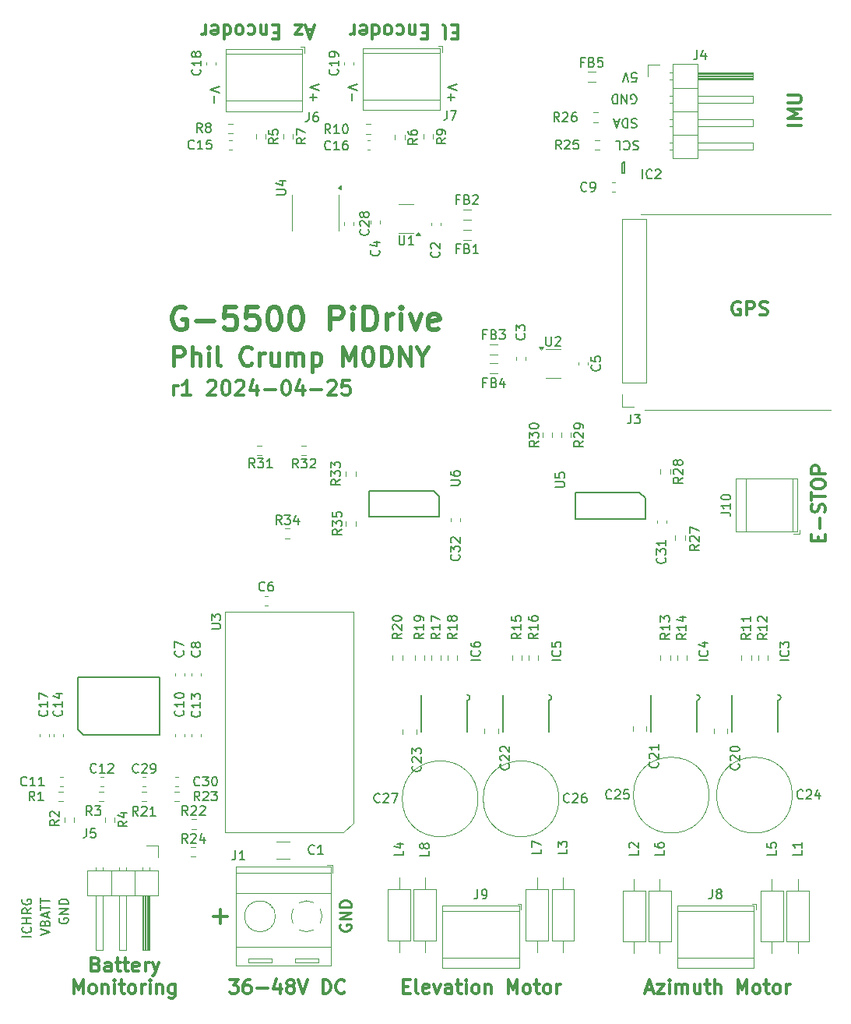
<source format=gbr>
%TF.GenerationSoftware,KiCad,Pcbnew,8.0.1-8.0.1-0~ubuntu23.10.1*%
%TF.CreationDate,2024-04-25T23:44:33+01:00*%
%TF.ProjectId,g5500-pidrive,67353530-302d-4706-9964-726976652e6b,rev?*%
%TF.SameCoordinates,Original*%
%TF.FileFunction,Legend,Top*%
%TF.FilePolarity,Positive*%
%FSLAX46Y46*%
G04 Gerber Fmt 4.6, Leading zero omitted, Abs format (unit mm)*
G04 Created by KiCad (PCBNEW 8.0.1-8.0.1-0~ubuntu23.10.1) date 2024-04-25 23:44:33*
%MOMM*%
%LPD*%
G01*
G04 APERTURE LIST*
%ADD10C,0.300000*%
%ADD11C,0.400000*%
%ADD12C,0.500000*%
%ADD13C,0.200000*%
%ADD14C,0.250000*%
%ADD15C,0.100000*%
%ADD16C,0.150000*%
%ADD17C,0.120000*%
G04 APERTURE END LIST*
D10*
X52378320Y-73588590D02*
X52378320Y-72521923D01*
X52378320Y-72826685D02*
X52454510Y-72674304D01*
X52454510Y-72674304D02*
X52530701Y-72598114D01*
X52530701Y-72598114D02*
X52683082Y-72521923D01*
X52683082Y-72521923D02*
X52835463Y-72521923D01*
X54206891Y-73588590D02*
X53292605Y-73588590D01*
X53749748Y-73588590D02*
X53749748Y-71988590D01*
X53749748Y-71988590D02*
X53597367Y-72217161D01*
X53597367Y-72217161D02*
X53444986Y-72369542D01*
X53444986Y-72369542D02*
X53292605Y-72445733D01*
X56035463Y-72140971D02*
X56111654Y-72064780D01*
X56111654Y-72064780D02*
X56264035Y-71988590D01*
X56264035Y-71988590D02*
X56644987Y-71988590D01*
X56644987Y-71988590D02*
X56797368Y-72064780D01*
X56797368Y-72064780D02*
X56873559Y-72140971D01*
X56873559Y-72140971D02*
X56949749Y-72293352D01*
X56949749Y-72293352D02*
X56949749Y-72445733D01*
X56949749Y-72445733D02*
X56873559Y-72674304D01*
X56873559Y-72674304D02*
X55959273Y-73588590D01*
X55959273Y-73588590D02*
X56949749Y-73588590D01*
X57940226Y-71988590D02*
X58092607Y-71988590D01*
X58092607Y-71988590D02*
X58244988Y-72064780D01*
X58244988Y-72064780D02*
X58321178Y-72140971D01*
X58321178Y-72140971D02*
X58397369Y-72293352D01*
X58397369Y-72293352D02*
X58473559Y-72598114D01*
X58473559Y-72598114D02*
X58473559Y-72979066D01*
X58473559Y-72979066D02*
X58397369Y-73283828D01*
X58397369Y-73283828D02*
X58321178Y-73436209D01*
X58321178Y-73436209D02*
X58244988Y-73512400D01*
X58244988Y-73512400D02*
X58092607Y-73588590D01*
X58092607Y-73588590D02*
X57940226Y-73588590D01*
X57940226Y-73588590D02*
X57787845Y-73512400D01*
X57787845Y-73512400D02*
X57711654Y-73436209D01*
X57711654Y-73436209D02*
X57635464Y-73283828D01*
X57635464Y-73283828D02*
X57559273Y-72979066D01*
X57559273Y-72979066D02*
X57559273Y-72598114D01*
X57559273Y-72598114D02*
X57635464Y-72293352D01*
X57635464Y-72293352D02*
X57711654Y-72140971D01*
X57711654Y-72140971D02*
X57787845Y-72064780D01*
X57787845Y-72064780D02*
X57940226Y-71988590D01*
X59083083Y-72140971D02*
X59159274Y-72064780D01*
X59159274Y-72064780D02*
X59311655Y-71988590D01*
X59311655Y-71988590D02*
X59692607Y-71988590D01*
X59692607Y-71988590D02*
X59844988Y-72064780D01*
X59844988Y-72064780D02*
X59921179Y-72140971D01*
X59921179Y-72140971D02*
X59997369Y-72293352D01*
X59997369Y-72293352D02*
X59997369Y-72445733D01*
X59997369Y-72445733D02*
X59921179Y-72674304D01*
X59921179Y-72674304D02*
X59006893Y-73588590D01*
X59006893Y-73588590D02*
X59997369Y-73588590D01*
X61368798Y-72521923D02*
X61368798Y-73588590D01*
X60987846Y-71912400D02*
X60606893Y-73055257D01*
X60606893Y-73055257D02*
X61597370Y-73055257D01*
X62206894Y-72979066D02*
X63425942Y-72979066D01*
X64492608Y-71988590D02*
X64644989Y-71988590D01*
X64644989Y-71988590D02*
X64797370Y-72064780D01*
X64797370Y-72064780D02*
X64873560Y-72140971D01*
X64873560Y-72140971D02*
X64949751Y-72293352D01*
X64949751Y-72293352D02*
X65025941Y-72598114D01*
X65025941Y-72598114D02*
X65025941Y-72979066D01*
X65025941Y-72979066D02*
X64949751Y-73283828D01*
X64949751Y-73283828D02*
X64873560Y-73436209D01*
X64873560Y-73436209D02*
X64797370Y-73512400D01*
X64797370Y-73512400D02*
X64644989Y-73588590D01*
X64644989Y-73588590D02*
X64492608Y-73588590D01*
X64492608Y-73588590D02*
X64340227Y-73512400D01*
X64340227Y-73512400D02*
X64264036Y-73436209D01*
X64264036Y-73436209D02*
X64187846Y-73283828D01*
X64187846Y-73283828D02*
X64111655Y-72979066D01*
X64111655Y-72979066D02*
X64111655Y-72598114D01*
X64111655Y-72598114D02*
X64187846Y-72293352D01*
X64187846Y-72293352D02*
X64264036Y-72140971D01*
X64264036Y-72140971D02*
X64340227Y-72064780D01*
X64340227Y-72064780D02*
X64492608Y-71988590D01*
X66397370Y-72521923D02*
X66397370Y-73588590D01*
X66016418Y-71912400D02*
X65635465Y-73055257D01*
X65635465Y-73055257D02*
X66625942Y-73055257D01*
X67235466Y-72979066D02*
X68454514Y-72979066D01*
X69140227Y-72140971D02*
X69216418Y-72064780D01*
X69216418Y-72064780D02*
X69368799Y-71988590D01*
X69368799Y-71988590D02*
X69749751Y-71988590D01*
X69749751Y-71988590D02*
X69902132Y-72064780D01*
X69902132Y-72064780D02*
X69978323Y-72140971D01*
X69978323Y-72140971D02*
X70054513Y-72293352D01*
X70054513Y-72293352D02*
X70054513Y-72445733D01*
X70054513Y-72445733D02*
X69978323Y-72674304D01*
X69978323Y-72674304D02*
X69064037Y-73588590D01*
X69064037Y-73588590D02*
X70054513Y-73588590D01*
X71502133Y-71988590D02*
X70740228Y-71988590D01*
X70740228Y-71988590D02*
X70664037Y-72750495D01*
X70664037Y-72750495D02*
X70740228Y-72674304D01*
X70740228Y-72674304D02*
X70892609Y-72598114D01*
X70892609Y-72598114D02*
X71273561Y-72598114D01*
X71273561Y-72598114D02*
X71425942Y-72674304D01*
X71425942Y-72674304D02*
X71502133Y-72750495D01*
X71502133Y-72750495D02*
X71578323Y-72902876D01*
X71578323Y-72902876D02*
X71578323Y-73283828D01*
X71578323Y-73283828D02*
X71502133Y-73436209D01*
X71502133Y-73436209D02*
X71425942Y-73512400D01*
X71425942Y-73512400D02*
X71273561Y-73588590D01*
X71273561Y-73588590D02*
X70892609Y-73588590D01*
X70892609Y-73588590D02*
X70740228Y-73512400D01*
X70740228Y-73512400D02*
X70664037Y-73436209D01*
D11*
X52339347Y-70334438D02*
X52339347Y-68334438D01*
X52339347Y-68334438D02*
X53101252Y-68334438D01*
X53101252Y-68334438D02*
X53291728Y-68429676D01*
X53291728Y-68429676D02*
X53386966Y-68524914D01*
X53386966Y-68524914D02*
X53482204Y-68715390D01*
X53482204Y-68715390D02*
X53482204Y-69001104D01*
X53482204Y-69001104D02*
X53386966Y-69191580D01*
X53386966Y-69191580D02*
X53291728Y-69286819D01*
X53291728Y-69286819D02*
X53101252Y-69382057D01*
X53101252Y-69382057D02*
X52339347Y-69382057D01*
X54339347Y-70334438D02*
X54339347Y-68334438D01*
X55196490Y-70334438D02*
X55196490Y-69286819D01*
X55196490Y-69286819D02*
X55101252Y-69096342D01*
X55101252Y-69096342D02*
X54910776Y-69001104D01*
X54910776Y-69001104D02*
X54625061Y-69001104D01*
X54625061Y-69001104D02*
X54434585Y-69096342D01*
X54434585Y-69096342D02*
X54339347Y-69191580D01*
X56148871Y-70334438D02*
X56148871Y-69001104D01*
X56148871Y-68334438D02*
X56053633Y-68429676D01*
X56053633Y-68429676D02*
X56148871Y-68524914D01*
X56148871Y-68524914D02*
X56244109Y-68429676D01*
X56244109Y-68429676D02*
X56148871Y-68334438D01*
X56148871Y-68334438D02*
X56148871Y-68524914D01*
X57386966Y-70334438D02*
X57196490Y-70239200D01*
X57196490Y-70239200D02*
X57101252Y-70048723D01*
X57101252Y-70048723D02*
X57101252Y-68334438D01*
X60815538Y-70143961D02*
X60720300Y-70239200D01*
X60720300Y-70239200D02*
X60434586Y-70334438D01*
X60434586Y-70334438D02*
X60244110Y-70334438D01*
X60244110Y-70334438D02*
X59958395Y-70239200D01*
X59958395Y-70239200D02*
X59767919Y-70048723D01*
X59767919Y-70048723D02*
X59672681Y-69858247D01*
X59672681Y-69858247D02*
X59577443Y-69477295D01*
X59577443Y-69477295D02*
X59577443Y-69191580D01*
X59577443Y-69191580D02*
X59672681Y-68810628D01*
X59672681Y-68810628D02*
X59767919Y-68620152D01*
X59767919Y-68620152D02*
X59958395Y-68429676D01*
X59958395Y-68429676D02*
X60244110Y-68334438D01*
X60244110Y-68334438D02*
X60434586Y-68334438D01*
X60434586Y-68334438D02*
X60720300Y-68429676D01*
X60720300Y-68429676D02*
X60815538Y-68524914D01*
X61672681Y-70334438D02*
X61672681Y-69001104D01*
X61672681Y-69382057D02*
X61767919Y-69191580D01*
X61767919Y-69191580D02*
X61863157Y-69096342D01*
X61863157Y-69096342D02*
X62053633Y-69001104D01*
X62053633Y-69001104D02*
X62244110Y-69001104D01*
X63767919Y-69001104D02*
X63767919Y-70334438D01*
X62910776Y-69001104D02*
X62910776Y-70048723D01*
X62910776Y-70048723D02*
X63006014Y-70239200D01*
X63006014Y-70239200D02*
X63196490Y-70334438D01*
X63196490Y-70334438D02*
X63482205Y-70334438D01*
X63482205Y-70334438D02*
X63672681Y-70239200D01*
X63672681Y-70239200D02*
X63767919Y-70143961D01*
X64720300Y-70334438D02*
X64720300Y-69001104D01*
X64720300Y-69191580D02*
X64815538Y-69096342D01*
X64815538Y-69096342D02*
X65006014Y-69001104D01*
X65006014Y-69001104D02*
X65291729Y-69001104D01*
X65291729Y-69001104D02*
X65482205Y-69096342D01*
X65482205Y-69096342D02*
X65577443Y-69286819D01*
X65577443Y-69286819D02*
X65577443Y-70334438D01*
X65577443Y-69286819D02*
X65672681Y-69096342D01*
X65672681Y-69096342D02*
X65863157Y-69001104D01*
X65863157Y-69001104D02*
X66148871Y-69001104D01*
X66148871Y-69001104D02*
X66339348Y-69096342D01*
X66339348Y-69096342D02*
X66434586Y-69286819D01*
X66434586Y-69286819D02*
X66434586Y-70334438D01*
X67386967Y-69001104D02*
X67386967Y-71001104D01*
X67386967Y-69096342D02*
X67577443Y-69001104D01*
X67577443Y-69001104D02*
X67958396Y-69001104D01*
X67958396Y-69001104D02*
X68148872Y-69096342D01*
X68148872Y-69096342D02*
X68244110Y-69191580D01*
X68244110Y-69191580D02*
X68339348Y-69382057D01*
X68339348Y-69382057D02*
X68339348Y-69953485D01*
X68339348Y-69953485D02*
X68244110Y-70143961D01*
X68244110Y-70143961D02*
X68148872Y-70239200D01*
X68148872Y-70239200D02*
X67958396Y-70334438D01*
X67958396Y-70334438D02*
X67577443Y-70334438D01*
X67577443Y-70334438D02*
X67386967Y-70239200D01*
X70720301Y-70334438D02*
X70720301Y-68334438D01*
X70720301Y-68334438D02*
X71386968Y-69763009D01*
X71386968Y-69763009D02*
X72053634Y-68334438D01*
X72053634Y-68334438D02*
X72053634Y-70334438D01*
X73386967Y-68334438D02*
X73577444Y-68334438D01*
X73577444Y-68334438D02*
X73767920Y-68429676D01*
X73767920Y-68429676D02*
X73863158Y-68524914D01*
X73863158Y-68524914D02*
X73958396Y-68715390D01*
X73958396Y-68715390D02*
X74053634Y-69096342D01*
X74053634Y-69096342D02*
X74053634Y-69572533D01*
X74053634Y-69572533D02*
X73958396Y-69953485D01*
X73958396Y-69953485D02*
X73863158Y-70143961D01*
X73863158Y-70143961D02*
X73767920Y-70239200D01*
X73767920Y-70239200D02*
X73577444Y-70334438D01*
X73577444Y-70334438D02*
X73386967Y-70334438D01*
X73386967Y-70334438D02*
X73196491Y-70239200D01*
X73196491Y-70239200D02*
X73101253Y-70143961D01*
X73101253Y-70143961D02*
X73006015Y-69953485D01*
X73006015Y-69953485D02*
X72910777Y-69572533D01*
X72910777Y-69572533D02*
X72910777Y-69096342D01*
X72910777Y-69096342D02*
X73006015Y-68715390D01*
X73006015Y-68715390D02*
X73101253Y-68524914D01*
X73101253Y-68524914D02*
X73196491Y-68429676D01*
X73196491Y-68429676D02*
X73386967Y-68334438D01*
X74910777Y-70334438D02*
X74910777Y-68334438D01*
X74910777Y-68334438D02*
X75386967Y-68334438D01*
X75386967Y-68334438D02*
X75672682Y-68429676D01*
X75672682Y-68429676D02*
X75863158Y-68620152D01*
X75863158Y-68620152D02*
X75958396Y-68810628D01*
X75958396Y-68810628D02*
X76053634Y-69191580D01*
X76053634Y-69191580D02*
X76053634Y-69477295D01*
X76053634Y-69477295D02*
X75958396Y-69858247D01*
X75958396Y-69858247D02*
X75863158Y-70048723D01*
X75863158Y-70048723D02*
X75672682Y-70239200D01*
X75672682Y-70239200D02*
X75386967Y-70334438D01*
X75386967Y-70334438D02*
X74910777Y-70334438D01*
X76910777Y-70334438D02*
X76910777Y-68334438D01*
X76910777Y-68334438D02*
X78053634Y-70334438D01*
X78053634Y-70334438D02*
X78053634Y-68334438D01*
X79386967Y-69382057D02*
X79386967Y-70334438D01*
X78720301Y-68334438D02*
X79386967Y-69382057D01*
X79386967Y-69382057D02*
X80053634Y-68334438D01*
D12*
X53633708Y-64087095D02*
X53395613Y-63968047D01*
X53395613Y-63968047D02*
X53038470Y-63968047D01*
X53038470Y-63968047D02*
X52681327Y-64087095D01*
X52681327Y-64087095D02*
X52443232Y-64325190D01*
X52443232Y-64325190D02*
X52324185Y-64563285D01*
X52324185Y-64563285D02*
X52205137Y-65039476D01*
X52205137Y-65039476D02*
X52205137Y-65396619D01*
X52205137Y-65396619D02*
X52324185Y-65872809D01*
X52324185Y-65872809D02*
X52443232Y-66110904D01*
X52443232Y-66110904D02*
X52681327Y-66349000D01*
X52681327Y-66349000D02*
X53038470Y-66468047D01*
X53038470Y-66468047D02*
X53276566Y-66468047D01*
X53276566Y-66468047D02*
X53633708Y-66349000D01*
X53633708Y-66349000D02*
X53752756Y-66229952D01*
X53752756Y-66229952D02*
X53752756Y-65396619D01*
X53752756Y-65396619D02*
X53276566Y-65396619D01*
X54824185Y-65515666D02*
X56728947Y-65515666D01*
X59109899Y-63968047D02*
X57919423Y-63968047D01*
X57919423Y-63968047D02*
X57800375Y-65158523D01*
X57800375Y-65158523D02*
X57919423Y-65039476D01*
X57919423Y-65039476D02*
X58157518Y-64920428D01*
X58157518Y-64920428D02*
X58752756Y-64920428D01*
X58752756Y-64920428D02*
X58990851Y-65039476D01*
X58990851Y-65039476D02*
X59109899Y-65158523D01*
X59109899Y-65158523D02*
X59228946Y-65396619D01*
X59228946Y-65396619D02*
X59228946Y-65991857D01*
X59228946Y-65991857D02*
X59109899Y-66229952D01*
X59109899Y-66229952D02*
X58990851Y-66349000D01*
X58990851Y-66349000D02*
X58752756Y-66468047D01*
X58752756Y-66468047D02*
X58157518Y-66468047D01*
X58157518Y-66468047D02*
X57919423Y-66349000D01*
X57919423Y-66349000D02*
X57800375Y-66229952D01*
X61490851Y-63968047D02*
X60300375Y-63968047D01*
X60300375Y-63968047D02*
X60181327Y-65158523D01*
X60181327Y-65158523D02*
X60300375Y-65039476D01*
X60300375Y-65039476D02*
X60538470Y-64920428D01*
X60538470Y-64920428D02*
X61133708Y-64920428D01*
X61133708Y-64920428D02*
X61371803Y-65039476D01*
X61371803Y-65039476D02*
X61490851Y-65158523D01*
X61490851Y-65158523D02*
X61609898Y-65396619D01*
X61609898Y-65396619D02*
X61609898Y-65991857D01*
X61609898Y-65991857D02*
X61490851Y-66229952D01*
X61490851Y-66229952D02*
X61371803Y-66349000D01*
X61371803Y-66349000D02*
X61133708Y-66468047D01*
X61133708Y-66468047D02*
X60538470Y-66468047D01*
X60538470Y-66468047D02*
X60300375Y-66349000D01*
X60300375Y-66349000D02*
X60181327Y-66229952D01*
X63157517Y-63968047D02*
X63395612Y-63968047D01*
X63395612Y-63968047D02*
X63633708Y-64087095D01*
X63633708Y-64087095D02*
X63752755Y-64206142D01*
X63752755Y-64206142D02*
X63871803Y-64444238D01*
X63871803Y-64444238D02*
X63990850Y-64920428D01*
X63990850Y-64920428D02*
X63990850Y-65515666D01*
X63990850Y-65515666D02*
X63871803Y-65991857D01*
X63871803Y-65991857D02*
X63752755Y-66229952D01*
X63752755Y-66229952D02*
X63633708Y-66349000D01*
X63633708Y-66349000D02*
X63395612Y-66468047D01*
X63395612Y-66468047D02*
X63157517Y-66468047D01*
X63157517Y-66468047D02*
X62919422Y-66349000D01*
X62919422Y-66349000D02*
X62800374Y-66229952D01*
X62800374Y-66229952D02*
X62681327Y-65991857D01*
X62681327Y-65991857D02*
X62562279Y-65515666D01*
X62562279Y-65515666D02*
X62562279Y-64920428D01*
X62562279Y-64920428D02*
X62681327Y-64444238D01*
X62681327Y-64444238D02*
X62800374Y-64206142D01*
X62800374Y-64206142D02*
X62919422Y-64087095D01*
X62919422Y-64087095D02*
X63157517Y-63968047D01*
X65538469Y-63968047D02*
X65776564Y-63968047D01*
X65776564Y-63968047D02*
X66014660Y-64087095D01*
X66014660Y-64087095D02*
X66133707Y-64206142D01*
X66133707Y-64206142D02*
X66252755Y-64444238D01*
X66252755Y-64444238D02*
X66371802Y-64920428D01*
X66371802Y-64920428D02*
X66371802Y-65515666D01*
X66371802Y-65515666D02*
X66252755Y-65991857D01*
X66252755Y-65991857D02*
X66133707Y-66229952D01*
X66133707Y-66229952D02*
X66014660Y-66349000D01*
X66014660Y-66349000D02*
X65776564Y-66468047D01*
X65776564Y-66468047D02*
X65538469Y-66468047D01*
X65538469Y-66468047D02*
X65300374Y-66349000D01*
X65300374Y-66349000D02*
X65181326Y-66229952D01*
X65181326Y-66229952D02*
X65062279Y-65991857D01*
X65062279Y-65991857D02*
X64943231Y-65515666D01*
X64943231Y-65515666D02*
X64943231Y-64920428D01*
X64943231Y-64920428D02*
X65062279Y-64444238D01*
X65062279Y-64444238D02*
X65181326Y-64206142D01*
X65181326Y-64206142D02*
X65300374Y-64087095D01*
X65300374Y-64087095D02*
X65538469Y-63968047D01*
X69347993Y-66468047D02*
X69347993Y-63968047D01*
X69347993Y-63968047D02*
X70300374Y-63968047D01*
X70300374Y-63968047D02*
X70538469Y-64087095D01*
X70538469Y-64087095D02*
X70657516Y-64206142D01*
X70657516Y-64206142D02*
X70776564Y-64444238D01*
X70776564Y-64444238D02*
X70776564Y-64801380D01*
X70776564Y-64801380D02*
X70657516Y-65039476D01*
X70657516Y-65039476D02*
X70538469Y-65158523D01*
X70538469Y-65158523D02*
X70300374Y-65277571D01*
X70300374Y-65277571D02*
X69347993Y-65277571D01*
X71847993Y-66468047D02*
X71847993Y-64801380D01*
X71847993Y-63968047D02*
X71728945Y-64087095D01*
X71728945Y-64087095D02*
X71847993Y-64206142D01*
X71847993Y-64206142D02*
X71967040Y-64087095D01*
X71967040Y-64087095D02*
X71847993Y-63968047D01*
X71847993Y-63968047D02*
X71847993Y-64206142D01*
X73038469Y-66468047D02*
X73038469Y-63968047D01*
X73038469Y-63968047D02*
X73633707Y-63968047D01*
X73633707Y-63968047D02*
X73990850Y-64087095D01*
X73990850Y-64087095D02*
X74228945Y-64325190D01*
X74228945Y-64325190D02*
X74347992Y-64563285D01*
X74347992Y-64563285D02*
X74467040Y-65039476D01*
X74467040Y-65039476D02*
X74467040Y-65396619D01*
X74467040Y-65396619D02*
X74347992Y-65872809D01*
X74347992Y-65872809D02*
X74228945Y-66110904D01*
X74228945Y-66110904D02*
X73990850Y-66349000D01*
X73990850Y-66349000D02*
X73633707Y-66468047D01*
X73633707Y-66468047D02*
X73038469Y-66468047D01*
X75538469Y-66468047D02*
X75538469Y-64801380D01*
X75538469Y-65277571D02*
X75657516Y-65039476D01*
X75657516Y-65039476D02*
X75776564Y-64920428D01*
X75776564Y-64920428D02*
X76014659Y-64801380D01*
X76014659Y-64801380D02*
X76252754Y-64801380D01*
X77086088Y-66468047D02*
X77086088Y-64801380D01*
X77086088Y-63968047D02*
X76967040Y-64087095D01*
X76967040Y-64087095D02*
X77086088Y-64206142D01*
X77086088Y-64206142D02*
X77205135Y-64087095D01*
X77205135Y-64087095D02*
X77086088Y-63968047D01*
X77086088Y-63968047D02*
X77086088Y-64206142D01*
X78038468Y-64801380D02*
X78633706Y-66468047D01*
X78633706Y-66468047D02*
X79228945Y-64801380D01*
X81133707Y-66349000D02*
X80895611Y-66468047D01*
X80895611Y-66468047D02*
X80419421Y-66468047D01*
X80419421Y-66468047D02*
X80181326Y-66349000D01*
X80181326Y-66349000D02*
X80062278Y-66110904D01*
X80062278Y-66110904D02*
X80062278Y-65158523D01*
X80062278Y-65158523D02*
X80181326Y-64920428D01*
X80181326Y-64920428D02*
X80419421Y-64801380D01*
X80419421Y-64801380D02*
X80895611Y-64801380D01*
X80895611Y-64801380D02*
X81133707Y-64920428D01*
X81133707Y-64920428D02*
X81252754Y-65158523D01*
X81252754Y-65158523D02*
X81252754Y-65396619D01*
X81252754Y-65396619D02*
X80062278Y-65634714D01*
D13*
X36867219Y-132417291D02*
X35867219Y-132417291D01*
X36771980Y-131369673D02*
X36819600Y-131417292D01*
X36819600Y-131417292D02*
X36867219Y-131560149D01*
X36867219Y-131560149D02*
X36867219Y-131655387D01*
X36867219Y-131655387D02*
X36819600Y-131798244D01*
X36819600Y-131798244D02*
X36724361Y-131893482D01*
X36724361Y-131893482D02*
X36629123Y-131941101D01*
X36629123Y-131941101D02*
X36438647Y-131988720D01*
X36438647Y-131988720D02*
X36295790Y-131988720D01*
X36295790Y-131988720D02*
X36105314Y-131941101D01*
X36105314Y-131941101D02*
X36010076Y-131893482D01*
X36010076Y-131893482D02*
X35914838Y-131798244D01*
X35914838Y-131798244D02*
X35867219Y-131655387D01*
X35867219Y-131655387D02*
X35867219Y-131560149D01*
X35867219Y-131560149D02*
X35914838Y-131417292D01*
X35914838Y-131417292D02*
X35962457Y-131369673D01*
X36867219Y-130941101D02*
X35867219Y-130941101D01*
X36343409Y-130941101D02*
X36343409Y-130369673D01*
X36867219Y-130369673D02*
X35867219Y-130369673D01*
X36867219Y-129322054D02*
X36391028Y-129655387D01*
X36867219Y-129893482D02*
X35867219Y-129893482D01*
X35867219Y-129893482D02*
X35867219Y-129512530D01*
X35867219Y-129512530D02*
X35914838Y-129417292D01*
X35914838Y-129417292D02*
X35962457Y-129369673D01*
X35962457Y-129369673D02*
X36057695Y-129322054D01*
X36057695Y-129322054D02*
X36200552Y-129322054D01*
X36200552Y-129322054D02*
X36295790Y-129369673D01*
X36295790Y-129369673D02*
X36343409Y-129417292D01*
X36343409Y-129417292D02*
X36391028Y-129512530D01*
X36391028Y-129512530D02*
X36391028Y-129893482D01*
X35914838Y-128369673D02*
X35867219Y-128464911D01*
X35867219Y-128464911D02*
X35867219Y-128607768D01*
X35867219Y-128607768D02*
X35914838Y-128750625D01*
X35914838Y-128750625D02*
X36010076Y-128845863D01*
X36010076Y-128845863D02*
X36105314Y-128893482D01*
X36105314Y-128893482D02*
X36295790Y-128941101D01*
X36295790Y-128941101D02*
X36438647Y-128941101D01*
X36438647Y-128941101D02*
X36629123Y-128893482D01*
X36629123Y-128893482D02*
X36724361Y-128845863D01*
X36724361Y-128845863D02*
X36819600Y-128750625D01*
X36819600Y-128750625D02*
X36867219Y-128607768D01*
X36867219Y-128607768D02*
X36867219Y-128512530D01*
X36867219Y-128512530D02*
X36819600Y-128369673D01*
X36819600Y-128369673D02*
X36771980Y-128322054D01*
X36771980Y-128322054D02*
X36438647Y-128322054D01*
X36438647Y-128322054D02*
X36438647Y-128512530D01*
X37867219Y-132274435D02*
X38867219Y-131941102D01*
X38867219Y-131941102D02*
X37867219Y-131607769D01*
X38343409Y-130941102D02*
X38391028Y-130798245D01*
X38391028Y-130798245D02*
X38438647Y-130750626D01*
X38438647Y-130750626D02*
X38533885Y-130703007D01*
X38533885Y-130703007D02*
X38676742Y-130703007D01*
X38676742Y-130703007D02*
X38771980Y-130750626D01*
X38771980Y-130750626D02*
X38819600Y-130798245D01*
X38819600Y-130798245D02*
X38867219Y-130893483D01*
X38867219Y-130893483D02*
X38867219Y-131274435D01*
X38867219Y-131274435D02*
X37867219Y-131274435D01*
X37867219Y-131274435D02*
X37867219Y-130941102D01*
X37867219Y-130941102D02*
X37914838Y-130845864D01*
X37914838Y-130845864D02*
X37962457Y-130798245D01*
X37962457Y-130798245D02*
X38057695Y-130750626D01*
X38057695Y-130750626D02*
X38152933Y-130750626D01*
X38152933Y-130750626D02*
X38248171Y-130798245D01*
X38248171Y-130798245D02*
X38295790Y-130845864D01*
X38295790Y-130845864D02*
X38343409Y-130941102D01*
X38343409Y-130941102D02*
X38343409Y-131274435D01*
X38581504Y-130322054D02*
X38581504Y-129845864D01*
X38867219Y-130417292D02*
X37867219Y-130083959D01*
X37867219Y-130083959D02*
X38867219Y-129750626D01*
X37867219Y-129560149D02*
X37867219Y-128988721D01*
X38867219Y-129274435D02*
X37867219Y-129274435D01*
X37867219Y-128798244D02*
X37867219Y-128226816D01*
X38867219Y-128512530D02*
X37867219Y-128512530D01*
X39914838Y-130417292D02*
X39867219Y-130512530D01*
X39867219Y-130512530D02*
X39867219Y-130655387D01*
X39867219Y-130655387D02*
X39914838Y-130798244D01*
X39914838Y-130798244D02*
X40010076Y-130893482D01*
X40010076Y-130893482D02*
X40105314Y-130941101D01*
X40105314Y-130941101D02*
X40295790Y-130988720D01*
X40295790Y-130988720D02*
X40438647Y-130988720D01*
X40438647Y-130988720D02*
X40629123Y-130941101D01*
X40629123Y-130941101D02*
X40724361Y-130893482D01*
X40724361Y-130893482D02*
X40819600Y-130798244D01*
X40819600Y-130798244D02*
X40867219Y-130655387D01*
X40867219Y-130655387D02*
X40867219Y-130560149D01*
X40867219Y-130560149D02*
X40819600Y-130417292D01*
X40819600Y-130417292D02*
X40771980Y-130369673D01*
X40771980Y-130369673D02*
X40438647Y-130369673D01*
X40438647Y-130369673D02*
X40438647Y-130560149D01*
X40867219Y-129941101D02*
X39867219Y-129941101D01*
X39867219Y-129941101D02*
X40867219Y-129369673D01*
X40867219Y-129369673D02*
X39867219Y-129369673D01*
X40867219Y-128893482D02*
X39867219Y-128893482D01*
X39867219Y-128893482D02*
X39867219Y-128655387D01*
X39867219Y-128655387D02*
X39914838Y-128512530D01*
X39914838Y-128512530D02*
X40010076Y-128417292D01*
X40010076Y-128417292D02*
X40105314Y-128369673D01*
X40105314Y-128369673D02*
X40295790Y-128322054D01*
X40295790Y-128322054D02*
X40438647Y-128322054D01*
X40438647Y-128322054D02*
X40629123Y-128369673D01*
X40629123Y-128369673D02*
X40724361Y-128417292D01*
X40724361Y-128417292D02*
X40819600Y-128512530D01*
X40819600Y-128512530D02*
X40867219Y-128655387D01*
X40867219Y-128655387D02*
X40867219Y-128893482D01*
D14*
X70443547Y-131083146D02*
X70384023Y-131202193D01*
X70384023Y-131202193D02*
X70384023Y-131380765D01*
X70384023Y-131380765D02*
X70443547Y-131559336D01*
X70443547Y-131559336D02*
X70562595Y-131678384D01*
X70562595Y-131678384D02*
X70681642Y-131737907D01*
X70681642Y-131737907D02*
X70919738Y-131797431D01*
X70919738Y-131797431D02*
X71098309Y-131797431D01*
X71098309Y-131797431D02*
X71336404Y-131737907D01*
X71336404Y-131737907D02*
X71455452Y-131678384D01*
X71455452Y-131678384D02*
X71574500Y-131559336D01*
X71574500Y-131559336D02*
X71634023Y-131380765D01*
X71634023Y-131380765D02*
X71634023Y-131261717D01*
X71634023Y-131261717D02*
X71574500Y-131083146D01*
X71574500Y-131083146D02*
X71514976Y-131023622D01*
X71514976Y-131023622D02*
X71098309Y-131023622D01*
X71098309Y-131023622D02*
X71098309Y-131261717D01*
X71634023Y-130487907D02*
X70384023Y-130487907D01*
X70384023Y-130487907D02*
X71634023Y-129773622D01*
X71634023Y-129773622D02*
X70384023Y-129773622D01*
X71634023Y-129178383D02*
X70384023Y-129178383D01*
X70384023Y-129178383D02*
X70384023Y-128880764D01*
X70384023Y-128880764D02*
X70443547Y-128702193D01*
X70443547Y-128702193D02*
X70562595Y-128583145D01*
X70562595Y-128583145D02*
X70681642Y-128523622D01*
X70681642Y-128523622D02*
X70919738Y-128464098D01*
X70919738Y-128464098D02*
X71098309Y-128464098D01*
X71098309Y-128464098D02*
X71336404Y-128523622D01*
X71336404Y-128523622D02*
X71455452Y-128583145D01*
X71455452Y-128583145D02*
X71574500Y-128702193D01*
X71574500Y-128702193D02*
X71634023Y-128880764D01*
X71634023Y-128880764D02*
X71634023Y-129178383D01*
D13*
X83132780Y-39826816D02*
X82132780Y-40160149D01*
X82132780Y-40160149D02*
X83132780Y-40493482D01*
X82513733Y-40826816D02*
X82513733Y-41588721D01*
X82132780Y-41207768D02*
X82894685Y-41207768D01*
X68132780Y-39826816D02*
X67132780Y-40160149D01*
X67132780Y-40160149D02*
X68132780Y-40493482D01*
X67513733Y-40826816D02*
X67513733Y-41588721D01*
X67132780Y-41207768D02*
X67894685Y-41207768D01*
X57332780Y-40026816D02*
X56332780Y-40360149D01*
X56332780Y-40360149D02*
X57332780Y-40693482D01*
X56713733Y-41026816D02*
X56713733Y-41788721D01*
X72332780Y-39826816D02*
X71332780Y-40160149D01*
X71332780Y-40160149D02*
X72332780Y-40493482D01*
X71713733Y-40826816D02*
X71713733Y-41588721D01*
X102877945Y-45980400D02*
X102735088Y-45932780D01*
X102735088Y-45932780D02*
X102496993Y-45932780D01*
X102496993Y-45932780D02*
X102401755Y-45980400D01*
X102401755Y-45980400D02*
X102354136Y-46028019D01*
X102354136Y-46028019D02*
X102306517Y-46123257D01*
X102306517Y-46123257D02*
X102306517Y-46218495D01*
X102306517Y-46218495D02*
X102354136Y-46313733D01*
X102354136Y-46313733D02*
X102401755Y-46361352D01*
X102401755Y-46361352D02*
X102496993Y-46408971D01*
X102496993Y-46408971D02*
X102687469Y-46456590D01*
X102687469Y-46456590D02*
X102782707Y-46504209D01*
X102782707Y-46504209D02*
X102830326Y-46551828D01*
X102830326Y-46551828D02*
X102877945Y-46647066D01*
X102877945Y-46647066D02*
X102877945Y-46742304D01*
X102877945Y-46742304D02*
X102830326Y-46837542D01*
X102830326Y-46837542D02*
X102782707Y-46885161D01*
X102782707Y-46885161D02*
X102687469Y-46932780D01*
X102687469Y-46932780D02*
X102449374Y-46932780D01*
X102449374Y-46932780D02*
X102306517Y-46885161D01*
X101306517Y-46028019D02*
X101354136Y-45980400D01*
X101354136Y-45980400D02*
X101496993Y-45932780D01*
X101496993Y-45932780D02*
X101592231Y-45932780D01*
X101592231Y-45932780D02*
X101735088Y-45980400D01*
X101735088Y-45980400D02*
X101830326Y-46075638D01*
X101830326Y-46075638D02*
X101877945Y-46170876D01*
X101877945Y-46170876D02*
X101925564Y-46361352D01*
X101925564Y-46361352D02*
X101925564Y-46504209D01*
X101925564Y-46504209D02*
X101877945Y-46694685D01*
X101877945Y-46694685D02*
X101830326Y-46789923D01*
X101830326Y-46789923D02*
X101735088Y-46885161D01*
X101735088Y-46885161D02*
X101592231Y-46932780D01*
X101592231Y-46932780D02*
X101496993Y-46932780D01*
X101496993Y-46932780D02*
X101354136Y-46885161D01*
X101354136Y-46885161D02*
X101306517Y-46837542D01*
X100401755Y-45932780D02*
X100877945Y-45932780D01*
X100877945Y-45932780D02*
X100877945Y-46932780D01*
X102677945Y-43580400D02*
X102535088Y-43532780D01*
X102535088Y-43532780D02*
X102296993Y-43532780D01*
X102296993Y-43532780D02*
X102201755Y-43580400D01*
X102201755Y-43580400D02*
X102154136Y-43628019D01*
X102154136Y-43628019D02*
X102106517Y-43723257D01*
X102106517Y-43723257D02*
X102106517Y-43818495D01*
X102106517Y-43818495D02*
X102154136Y-43913733D01*
X102154136Y-43913733D02*
X102201755Y-43961352D01*
X102201755Y-43961352D02*
X102296993Y-44008971D01*
X102296993Y-44008971D02*
X102487469Y-44056590D01*
X102487469Y-44056590D02*
X102582707Y-44104209D01*
X102582707Y-44104209D02*
X102630326Y-44151828D01*
X102630326Y-44151828D02*
X102677945Y-44247066D01*
X102677945Y-44247066D02*
X102677945Y-44342304D01*
X102677945Y-44342304D02*
X102630326Y-44437542D01*
X102630326Y-44437542D02*
X102582707Y-44485161D01*
X102582707Y-44485161D02*
X102487469Y-44532780D01*
X102487469Y-44532780D02*
X102249374Y-44532780D01*
X102249374Y-44532780D02*
X102106517Y-44485161D01*
X101677945Y-43532780D02*
X101677945Y-44532780D01*
X101677945Y-44532780D02*
X101439850Y-44532780D01*
X101439850Y-44532780D02*
X101296993Y-44485161D01*
X101296993Y-44485161D02*
X101201755Y-44389923D01*
X101201755Y-44389923D02*
X101154136Y-44294685D01*
X101154136Y-44294685D02*
X101106517Y-44104209D01*
X101106517Y-44104209D02*
X101106517Y-43961352D01*
X101106517Y-43961352D02*
X101154136Y-43770876D01*
X101154136Y-43770876D02*
X101201755Y-43675638D01*
X101201755Y-43675638D02*
X101296993Y-43580400D01*
X101296993Y-43580400D02*
X101439850Y-43532780D01*
X101439850Y-43532780D02*
X101677945Y-43532780D01*
X100725564Y-43818495D02*
X100249374Y-43818495D01*
X100820802Y-43532780D02*
X100487469Y-44532780D01*
X100487469Y-44532780D02*
X100154136Y-43532780D01*
X102154136Y-39532780D02*
X102630326Y-39532780D01*
X102630326Y-39532780D02*
X102677945Y-39056590D01*
X102677945Y-39056590D02*
X102630326Y-39104209D01*
X102630326Y-39104209D02*
X102535088Y-39151828D01*
X102535088Y-39151828D02*
X102296993Y-39151828D01*
X102296993Y-39151828D02*
X102201755Y-39104209D01*
X102201755Y-39104209D02*
X102154136Y-39056590D01*
X102154136Y-39056590D02*
X102106517Y-38961352D01*
X102106517Y-38961352D02*
X102106517Y-38723257D01*
X102106517Y-38723257D02*
X102154136Y-38628019D01*
X102154136Y-38628019D02*
X102201755Y-38580400D01*
X102201755Y-38580400D02*
X102296993Y-38532780D01*
X102296993Y-38532780D02*
X102535088Y-38532780D01*
X102535088Y-38532780D02*
X102630326Y-38580400D01*
X102630326Y-38580400D02*
X102677945Y-38628019D01*
X101820802Y-39532780D02*
X101487469Y-38532780D01*
X101487469Y-38532780D02*
X101154136Y-39532780D01*
X102106517Y-41885161D02*
X102201755Y-41932780D01*
X102201755Y-41932780D02*
X102344612Y-41932780D01*
X102344612Y-41932780D02*
X102487469Y-41885161D01*
X102487469Y-41885161D02*
X102582707Y-41789923D01*
X102582707Y-41789923D02*
X102630326Y-41694685D01*
X102630326Y-41694685D02*
X102677945Y-41504209D01*
X102677945Y-41504209D02*
X102677945Y-41361352D01*
X102677945Y-41361352D02*
X102630326Y-41170876D01*
X102630326Y-41170876D02*
X102582707Y-41075638D01*
X102582707Y-41075638D02*
X102487469Y-40980400D01*
X102487469Y-40980400D02*
X102344612Y-40932780D01*
X102344612Y-40932780D02*
X102249374Y-40932780D01*
X102249374Y-40932780D02*
X102106517Y-40980400D01*
X102106517Y-40980400D02*
X102058898Y-41028019D01*
X102058898Y-41028019D02*
X102058898Y-41361352D01*
X102058898Y-41361352D02*
X102249374Y-41361352D01*
X101630326Y-40932780D02*
X101630326Y-41932780D01*
X101630326Y-41932780D02*
X101058898Y-40932780D01*
X101058898Y-40932780D02*
X101058898Y-41932780D01*
X100582707Y-40932780D02*
X100582707Y-41932780D01*
X100582707Y-41932780D02*
X100344612Y-41932780D01*
X100344612Y-41932780D02*
X100201755Y-41885161D01*
X100201755Y-41885161D02*
X100106517Y-41789923D01*
X100106517Y-41789923D02*
X100058898Y-41694685D01*
X100058898Y-41694685D02*
X100011279Y-41504209D01*
X100011279Y-41504209D02*
X100011279Y-41361352D01*
X100011279Y-41361352D02*
X100058898Y-41170876D01*
X100058898Y-41170876D02*
X100106517Y-41075638D01*
X100106517Y-41075638D02*
X100201755Y-40980400D01*
X100201755Y-40980400D02*
X100344612Y-40932780D01*
X100344612Y-40932780D02*
X100582707Y-40932780D01*
D15*
X103555000Y-75187500D02*
X123800000Y-75212500D01*
X123800000Y-53965000D02*
X103177500Y-53940000D01*
D10*
X56673558Y-130177733D02*
X58197368Y-130177733D01*
X57435463Y-130939638D02*
X57435463Y-129415828D01*
X120600828Y-44245489D02*
X119100828Y-44245489D01*
X120600828Y-43531203D02*
X119100828Y-43531203D01*
X119100828Y-43531203D02*
X120172257Y-43031203D01*
X120172257Y-43031203D02*
X119100828Y-42531203D01*
X119100828Y-42531203D02*
X120600828Y-42531203D01*
X119100828Y-41816917D02*
X120315114Y-41816917D01*
X120315114Y-41816917D02*
X120457971Y-41745488D01*
X120457971Y-41745488D02*
X120529400Y-41674060D01*
X120529400Y-41674060D02*
X120600828Y-41531202D01*
X120600828Y-41531202D02*
X120600828Y-41245488D01*
X120600828Y-41245488D02*
X120529400Y-41102631D01*
X120529400Y-41102631D02*
X120457971Y-41031202D01*
X120457971Y-41031202D02*
X120315114Y-40959774D01*
X120315114Y-40959774D02*
X119100828Y-40959774D01*
X58411653Y-137100828D02*
X59340225Y-137100828D01*
X59340225Y-137100828D02*
X58840225Y-137672257D01*
X58840225Y-137672257D02*
X59054510Y-137672257D01*
X59054510Y-137672257D02*
X59197368Y-137743685D01*
X59197368Y-137743685D02*
X59268796Y-137815114D01*
X59268796Y-137815114D02*
X59340225Y-137957971D01*
X59340225Y-137957971D02*
X59340225Y-138315114D01*
X59340225Y-138315114D02*
X59268796Y-138457971D01*
X59268796Y-138457971D02*
X59197368Y-138529400D01*
X59197368Y-138529400D02*
X59054510Y-138600828D01*
X59054510Y-138600828D02*
X58625939Y-138600828D01*
X58625939Y-138600828D02*
X58483082Y-138529400D01*
X58483082Y-138529400D02*
X58411653Y-138457971D01*
X60625939Y-137100828D02*
X60340224Y-137100828D01*
X60340224Y-137100828D02*
X60197367Y-137172257D01*
X60197367Y-137172257D02*
X60125939Y-137243685D01*
X60125939Y-137243685D02*
X59983081Y-137457971D01*
X59983081Y-137457971D02*
X59911653Y-137743685D01*
X59911653Y-137743685D02*
X59911653Y-138315114D01*
X59911653Y-138315114D02*
X59983081Y-138457971D01*
X59983081Y-138457971D02*
X60054510Y-138529400D01*
X60054510Y-138529400D02*
X60197367Y-138600828D01*
X60197367Y-138600828D02*
X60483081Y-138600828D01*
X60483081Y-138600828D02*
X60625939Y-138529400D01*
X60625939Y-138529400D02*
X60697367Y-138457971D01*
X60697367Y-138457971D02*
X60768796Y-138315114D01*
X60768796Y-138315114D02*
X60768796Y-137957971D01*
X60768796Y-137957971D02*
X60697367Y-137815114D01*
X60697367Y-137815114D02*
X60625939Y-137743685D01*
X60625939Y-137743685D02*
X60483081Y-137672257D01*
X60483081Y-137672257D02*
X60197367Y-137672257D01*
X60197367Y-137672257D02*
X60054510Y-137743685D01*
X60054510Y-137743685D02*
X59983081Y-137815114D01*
X59983081Y-137815114D02*
X59911653Y-137957971D01*
X61411652Y-138029400D02*
X62554510Y-138029400D01*
X63911653Y-137600828D02*
X63911653Y-138600828D01*
X63554510Y-137029400D02*
X63197367Y-138100828D01*
X63197367Y-138100828D02*
X64125938Y-138100828D01*
X64911652Y-137743685D02*
X64768795Y-137672257D01*
X64768795Y-137672257D02*
X64697366Y-137600828D01*
X64697366Y-137600828D02*
X64625938Y-137457971D01*
X64625938Y-137457971D02*
X64625938Y-137386542D01*
X64625938Y-137386542D02*
X64697366Y-137243685D01*
X64697366Y-137243685D02*
X64768795Y-137172257D01*
X64768795Y-137172257D02*
X64911652Y-137100828D01*
X64911652Y-137100828D02*
X65197366Y-137100828D01*
X65197366Y-137100828D02*
X65340224Y-137172257D01*
X65340224Y-137172257D02*
X65411652Y-137243685D01*
X65411652Y-137243685D02*
X65483081Y-137386542D01*
X65483081Y-137386542D02*
X65483081Y-137457971D01*
X65483081Y-137457971D02*
X65411652Y-137600828D01*
X65411652Y-137600828D02*
X65340224Y-137672257D01*
X65340224Y-137672257D02*
X65197366Y-137743685D01*
X65197366Y-137743685D02*
X64911652Y-137743685D01*
X64911652Y-137743685D02*
X64768795Y-137815114D01*
X64768795Y-137815114D02*
X64697366Y-137886542D01*
X64697366Y-137886542D02*
X64625938Y-138029400D01*
X64625938Y-138029400D02*
X64625938Y-138315114D01*
X64625938Y-138315114D02*
X64697366Y-138457971D01*
X64697366Y-138457971D02*
X64768795Y-138529400D01*
X64768795Y-138529400D02*
X64911652Y-138600828D01*
X64911652Y-138600828D02*
X65197366Y-138600828D01*
X65197366Y-138600828D02*
X65340224Y-138529400D01*
X65340224Y-138529400D02*
X65411652Y-138457971D01*
X65411652Y-138457971D02*
X65483081Y-138315114D01*
X65483081Y-138315114D02*
X65483081Y-138029400D01*
X65483081Y-138029400D02*
X65411652Y-137886542D01*
X65411652Y-137886542D02*
X65340224Y-137815114D01*
X65340224Y-137815114D02*
X65197366Y-137743685D01*
X65911652Y-137100828D02*
X66411652Y-138600828D01*
X66411652Y-138600828D02*
X66911652Y-137100828D01*
X68554508Y-138600828D02*
X68554508Y-137100828D01*
X68554508Y-137100828D02*
X68911651Y-137100828D01*
X68911651Y-137100828D02*
X69125937Y-137172257D01*
X69125937Y-137172257D02*
X69268794Y-137315114D01*
X69268794Y-137315114D02*
X69340223Y-137457971D01*
X69340223Y-137457971D02*
X69411651Y-137743685D01*
X69411651Y-137743685D02*
X69411651Y-137957971D01*
X69411651Y-137957971D02*
X69340223Y-138243685D01*
X69340223Y-138243685D02*
X69268794Y-138386542D01*
X69268794Y-138386542D02*
X69125937Y-138529400D01*
X69125937Y-138529400D02*
X68911651Y-138600828D01*
X68911651Y-138600828D02*
X68554508Y-138600828D01*
X70911651Y-138457971D02*
X70840223Y-138529400D01*
X70840223Y-138529400D02*
X70625937Y-138600828D01*
X70625937Y-138600828D02*
X70483080Y-138600828D01*
X70483080Y-138600828D02*
X70268794Y-138529400D01*
X70268794Y-138529400D02*
X70125937Y-138386542D01*
X70125937Y-138386542D02*
X70054508Y-138243685D01*
X70054508Y-138243685D02*
X69983080Y-137957971D01*
X69983080Y-137957971D02*
X69983080Y-137743685D01*
X69983080Y-137743685D02*
X70054508Y-137457971D01*
X70054508Y-137457971D02*
X70125937Y-137315114D01*
X70125937Y-137315114D02*
X70268794Y-137172257D01*
X70268794Y-137172257D02*
X70483080Y-137100828D01*
X70483080Y-137100828D02*
X70625937Y-137100828D01*
X70625937Y-137100828D02*
X70840223Y-137172257D01*
X70840223Y-137172257D02*
X70911651Y-137243685D01*
X122415114Y-89445489D02*
X122415114Y-88945489D01*
X123200828Y-88731203D02*
X123200828Y-89445489D01*
X123200828Y-89445489D02*
X121700828Y-89445489D01*
X121700828Y-89445489D02*
X121700828Y-88731203D01*
X122629400Y-88088346D02*
X122629400Y-86945489D01*
X123129400Y-86302631D02*
X123200828Y-86088346D01*
X123200828Y-86088346D02*
X123200828Y-85731203D01*
X123200828Y-85731203D02*
X123129400Y-85588346D01*
X123129400Y-85588346D02*
X123057971Y-85516917D01*
X123057971Y-85516917D02*
X122915114Y-85445488D01*
X122915114Y-85445488D02*
X122772257Y-85445488D01*
X122772257Y-85445488D02*
X122629400Y-85516917D01*
X122629400Y-85516917D02*
X122557971Y-85588346D01*
X122557971Y-85588346D02*
X122486542Y-85731203D01*
X122486542Y-85731203D02*
X122415114Y-86016917D01*
X122415114Y-86016917D02*
X122343685Y-86159774D01*
X122343685Y-86159774D02*
X122272257Y-86231203D01*
X122272257Y-86231203D02*
X122129400Y-86302631D01*
X122129400Y-86302631D02*
X121986542Y-86302631D01*
X121986542Y-86302631D02*
X121843685Y-86231203D01*
X121843685Y-86231203D02*
X121772257Y-86159774D01*
X121772257Y-86159774D02*
X121700828Y-86016917D01*
X121700828Y-86016917D02*
X121700828Y-85659774D01*
X121700828Y-85659774D02*
X121772257Y-85445488D01*
X121700828Y-85016917D02*
X121700828Y-84159775D01*
X123200828Y-84588346D02*
X121700828Y-84588346D01*
X121700828Y-83374060D02*
X121700828Y-83088346D01*
X121700828Y-83088346D02*
X121772257Y-82945489D01*
X121772257Y-82945489D02*
X121915114Y-82802632D01*
X121915114Y-82802632D02*
X122200828Y-82731203D01*
X122200828Y-82731203D02*
X122700828Y-82731203D01*
X122700828Y-82731203D02*
X122986542Y-82802632D01*
X122986542Y-82802632D02*
X123129400Y-82945489D01*
X123129400Y-82945489D02*
X123200828Y-83088346D01*
X123200828Y-83088346D02*
X123200828Y-83374060D01*
X123200828Y-83374060D02*
X123129400Y-83516918D01*
X123129400Y-83516918D02*
X122986542Y-83659775D01*
X122986542Y-83659775D02*
X122700828Y-83731203D01*
X122700828Y-83731203D02*
X122200828Y-83731203D01*
X122200828Y-83731203D02*
X121915114Y-83659775D01*
X121915114Y-83659775D02*
X121772257Y-83516918D01*
X121772257Y-83516918D02*
X121700828Y-83374060D01*
X123200828Y-82088346D02*
X121700828Y-82088346D01*
X121700828Y-82088346D02*
X121700828Y-81516917D01*
X121700828Y-81516917D02*
X121772257Y-81374060D01*
X121772257Y-81374060D02*
X121843685Y-81302631D01*
X121843685Y-81302631D02*
X121986542Y-81231203D01*
X121986542Y-81231203D02*
X122200828Y-81231203D01*
X122200828Y-81231203D02*
X122343685Y-81302631D01*
X122343685Y-81302631D02*
X122415114Y-81374060D01*
X122415114Y-81374060D02*
X122486542Y-81516917D01*
X122486542Y-81516917D02*
X122486542Y-82088346D01*
X43892857Y-135400198D02*
X44107143Y-135471626D01*
X44107143Y-135471626D02*
X44178572Y-135543055D01*
X44178572Y-135543055D02*
X44250000Y-135685912D01*
X44250000Y-135685912D02*
X44250000Y-135900198D01*
X44250000Y-135900198D02*
X44178572Y-136043055D01*
X44178572Y-136043055D02*
X44107143Y-136114484D01*
X44107143Y-136114484D02*
X43964286Y-136185912D01*
X43964286Y-136185912D02*
X43392857Y-136185912D01*
X43392857Y-136185912D02*
X43392857Y-134685912D01*
X43392857Y-134685912D02*
X43892857Y-134685912D01*
X43892857Y-134685912D02*
X44035715Y-134757341D01*
X44035715Y-134757341D02*
X44107143Y-134828769D01*
X44107143Y-134828769D02*
X44178572Y-134971626D01*
X44178572Y-134971626D02*
X44178572Y-135114484D01*
X44178572Y-135114484D02*
X44107143Y-135257341D01*
X44107143Y-135257341D02*
X44035715Y-135328769D01*
X44035715Y-135328769D02*
X43892857Y-135400198D01*
X43892857Y-135400198D02*
X43392857Y-135400198D01*
X45535715Y-136185912D02*
X45535715Y-135400198D01*
X45535715Y-135400198D02*
X45464286Y-135257341D01*
X45464286Y-135257341D02*
X45321429Y-135185912D01*
X45321429Y-135185912D02*
X45035715Y-135185912D01*
X45035715Y-135185912D02*
X44892857Y-135257341D01*
X45535715Y-136114484D02*
X45392857Y-136185912D01*
X45392857Y-136185912D02*
X45035715Y-136185912D01*
X45035715Y-136185912D02*
X44892857Y-136114484D01*
X44892857Y-136114484D02*
X44821429Y-135971626D01*
X44821429Y-135971626D02*
X44821429Y-135828769D01*
X44821429Y-135828769D02*
X44892857Y-135685912D01*
X44892857Y-135685912D02*
X45035715Y-135614484D01*
X45035715Y-135614484D02*
X45392857Y-135614484D01*
X45392857Y-135614484D02*
X45535715Y-135543055D01*
X46035715Y-135185912D02*
X46607143Y-135185912D01*
X46250000Y-134685912D02*
X46250000Y-135971626D01*
X46250000Y-135971626D02*
X46321429Y-136114484D01*
X46321429Y-136114484D02*
X46464286Y-136185912D01*
X46464286Y-136185912D02*
X46607143Y-136185912D01*
X46892858Y-135185912D02*
X47464286Y-135185912D01*
X47107143Y-134685912D02*
X47107143Y-135971626D01*
X47107143Y-135971626D02*
X47178572Y-136114484D01*
X47178572Y-136114484D02*
X47321429Y-136185912D01*
X47321429Y-136185912D02*
X47464286Y-136185912D01*
X48535715Y-136114484D02*
X48392858Y-136185912D01*
X48392858Y-136185912D02*
X48107144Y-136185912D01*
X48107144Y-136185912D02*
X47964286Y-136114484D01*
X47964286Y-136114484D02*
X47892858Y-135971626D01*
X47892858Y-135971626D02*
X47892858Y-135400198D01*
X47892858Y-135400198D02*
X47964286Y-135257341D01*
X47964286Y-135257341D02*
X48107144Y-135185912D01*
X48107144Y-135185912D02*
X48392858Y-135185912D01*
X48392858Y-135185912D02*
X48535715Y-135257341D01*
X48535715Y-135257341D02*
X48607144Y-135400198D01*
X48607144Y-135400198D02*
X48607144Y-135543055D01*
X48607144Y-135543055D02*
X47892858Y-135685912D01*
X49250000Y-136185912D02*
X49250000Y-135185912D01*
X49250000Y-135471626D02*
X49321429Y-135328769D01*
X49321429Y-135328769D02*
X49392858Y-135257341D01*
X49392858Y-135257341D02*
X49535715Y-135185912D01*
X49535715Y-135185912D02*
X49678572Y-135185912D01*
X50035714Y-135185912D02*
X50392857Y-136185912D01*
X50750000Y-135185912D02*
X50392857Y-136185912D01*
X50392857Y-136185912D02*
X50250000Y-136543055D01*
X50250000Y-136543055D02*
X50178571Y-136614484D01*
X50178571Y-136614484D02*
X50035714Y-136685912D01*
X41499999Y-138600828D02*
X41499999Y-137100828D01*
X41499999Y-137100828D02*
X41999999Y-138172257D01*
X41999999Y-138172257D02*
X42499999Y-137100828D01*
X42499999Y-137100828D02*
X42499999Y-138600828D01*
X43428571Y-138600828D02*
X43285714Y-138529400D01*
X43285714Y-138529400D02*
X43214285Y-138457971D01*
X43214285Y-138457971D02*
X43142857Y-138315114D01*
X43142857Y-138315114D02*
X43142857Y-137886542D01*
X43142857Y-137886542D02*
X43214285Y-137743685D01*
X43214285Y-137743685D02*
X43285714Y-137672257D01*
X43285714Y-137672257D02*
X43428571Y-137600828D01*
X43428571Y-137600828D02*
X43642857Y-137600828D01*
X43642857Y-137600828D02*
X43785714Y-137672257D01*
X43785714Y-137672257D02*
X43857143Y-137743685D01*
X43857143Y-137743685D02*
X43928571Y-137886542D01*
X43928571Y-137886542D02*
X43928571Y-138315114D01*
X43928571Y-138315114D02*
X43857143Y-138457971D01*
X43857143Y-138457971D02*
X43785714Y-138529400D01*
X43785714Y-138529400D02*
X43642857Y-138600828D01*
X43642857Y-138600828D02*
X43428571Y-138600828D01*
X44571428Y-137600828D02*
X44571428Y-138600828D01*
X44571428Y-137743685D02*
X44642857Y-137672257D01*
X44642857Y-137672257D02*
X44785714Y-137600828D01*
X44785714Y-137600828D02*
X45000000Y-137600828D01*
X45000000Y-137600828D02*
X45142857Y-137672257D01*
X45142857Y-137672257D02*
X45214286Y-137815114D01*
X45214286Y-137815114D02*
X45214286Y-138600828D01*
X45928571Y-138600828D02*
X45928571Y-137600828D01*
X45928571Y-137100828D02*
X45857143Y-137172257D01*
X45857143Y-137172257D02*
X45928571Y-137243685D01*
X45928571Y-137243685D02*
X46000000Y-137172257D01*
X46000000Y-137172257D02*
X45928571Y-137100828D01*
X45928571Y-137100828D02*
X45928571Y-137243685D01*
X46428572Y-137600828D02*
X47000000Y-137600828D01*
X46642857Y-137100828D02*
X46642857Y-138386542D01*
X46642857Y-138386542D02*
X46714286Y-138529400D01*
X46714286Y-138529400D02*
X46857143Y-138600828D01*
X46857143Y-138600828D02*
X47000000Y-138600828D01*
X47714286Y-138600828D02*
X47571429Y-138529400D01*
X47571429Y-138529400D02*
X47500000Y-138457971D01*
X47500000Y-138457971D02*
X47428572Y-138315114D01*
X47428572Y-138315114D02*
X47428572Y-137886542D01*
X47428572Y-137886542D02*
X47500000Y-137743685D01*
X47500000Y-137743685D02*
X47571429Y-137672257D01*
X47571429Y-137672257D02*
X47714286Y-137600828D01*
X47714286Y-137600828D02*
X47928572Y-137600828D01*
X47928572Y-137600828D02*
X48071429Y-137672257D01*
X48071429Y-137672257D02*
X48142858Y-137743685D01*
X48142858Y-137743685D02*
X48214286Y-137886542D01*
X48214286Y-137886542D02*
X48214286Y-138315114D01*
X48214286Y-138315114D02*
X48142858Y-138457971D01*
X48142858Y-138457971D02*
X48071429Y-138529400D01*
X48071429Y-138529400D02*
X47928572Y-138600828D01*
X47928572Y-138600828D02*
X47714286Y-138600828D01*
X48857143Y-138600828D02*
X48857143Y-137600828D01*
X48857143Y-137886542D02*
X48928572Y-137743685D01*
X48928572Y-137743685D02*
X49000001Y-137672257D01*
X49000001Y-137672257D02*
X49142858Y-137600828D01*
X49142858Y-137600828D02*
X49285715Y-137600828D01*
X49785714Y-138600828D02*
X49785714Y-137600828D01*
X49785714Y-137100828D02*
X49714286Y-137172257D01*
X49714286Y-137172257D02*
X49785714Y-137243685D01*
X49785714Y-137243685D02*
X49857143Y-137172257D01*
X49857143Y-137172257D02*
X49785714Y-137100828D01*
X49785714Y-137100828D02*
X49785714Y-137243685D01*
X50500000Y-137600828D02*
X50500000Y-138600828D01*
X50500000Y-137743685D02*
X50571429Y-137672257D01*
X50571429Y-137672257D02*
X50714286Y-137600828D01*
X50714286Y-137600828D02*
X50928572Y-137600828D01*
X50928572Y-137600828D02*
X51071429Y-137672257D01*
X51071429Y-137672257D02*
X51142858Y-137815114D01*
X51142858Y-137815114D02*
X51142858Y-138600828D01*
X52500001Y-137600828D02*
X52500001Y-138815114D01*
X52500001Y-138815114D02*
X52428572Y-138957971D01*
X52428572Y-138957971D02*
X52357143Y-139029400D01*
X52357143Y-139029400D02*
X52214286Y-139100828D01*
X52214286Y-139100828D02*
X52000001Y-139100828D01*
X52000001Y-139100828D02*
X51857143Y-139029400D01*
X52500001Y-138529400D02*
X52357143Y-138600828D01*
X52357143Y-138600828D02*
X52071429Y-138600828D01*
X52071429Y-138600828D02*
X51928572Y-138529400D01*
X51928572Y-138529400D02*
X51857143Y-138457971D01*
X51857143Y-138457971D02*
X51785715Y-138315114D01*
X51785715Y-138315114D02*
X51785715Y-137886542D01*
X51785715Y-137886542D02*
X51857143Y-137743685D01*
X51857143Y-137743685D02*
X51928572Y-137672257D01*
X51928572Y-137672257D02*
X52071429Y-137600828D01*
X52071429Y-137600828D02*
X52357143Y-137600828D01*
X52357143Y-137600828D02*
X52500001Y-137672257D01*
X77354510Y-137815114D02*
X77854510Y-137815114D01*
X78068796Y-138600828D02*
X77354510Y-138600828D01*
X77354510Y-138600828D02*
X77354510Y-137100828D01*
X77354510Y-137100828D02*
X78068796Y-137100828D01*
X78925939Y-138600828D02*
X78783082Y-138529400D01*
X78783082Y-138529400D02*
X78711653Y-138386542D01*
X78711653Y-138386542D02*
X78711653Y-137100828D01*
X80068796Y-138529400D02*
X79925939Y-138600828D01*
X79925939Y-138600828D02*
X79640225Y-138600828D01*
X79640225Y-138600828D02*
X79497367Y-138529400D01*
X79497367Y-138529400D02*
X79425939Y-138386542D01*
X79425939Y-138386542D02*
X79425939Y-137815114D01*
X79425939Y-137815114D02*
X79497367Y-137672257D01*
X79497367Y-137672257D02*
X79640225Y-137600828D01*
X79640225Y-137600828D02*
X79925939Y-137600828D01*
X79925939Y-137600828D02*
X80068796Y-137672257D01*
X80068796Y-137672257D02*
X80140225Y-137815114D01*
X80140225Y-137815114D02*
X80140225Y-137957971D01*
X80140225Y-137957971D02*
X79425939Y-138100828D01*
X80640224Y-137600828D02*
X80997367Y-138600828D01*
X80997367Y-138600828D02*
X81354510Y-137600828D01*
X82568796Y-138600828D02*
X82568796Y-137815114D01*
X82568796Y-137815114D02*
X82497367Y-137672257D01*
X82497367Y-137672257D02*
X82354510Y-137600828D01*
X82354510Y-137600828D02*
X82068796Y-137600828D01*
X82068796Y-137600828D02*
X81925938Y-137672257D01*
X82568796Y-138529400D02*
X82425938Y-138600828D01*
X82425938Y-138600828D02*
X82068796Y-138600828D01*
X82068796Y-138600828D02*
X81925938Y-138529400D01*
X81925938Y-138529400D02*
X81854510Y-138386542D01*
X81854510Y-138386542D02*
X81854510Y-138243685D01*
X81854510Y-138243685D02*
X81925938Y-138100828D01*
X81925938Y-138100828D02*
X82068796Y-138029400D01*
X82068796Y-138029400D02*
X82425938Y-138029400D01*
X82425938Y-138029400D02*
X82568796Y-137957971D01*
X83068796Y-137600828D02*
X83640224Y-137600828D01*
X83283081Y-137100828D02*
X83283081Y-138386542D01*
X83283081Y-138386542D02*
X83354510Y-138529400D01*
X83354510Y-138529400D02*
X83497367Y-138600828D01*
X83497367Y-138600828D02*
X83640224Y-138600828D01*
X84140224Y-138600828D02*
X84140224Y-137600828D01*
X84140224Y-137100828D02*
X84068796Y-137172257D01*
X84068796Y-137172257D02*
X84140224Y-137243685D01*
X84140224Y-137243685D02*
X84211653Y-137172257D01*
X84211653Y-137172257D02*
X84140224Y-137100828D01*
X84140224Y-137100828D02*
X84140224Y-137243685D01*
X85068796Y-138600828D02*
X84925939Y-138529400D01*
X84925939Y-138529400D02*
X84854510Y-138457971D01*
X84854510Y-138457971D02*
X84783082Y-138315114D01*
X84783082Y-138315114D02*
X84783082Y-137886542D01*
X84783082Y-137886542D02*
X84854510Y-137743685D01*
X84854510Y-137743685D02*
X84925939Y-137672257D01*
X84925939Y-137672257D02*
X85068796Y-137600828D01*
X85068796Y-137600828D02*
X85283082Y-137600828D01*
X85283082Y-137600828D02*
X85425939Y-137672257D01*
X85425939Y-137672257D02*
X85497368Y-137743685D01*
X85497368Y-137743685D02*
X85568796Y-137886542D01*
X85568796Y-137886542D02*
X85568796Y-138315114D01*
X85568796Y-138315114D02*
X85497368Y-138457971D01*
X85497368Y-138457971D02*
X85425939Y-138529400D01*
X85425939Y-138529400D02*
X85283082Y-138600828D01*
X85283082Y-138600828D02*
X85068796Y-138600828D01*
X86211653Y-137600828D02*
X86211653Y-138600828D01*
X86211653Y-137743685D02*
X86283082Y-137672257D01*
X86283082Y-137672257D02*
X86425939Y-137600828D01*
X86425939Y-137600828D02*
X86640225Y-137600828D01*
X86640225Y-137600828D02*
X86783082Y-137672257D01*
X86783082Y-137672257D02*
X86854511Y-137815114D01*
X86854511Y-137815114D02*
X86854511Y-138600828D01*
X88711653Y-138600828D02*
X88711653Y-137100828D01*
X88711653Y-137100828D02*
X89211653Y-138172257D01*
X89211653Y-138172257D02*
X89711653Y-137100828D01*
X89711653Y-137100828D02*
X89711653Y-138600828D01*
X90640225Y-138600828D02*
X90497368Y-138529400D01*
X90497368Y-138529400D02*
X90425939Y-138457971D01*
X90425939Y-138457971D02*
X90354511Y-138315114D01*
X90354511Y-138315114D02*
X90354511Y-137886542D01*
X90354511Y-137886542D02*
X90425939Y-137743685D01*
X90425939Y-137743685D02*
X90497368Y-137672257D01*
X90497368Y-137672257D02*
X90640225Y-137600828D01*
X90640225Y-137600828D02*
X90854511Y-137600828D01*
X90854511Y-137600828D02*
X90997368Y-137672257D01*
X90997368Y-137672257D02*
X91068797Y-137743685D01*
X91068797Y-137743685D02*
X91140225Y-137886542D01*
X91140225Y-137886542D02*
X91140225Y-138315114D01*
X91140225Y-138315114D02*
X91068797Y-138457971D01*
X91068797Y-138457971D02*
X90997368Y-138529400D01*
X90997368Y-138529400D02*
X90854511Y-138600828D01*
X90854511Y-138600828D02*
X90640225Y-138600828D01*
X91568797Y-137600828D02*
X92140225Y-137600828D01*
X91783082Y-137100828D02*
X91783082Y-138386542D01*
X91783082Y-138386542D02*
X91854511Y-138529400D01*
X91854511Y-138529400D02*
X91997368Y-138600828D01*
X91997368Y-138600828D02*
X92140225Y-138600828D01*
X92854511Y-138600828D02*
X92711654Y-138529400D01*
X92711654Y-138529400D02*
X92640225Y-138457971D01*
X92640225Y-138457971D02*
X92568797Y-138315114D01*
X92568797Y-138315114D02*
X92568797Y-137886542D01*
X92568797Y-137886542D02*
X92640225Y-137743685D01*
X92640225Y-137743685D02*
X92711654Y-137672257D01*
X92711654Y-137672257D02*
X92854511Y-137600828D01*
X92854511Y-137600828D02*
X93068797Y-137600828D01*
X93068797Y-137600828D02*
X93211654Y-137672257D01*
X93211654Y-137672257D02*
X93283083Y-137743685D01*
X93283083Y-137743685D02*
X93354511Y-137886542D01*
X93354511Y-137886542D02*
X93354511Y-138315114D01*
X93354511Y-138315114D02*
X93283083Y-138457971D01*
X93283083Y-138457971D02*
X93211654Y-138529400D01*
X93211654Y-138529400D02*
X93068797Y-138600828D01*
X93068797Y-138600828D02*
X92854511Y-138600828D01*
X93997368Y-138600828D02*
X93997368Y-137600828D01*
X93997368Y-137886542D02*
X94068797Y-137743685D01*
X94068797Y-137743685D02*
X94140226Y-137672257D01*
X94140226Y-137672257D02*
X94283083Y-137600828D01*
X94283083Y-137600828D02*
X94425940Y-137600828D01*
X103683082Y-138172257D02*
X104397368Y-138172257D01*
X103540225Y-138600828D02*
X104040225Y-137100828D01*
X104040225Y-137100828D02*
X104540225Y-138600828D01*
X104897367Y-137600828D02*
X105683082Y-137600828D01*
X105683082Y-137600828D02*
X104897367Y-138600828D01*
X104897367Y-138600828D02*
X105683082Y-138600828D01*
X106254510Y-138600828D02*
X106254510Y-137600828D01*
X106254510Y-137100828D02*
X106183082Y-137172257D01*
X106183082Y-137172257D02*
X106254510Y-137243685D01*
X106254510Y-137243685D02*
X106325939Y-137172257D01*
X106325939Y-137172257D02*
X106254510Y-137100828D01*
X106254510Y-137100828D02*
X106254510Y-137243685D01*
X106968796Y-138600828D02*
X106968796Y-137600828D01*
X106968796Y-137743685D02*
X107040225Y-137672257D01*
X107040225Y-137672257D02*
X107183082Y-137600828D01*
X107183082Y-137600828D02*
X107397368Y-137600828D01*
X107397368Y-137600828D02*
X107540225Y-137672257D01*
X107540225Y-137672257D02*
X107611654Y-137815114D01*
X107611654Y-137815114D02*
X107611654Y-138600828D01*
X107611654Y-137815114D02*
X107683082Y-137672257D01*
X107683082Y-137672257D02*
X107825939Y-137600828D01*
X107825939Y-137600828D02*
X108040225Y-137600828D01*
X108040225Y-137600828D02*
X108183082Y-137672257D01*
X108183082Y-137672257D02*
X108254511Y-137815114D01*
X108254511Y-137815114D02*
X108254511Y-138600828D01*
X109611654Y-137600828D02*
X109611654Y-138600828D01*
X108968796Y-137600828D02*
X108968796Y-138386542D01*
X108968796Y-138386542D02*
X109040225Y-138529400D01*
X109040225Y-138529400D02*
X109183082Y-138600828D01*
X109183082Y-138600828D02*
X109397368Y-138600828D01*
X109397368Y-138600828D02*
X109540225Y-138529400D01*
X109540225Y-138529400D02*
X109611654Y-138457971D01*
X110111654Y-137600828D02*
X110683082Y-137600828D01*
X110325939Y-137100828D02*
X110325939Y-138386542D01*
X110325939Y-138386542D02*
X110397368Y-138529400D01*
X110397368Y-138529400D02*
X110540225Y-138600828D01*
X110540225Y-138600828D02*
X110683082Y-138600828D01*
X111183082Y-138600828D02*
X111183082Y-137100828D01*
X111825940Y-138600828D02*
X111825940Y-137815114D01*
X111825940Y-137815114D02*
X111754511Y-137672257D01*
X111754511Y-137672257D02*
X111611654Y-137600828D01*
X111611654Y-137600828D02*
X111397368Y-137600828D01*
X111397368Y-137600828D02*
X111254511Y-137672257D01*
X111254511Y-137672257D02*
X111183082Y-137743685D01*
X113683082Y-138600828D02*
X113683082Y-137100828D01*
X113683082Y-137100828D02*
X114183082Y-138172257D01*
X114183082Y-138172257D02*
X114683082Y-137100828D01*
X114683082Y-137100828D02*
X114683082Y-138600828D01*
X115611654Y-138600828D02*
X115468797Y-138529400D01*
X115468797Y-138529400D02*
X115397368Y-138457971D01*
X115397368Y-138457971D02*
X115325940Y-138315114D01*
X115325940Y-138315114D02*
X115325940Y-137886542D01*
X115325940Y-137886542D02*
X115397368Y-137743685D01*
X115397368Y-137743685D02*
X115468797Y-137672257D01*
X115468797Y-137672257D02*
X115611654Y-137600828D01*
X115611654Y-137600828D02*
X115825940Y-137600828D01*
X115825940Y-137600828D02*
X115968797Y-137672257D01*
X115968797Y-137672257D02*
X116040226Y-137743685D01*
X116040226Y-137743685D02*
X116111654Y-137886542D01*
X116111654Y-137886542D02*
X116111654Y-138315114D01*
X116111654Y-138315114D02*
X116040226Y-138457971D01*
X116040226Y-138457971D02*
X115968797Y-138529400D01*
X115968797Y-138529400D02*
X115825940Y-138600828D01*
X115825940Y-138600828D02*
X115611654Y-138600828D01*
X116540226Y-137600828D02*
X117111654Y-137600828D01*
X116754511Y-137100828D02*
X116754511Y-138386542D01*
X116754511Y-138386542D02*
X116825940Y-138529400D01*
X116825940Y-138529400D02*
X116968797Y-138600828D01*
X116968797Y-138600828D02*
X117111654Y-138600828D01*
X117825940Y-138600828D02*
X117683083Y-138529400D01*
X117683083Y-138529400D02*
X117611654Y-138457971D01*
X117611654Y-138457971D02*
X117540226Y-138315114D01*
X117540226Y-138315114D02*
X117540226Y-137886542D01*
X117540226Y-137886542D02*
X117611654Y-137743685D01*
X117611654Y-137743685D02*
X117683083Y-137672257D01*
X117683083Y-137672257D02*
X117825940Y-137600828D01*
X117825940Y-137600828D02*
X118040226Y-137600828D01*
X118040226Y-137600828D02*
X118183083Y-137672257D01*
X118183083Y-137672257D02*
X118254512Y-137743685D01*
X118254512Y-137743685D02*
X118325940Y-137886542D01*
X118325940Y-137886542D02*
X118325940Y-138315114D01*
X118325940Y-138315114D02*
X118254512Y-138457971D01*
X118254512Y-138457971D02*
X118183083Y-138529400D01*
X118183083Y-138529400D02*
X118040226Y-138600828D01*
X118040226Y-138600828D02*
X117825940Y-138600828D01*
X118968797Y-138600828D02*
X118968797Y-137600828D01*
X118968797Y-137886542D02*
X119040226Y-137743685D01*
X119040226Y-137743685D02*
X119111655Y-137672257D01*
X119111655Y-137672257D02*
X119254512Y-137600828D01*
X119254512Y-137600828D02*
X119397369Y-137600828D01*
X67514417Y-33827742D02*
X66800132Y-33827742D01*
X67657274Y-33399171D02*
X67157274Y-34899171D01*
X67157274Y-34899171D02*
X66657274Y-33399171D01*
X66300132Y-34399171D02*
X65514418Y-34399171D01*
X65514418Y-34399171D02*
X66300132Y-33399171D01*
X66300132Y-33399171D02*
X65514418Y-33399171D01*
X63800132Y-34184885D02*
X63300132Y-34184885D01*
X63085846Y-33399171D02*
X63800132Y-33399171D01*
X63800132Y-33399171D02*
X63800132Y-34899171D01*
X63800132Y-34899171D02*
X63085846Y-34899171D01*
X62442989Y-34399171D02*
X62442989Y-33399171D01*
X62442989Y-34256314D02*
X62371560Y-34327742D01*
X62371560Y-34327742D02*
X62228703Y-34399171D01*
X62228703Y-34399171D02*
X62014417Y-34399171D01*
X62014417Y-34399171D02*
X61871560Y-34327742D01*
X61871560Y-34327742D02*
X61800132Y-34184885D01*
X61800132Y-34184885D02*
X61800132Y-33399171D01*
X60442989Y-33470600D02*
X60585846Y-33399171D01*
X60585846Y-33399171D02*
X60871560Y-33399171D01*
X60871560Y-33399171D02*
X61014417Y-33470600D01*
X61014417Y-33470600D02*
X61085846Y-33542028D01*
X61085846Y-33542028D02*
X61157274Y-33684885D01*
X61157274Y-33684885D02*
X61157274Y-34113457D01*
X61157274Y-34113457D02*
X61085846Y-34256314D01*
X61085846Y-34256314D02*
X61014417Y-34327742D01*
X61014417Y-34327742D02*
X60871560Y-34399171D01*
X60871560Y-34399171D02*
X60585846Y-34399171D01*
X60585846Y-34399171D02*
X60442989Y-34327742D01*
X59585846Y-33399171D02*
X59728703Y-33470600D01*
X59728703Y-33470600D02*
X59800132Y-33542028D01*
X59800132Y-33542028D02*
X59871560Y-33684885D01*
X59871560Y-33684885D02*
X59871560Y-34113457D01*
X59871560Y-34113457D02*
X59800132Y-34256314D01*
X59800132Y-34256314D02*
X59728703Y-34327742D01*
X59728703Y-34327742D02*
X59585846Y-34399171D01*
X59585846Y-34399171D02*
X59371560Y-34399171D01*
X59371560Y-34399171D02*
X59228703Y-34327742D01*
X59228703Y-34327742D02*
X59157275Y-34256314D01*
X59157275Y-34256314D02*
X59085846Y-34113457D01*
X59085846Y-34113457D02*
X59085846Y-33684885D01*
X59085846Y-33684885D02*
X59157275Y-33542028D01*
X59157275Y-33542028D02*
X59228703Y-33470600D01*
X59228703Y-33470600D02*
X59371560Y-33399171D01*
X59371560Y-33399171D02*
X59585846Y-33399171D01*
X57800132Y-33399171D02*
X57800132Y-34899171D01*
X57800132Y-33470600D02*
X57942989Y-33399171D01*
X57942989Y-33399171D02*
X58228703Y-33399171D01*
X58228703Y-33399171D02*
X58371560Y-33470600D01*
X58371560Y-33470600D02*
X58442989Y-33542028D01*
X58442989Y-33542028D02*
X58514417Y-33684885D01*
X58514417Y-33684885D02*
X58514417Y-34113457D01*
X58514417Y-34113457D02*
X58442989Y-34256314D01*
X58442989Y-34256314D02*
X58371560Y-34327742D01*
X58371560Y-34327742D02*
X58228703Y-34399171D01*
X58228703Y-34399171D02*
X57942989Y-34399171D01*
X57942989Y-34399171D02*
X57800132Y-34327742D01*
X56514417Y-33470600D02*
X56657274Y-33399171D01*
X56657274Y-33399171D02*
X56942989Y-33399171D01*
X56942989Y-33399171D02*
X57085846Y-33470600D01*
X57085846Y-33470600D02*
X57157274Y-33613457D01*
X57157274Y-33613457D02*
X57157274Y-34184885D01*
X57157274Y-34184885D02*
X57085846Y-34327742D01*
X57085846Y-34327742D02*
X56942989Y-34399171D01*
X56942989Y-34399171D02*
X56657274Y-34399171D01*
X56657274Y-34399171D02*
X56514417Y-34327742D01*
X56514417Y-34327742D02*
X56442989Y-34184885D01*
X56442989Y-34184885D02*
X56442989Y-34042028D01*
X56442989Y-34042028D02*
X57157274Y-33899171D01*
X55800132Y-33399171D02*
X55800132Y-34399171D01*
X55800132Y-34113457D02*
X55728703Y-34256314D01*
X55728703Y-34256314D02*
X55657275Y-34327742D01*
X55657275Y-34327742D02*
X55514417Y-34399171D01*
X55514417Y-34399171D02*
X55371560Y-34399171D01*
X113940225Y-63464757D02*
X113797368Y-63393328D01*
X113797368Y-63393328D02*
X113583082Y-63393328D01*
X113583082Y-63393328D02*
X113368796Y-63464757D01*
X113368796Y-63464757D02*
X113225939Y-63607614D01*
X113225939Y-63607614D02*
X113154510Y-63750471D01*
X113154510Y-63750471D02*
X113083082Y-64036185D01*
X113083082Y-64036185D02*
X113083082Y-64250471D01*
X113083082Y-64250471D02*
X113154510Y-64536185D01*
X113154510Y-64536185D02*
X113225939Y-64679042D01*
X113225939Y-64679042D02*
X113368796Y-64821900D01*
X113368796Y-64821900D02*
X113583082Y-64893328D01*
X113583082Y-64893328D02*
X113725939Y-64893328D01*
X113725939Y-64893328D02*
X113940225Y-64821900D01*
X113940225Y-64821900D02*
X114011653Y-64750471D01*
X114011653Y-64750471D02*
X114011653Y-64250471D01*
X114011653Y-64250471D02*
X113725939Y-64250471D01*
X114654510Y-64893328D02*
X114654510Y-63393328D01*
X114654510Y-63393328D02*
X115225939Y-63393328D01*
X115225939Y-63393328D02*
X115368796Y-63464757D01*
X115368796Y-63464757D02*
X115440225Y-63536185D01*
X115440225Y-63536185D02*
X115511653Y-63679042D01*
X115511653Y-63679042D02*
X115511653Y-63893328D01*
X115511653Y-63893328D02*
X115440225Y-64036185D01*
X115440225Y-64036185D02*
X115368796Y-64107614D01*
X115368796Y-64107614D02*
X115225939Y-64179042D01*
X115225939Y-64179042D02*
X114654510Y-64179042D01*
X116083082Y-64821900D02*
X116297368Y-64893328D01*
X116297368Y-64893328D02*
X116654510Y-64893328D01*
X116654510Y-64893328D02*
X116797368Y-64821900D01*
X116797368Y-64821900D02*
X116868796Y-64750471D01*
X116868796Y-64750471D02*
X116940225Y-64607614D01*
X116940225Y-64607614D02*
X116940225Y-64464757D01*
X116940225Y-64464757D02*
X116868796Y-64321900D01*
X116868796Y-64321900D02*
X116797368Y-64250471D01*
X116797368Y-64250471D02*
X116654510Y-64179042D01*
X116654510Y-64179042D02*
X116368796Y-64107614D01*
X116368796Y-64107614D02*
X116225939Y-64036185D01*
X116225939Y-64036185D02*
X116154510Y-63964757D01*
X116154510Y-63964757D02*
X116083082Y-63821900D01*
X116083082Y-63821900D02*
X116083082Y-63679042D01*
X116083082Y-63679042D02*
X116154510Y-63536185D01*
X116154510Y-63536185D02*
X116225939Y-63464757D01*
X116225939Y-63464757D02*
X116368796Y-63393328D01*
X116368796Y-63393328D02*
X116725939Y-63393328D01*
X116725939Y-63393328D02*
X116940225Y-63464757D01*
X83245489Y-34184885D02*
X82745489Y-34184885D01*
X82531203Y-33399171D02*
X83245489Y-33399171D01*
X83245489Y-33399171D02*
X83245489Y-34899171D01*
X83245489Y-34899171D02*
X82531203Y-34899171D01*
X81674060Y-33399171D02*
X81816917Y-33470600D01*
X81816917Y-33470600D02*
X81888346Y-33613457D01*
X81888346Y-33613457D02*
X81888346Y-34899171D01*
X79959775Y-34184885D02*
X79459775Y-34184885D01*
X79245489Y-33399171D02*
X79959775Y-33399171D01*
X79959775Y-33399171D02*
X79959775Y-34899171D01*
X79959775Y-34899171D02*
X79245489Y-34899171D01*
X78602632Y-34399171D02*
X78602632Y-33399171D01*
X78602632Y-34256314D02*
X78531203Y-34327742D01*
X78531203Y-34327742D02*
X78388346Y-34399171D01*
X78388346Y-34399171D02*
X78174060Y-34399171D01*
X78174060Y-34399171D02*
X78031203Y-34327742D01*
X78031203Y-34327742D02*
X77959775Y-34184885D01*
X77959775Y-34184885D02*
X77959775Y-33399171D01*
X76602632Y-33470600D02*
X76745489Y-33399171D01*
X76745489Y-33399171D02*
X77031203Y-33399171D01*
X77031203Y-33399171D02*
X77174060Y-33470600D01*
X77174060Y-33470600D02*
X77245489Y-33542028D01*
X77245489Y-33542028D02*
X77316917Y-33684885D01*
X77316917Y-33684885D02*
X77316917Y-34113457D01*
X77316917Y-34113457D02*
X77245489Y-34256314D01*
X77245489Y-34256314D02*
X77174060Y-34327742D01*
X77174060Y-34327742D02*
X77031203Y-34399171D01*
X77031203Y-34399171D02*
X76745489Y-34399171D01*
X76745489Y-34399171D02*
X76602632Y-34327742D01*
X75745489Y-33399171D02*
X75888346Y-33470600D01*
X75888346Y-33470600D02*
X75959775Y-33542028D01*
X75959775Y-33542028D02*
X76031203Y-33684885D01*
X76031203Y-33684885D02*
X76031203Y-34113457D01*
X76031203Y-34113457D02*
X75959775Y-34256314D01*
X75959775Y-34256314D02*
X75888346Y-34327742D01*
X75888346Y-34327742D02*
X75745489Y-34399171D01*
X75745489Y-34399171D02*
X75531203Y-34399171D01*
X75531203Y-34399171D02*
X75388346Y-34327742D01*
X75388346Y-34327742D02*
X75316918Y-34256314D01*
X75316918Y-34256314D02*
X75245489Y-34113457D01*
X75245489Y-34113457D02*
X75245489Y-33684885D01*
X75245489Y-33684885D02*
X75316918Y-33542028D01*
X75316918Y-33542028D02*
X75388346Y-33470600D01*
X75388346Y-33470600D02*
X75531203Y-33399171D01*
X75531203Y-33399171D02*
X75745489Y-33399171D01*
X73959775Y-33399171D02*
X73959775Y-34899171D01*
X73959775Y-33470600D02*
X74102632Y-33399171D01*
X74102632Y-33399171D02*
X74388346Y-33399171D01*
X74388346Y-33399171D02*
X74531203Y-33470600D01*
X74531203Y-33470600D02*
X74602632Y-33542028D01*
X74602632Y-33542028D02*
X74674060Y-33684885D01*
X74674060Y-33684885D02*
X74674060Y-34113457D01*
X74674060Y-34113457D02*
X74602632Y-34256314D01*
X74602632Y-34256314D02*
X74531203Y-34327742D01*
X74531203Y-34327742D02*
X74388346Y-34399171D01*
X74388346Y-34399171D02*
X74102632Y-34399171D01*
X74102632Y-34399171D02*
X73959775Y-34327742D01*
X72674060Y-33470600D02*
X72816917Y-33399171D01*
X72816917Y-33399171D02*
X73102632Y-33399171D01*
X73102632Y-33399171D02*
X73245489Y-33470600D01*
X73245489Y-33470600D02*
X73316917Y-33613457D01*
X73316917Y-33613457D02*
X73316917Y-34184885D01*
X73316917Y-34184885D02*
X73245489Y-34327742D01*
X73245489Y-34327742D02*
X73102632Y-34399171D01*
X73102632Y-34399171D02*
X72816917Y-34399171D01*
X72816917Y-34399171D02*
X72674060Y-34327742D01*
X72674060Y-34327742D02*
X72602632Y-34184885D01*
X72602632Y-34184885D02*
X72602632Y-34042028D01*
X72602632Y-34042028D02*
X73316917Y-33899171D01*
X71959775Y-33399171D02*
X71959775Y-34399171D01*
X71959775Y-34113457D02*
X71888346Y-34256314D01*
X71888346Y-34256314D02*
X71816918Y-34327742D01*
X71816918Y-34327742D02*
X71674060Y-34399171D01*
X71674060Y-34399171D02*
X71531203Y-34399171D01*
D16*
X70624819Y-88155357D02*
X70148628Y-88488690D01*
X70624819Y-88726785D02*
X69624819Y-88726785D01*
X69624819Y-88726785D02*
X69624819Y-88345833D01*
X69624819Y-88345833D02*
X69672438Y-88250595D01*
X69672438Y-88250595D02*
X69720057Y-88202976D01*
X69720057Y-88202976D02*
X69815295Y-88155357D01*
X69815295Y-88155357D02*
X69958152Y-88155357D01*
X69958152Y-88155357D02*
X70053390Y-88202976D01*
X70053390Y-88202976D02*
X70101009Y-88250595D01*
X70101009Y-88250595D02*
X70148628Y-88345833D01*
X70148628Y-88345833D02*
X70148628Y-88726785D01*
X69624819Y-87822023D02*
X69624819Y-87202976D01*
X69624819Y-87202976D02*
X70005771Y-87536309D01*
X70005771Y-87536309D02*
X70005771Y-87393452D01*
X70005771Y-87393452D02*
X70053390Y-87298214D01*
X70053390Y-87298214D02*
X70101009Y-87250595D01*
X70101009Y-87250595D02*
X70196247Y-87202976D01*
X70196247Y-87202976D02*
X70434342Y-87202976D01*
X70434342Y-87202976D02*
X70529580Y-87250595D01*
X70529580Y-87250595D02*
X70577200Y-87298214D01*
X70577200Y-87298214D02*
X70624819Y-87393452D01*
X70624819Y-87393452D02*
X70624819Y-87679166D01*
X70624819Y-87679166D02*
X70577200Y-87774404D01*
X70577200Y-87774404D02*
X70529580Y-87822023D01*
X69624819Y-86298214D02*
X69624819Y-86774404D01*
X69624819Y-86774404D02*
X70101009Y-86822023D01*
X70101009Y-86822023D02*
X70053390Y-86774404D01*
X70053390Y-86774404D02*
X70005771Y-86679166D01*
X70005771Y-86679166D02*
X70005771Y-86441071D01*
X70005771Y-86441071D02*
X70053390Y-86345833D01*
X70053390Y-86345833D02*
X70101009Y-86298214D01*
X70101009Y-86298214D02*
X70196247Y-86250595D01*
X70196247Y-86250595D02*
X70434342Y-86250595D01*
X70434342Y-86250595D02*
X70529580Y-86298214D01*
X70529580Y-86298214D02*
X70577200Y-86345833D01*
X70577200Y-86345833D02*
X70624819Y-86441071D01*
X70624819Y-86441071D02*
X70624819Y-86679166D01*
X70624819Y-86679166D02*
X70577200Y-86774404D01*
X70577200Y-86774404D02*
X70529580Y-86822023D01*
X64069642Y-87624819D02*
X63736309Y-87148628D01*
X63498214Y-87624819D02*
X63498214Y-86624819D01*
X63498214Y-86624819D02*
X63879166Y-86624819D01*
X63879166Y-86624819D02*
X63974404Y-86672438D01*
X63974404Y-86672438D02*
X64022023Y-86720057D01*
X64022023Y-86720057D02*
X64069642Y-86815295D01*
X64069642Y-86815295D02*
X64069642Y-86958152D01*
X64069642Y-86958152D02*
X64022023Y-87053390D01*
X64022023Y-87053390D02*
X63974404Y-87101009D01*
X63974404Y-87101009D02*
X63879166Y-87148628D01*
X63879166Y-87148628D02*
X63498214Y-87148628D01*
X64402976Y-86624819D02*
X65022023Y-86624819D01*
X65022023Y-86624819D02*
X64688690Y-87005771D01*
X64688690Y-87005771D02*
X64831547Y-87005771D01*
X64831547Y-87005771D02*
X64926785Y-87053390D01*
X64926785Y-87053390D02*
X64974404Y-87101009D01*
X64974404Y-87101009D02*
X65022023Y-87196247D01*
X65022023Y-87196247D02*
X65022023Y-87434342D01*
X65022023Y-87434342D02*
X64974404Y-87529580D01*
X64974404Y-87529580D02*
X64926785Y-87577200D01*
X64926785Y-87577200D02*
X64831547Y-87624819D01*
X64831547Y-87624819D02*
X64545833Y-87624819D01*
X64545833Y-87624819D02*
X64450595Y-87577200D01*
X64450595Y-87577200D02*
X64402976Y-87529580D01*
X65879166Y-86958152D02*
X65879166Y-87624819D01*
X65641071Y-86577200D02*
X65402976Y-87291485D01*
X65402976Y-87291485D02*
X66022023Y-87291485D01*
X70454819Y-82755357D02*
X69978628Y-83088690D01*
X70454819Y-83326785D02*
X69454819Y-83326785D01*
X69454819Y-83326785D02*
X69454819Y-82945833D01*
X69454819Y-82945833D02*
X69502438Y-82850595D01*
X69502438Y-82850595D02*
X69550057Y-82802976D01*
X69550057Y-82802976D02*
X69645295Y-82755357D01*
X69645295Y-82755357D02*
X69788152Y-82755357D01*
X69788152Y-82755357D02*
X69883390Y-82802976D01*
X69883390Y-82802976D02*
X69931009Y-82850595D01*
X69931009Y-82850595D02*
X69978628Y-82945833D01*
X69978628Y-82945833D02*
X69978628Y-83326785D01*
X69454819Y-82422023D02*
X69454819Y-81802976D01*
X69454819Y-81802976D02*
X69835771Y-82136309D01*
X69835771Y-82136309D02*
X69835771Y-81993452D01*
X69835771Y-81993452D02*
X69883390Y-81898214D01*
X69883390Y-81898214D02*
X69931009Y-81850595D01*
X69931009Y-81850595D02*
X70026247Y-81802976D01*
X70026247Y-81802976D02*
X70264342Y-81802976D01*
X70264342Y-81802976D02*
X70359580Y-81850595D01*
X70359580Y-81850595D02*
X70407200Y-81898214D01*
X70407200Y-81898214D02*
X70454819Y-81993452D01*
X70454819Y-81993452D02*
X70454819Y-82279166D01*
X70454819Y-82279166D02*
X70407200Y-82374404D01*
X70407200Y-82374404D02*
X70359580Y-82422023D01*
X69454819Y-81469642D02*
X69454819Y-80850595D01*
X69454819Y-80850595D02*
X69835771Y-81183928D01*
X69835771Y-81183928D02*
X69835771Y-81041071D01*
X69835771Y-81041071D02*
X69883390Y-80945833D01*
X69883390Y-80945833D02*
X69931009Y-80898214D01*
X69931009Y-80898214D02*
X70026247Y-80850595D01*
X70026247Y-80850595D02*
X70264342Y-80850595D01*
X70264342Y-80850595D02*
X70359580Y-80898214D01*
X70359580Y-80898214D02*
X70407200Y-80945833D01*
X70407200Y-80945833D02*
X70454819Y-81041071D01*
X70454819Y-81041071D02*
X70454819Y-81326785D01*
X70454819Y-81326785D02*
X70407200Y-81422023D01*
X70407200Y-81422023D02*
X70359580Y-81469642D01*
X65869642Y-81484819D02*
X65536309Y-81008628D01*
X65298214Y-81484819D02*
X65298214Y-80484819D01*
X65298214Y-80484819D02*
X65679166Y-80484819D01*
X65679166Y-80484819D02*
X65774404Y-80532438D01*
X65774404Y-80532438D02*
X65822023Y-80580057D01*
X65822023Y-80580057D02*
X65869642Y-80675295D01*
X65869642Y-80675295D02*
X65869642Y-80818152D01*
X65869642Y-80818152D02*
X65822023Y-80913390D01*
X65822023Y-80913390D02*
X65774404Y-80961009D01*
X65774404Y-80961009D02*
X65679166Y-81008628D01*
X65679166Y-81008628D02*
X65298214Y-81008628D01*
X66202976Y-80484819D02*
X66822023Y-80484819D01*
X66822023Y-80484819D02*
X66488690Y-80865771D01*
X66488690Y-80865771D02*
X66631547Y-80865771D01*
X66631547Y-80865771D02*
X66726785Y-80913390D01*
X66726785Y-80913390D02*
X66774404Y-80961009D01*
X66774404Y-80961009D02*
X66822023Y-81056247D01*
X66822023Y-81056247D02*
X66822023Y-81294342D01*
X66822023Y-81294342D02*
X66774404Y-81389580D01*
X66774404Y-81389580D02*
X66726785Y-81437200D01*
X66726785Y-81437200D02*
X66631547Y-81484819D01*
X66631547Y-81484819D02*
X66345833Y-81484819D01*
X66345833Y-81484819D02*
X66250595Y-81437200D01*
X66250595Y-81437200D02*
X66202976Y-81389580D01*
X67202976Y-80580057D02*
X67250595Y-80532438D01*
X67250595Y-80532438D02*
X67345833Y-80484819D01*
X67345833Y-80484819D02*
X67583928Y-80484819D01*
X67583928Y-80484819D02*
X67679166Y-80532438D01*
X67679166Y-80532438D02*
X67726785Y-80580057D01*
X67726785Y-80580057D02*
X67774404Y-80675295D01*
X67774404Y-80675295D02*
X67774404Y-80770533D01*
X67774404Y-80770533D02*
X67726785Y-80913390D01*
X67726785Y-80913390D02*
X67155357Y-81484819D01*
X67155357Y-81484819D02*
X67774404Y-81484819D01*
X61157142Y-81454819D02*
X60823809Y-80978628D01*
X60585714Y-81454819D02*
X60585714Y-80454819D01*
X60585714Y-80454819D02*
X60966666Y-80454819D01*
X60966666Y-80454819D02*
X61061904Y-80502438D01*
X61061904Y-80502438D02*
X61109523Y-80550057D01*
X61109523Y-80550057D02*
X61157142Y-80645295D01*
X61157142Y-80645295D02*
X61157142Y-80788152D01*
X61157142Y-80788152D02*
X61109523Y-80883390D01*
X61109523Y-80883390D02*
X61061904Y-80931009D01*
X61061904Y-80931009D02*
X60966666Y-80978628D01*
X60966666Y-80978628D02*
X60585714Y-80978628D01*
X61490476Y-80454819D02*
X62109523Y-80454819D01*
X62109523Y-80454819D02*
X61776190Y-80835771D01*
X61776190Y-80835771D02*
X61919047Y-80835771D01*
X61919047Y-80835771D02*
X62014285Y-80883390D01*
X62014285Y-80883390D02*
X62061904Y-80931009D01*
X62061904Y-80931009D02*
X62109523Y-81026247D01*
X62109523Y-81026247D02*
X62109523Y-81264342D01*
X62109523Y-81264342D02*
X62061904Y-81359580D01*
X62061904Y-81359580D02*
X62014285Y-81407200D01*
X62014285Y-81407200D02*
X61919047Y-81454819D01*
X61919047Y-81454819D02*
X61633333Y-81454819D01*
X61633333Y-81454819D02*
X61538095Y-81407200D01*
X61538095Y-81407200D02*
X61490476Y-81359580D01*
X63061904Y-81454819D02*
X62490476Y-81454819D01*
X62776190Y-81454819D02*
X62776190Y-80454819D01*
X62776190Y-80454819D02*
X62680952Y-80597676D01*
X62680952Y-80597676D02*
X62585714Y-80692914D01*
X62585714Y-80692914D02*
X62490476Y-80740533D01*
X92024819Y-78555357D02*
X91548628Y-78888690D01*
X92024819Y-79126785D02*
X91024819Y-79126785D01*
X91024819Y-79126785D02*
X91024819Y-78745833D01*
X91024819Y-78745833D02*
X91072438Y-78650595D01*
X91072438Y-78650595D02*
X91120057Y-78602976D01*
X91120057Y-78602976D02*
X91215295Y-78555357D01*
X91215295Y-78555357D02*
X91358152Y-78555357D01*
X91358152Y-78555357D02*
X91453390Y-78602976D01*
X91453390Y-78602976D02*
X91501009Y-78650595D01*
X91501009Y-78650595D02*
X91548628Y-78745833D01*
X91548628Y-78745833D02*
X91548628Y-79126785D01*
X91024819Y-78222023D02*
X91024819Y-77602976D01*
X91024819Y-77602976D02*
X91405771Y-77936309D01*
X91405771Y-77936309D02*
X91405771Y-77793452D01*
X91405771Y-77793452D02*
X91453390Y-77698214D01*
X91453390Y-77698214D02*
X91501009Y-77650595D01*
X91501009Y-77650595D02*
X91596247Y-77602976D01*
X91596247Y-77602976D02*
X91834342Y-77602976D01*
X91834342Y-77602976D02*
X91929580Y-77650595D01*
X91929580Y-77650595D02*
X91977200Y-77698214D01*
X91977200Y-77698214D02*
X92024819Y-77793452D01*
X92024819Y-77793452D02*
X92024819Y-78079166D01*
X92024819Y-78079166D02*
X91977200Y-78174404D01*
X91977200Y-78174404D02*
X91929580Y-78222023D01*
X91024819Y-76983928D02*
X91024819Y-76888690D01*
X91024819Y-76888690D02*
X91072438Y-76793452D01*
X91072438Y-76793452D02*
X91120057Y-76745833D01*
X91120057Y-76745833D02*
X91215295Y-76698214D01*
X91215295Y-76698214D02*
X91405771Y-76650595D01*
X91405771Y-76650595D02*
X91643866Y-76650595D01*
X91643866Y-76650595D02*
X91834342Y-76698214D01*
X91834342Y-76698214D02*
X91929580Y-76745833D01*
X91929580Y-76745833D02*
X91977200Y-76793452D01*
X91977200Y-76793452D02*
X92024819Y-76888690D01*
X92024819Y-76888690D02*
X92024819Y-76983928D01*
X92024819Y-76983928D02*
X91977200Y-77079166D01*
X91977200Y-77079166D02*
X91929580Y-77126785D01*
X91929580Y-77126785D02*
X91834342Y-77174404D01*
X91834342Y-77174404D02*
X91643866Y-77222023D01*
X91643866Y-77222023D02*
X91405771Y-77222023D01*
X91405771Y-77222023D02*
X91215295Y-77174404D01*
X91215295Y-77174404D02*
X91120057Y-77126785D01*
X91120057Y-77126785D02*
X91072438Y-77079166D01*
X91072438Y-77079166D02*
X91024819Y-76983928D01*
X96884819Y-78555357D02*
X96408628Y-78888690D01*
X96884819Y-79126785D02*
X95884819Y-79126785D01*
X95884819Y-79126785D02*
X95884819Y-78745833D01*
X95884819Y-78745833D02*
X95932438Y-78650595D01*
X95932438Y-78650595D02*
X95980057Y-78602976D01*
X95980057Y-78602976D02*
X96075295Y-78555357D01*
X96075295Y-78555357D02*
X96218152Y-78555357D01*
X96218152Y-78555357D02*
X96313390Y-78602976D01*
X96313390Y-78602976D02*
X96361009Y-78650595D01*
X96361009Y-78650595D02*
X96408628Y-78745833D01*
X96408628Y-78745833D02*
X96408628Y-79126785D01*
X95980057Y-78174404D02*
X95932438Y-78126785D01*
X95932438Y-78126785D02*
X95884819Y-78031547D01*
X95884819Y-78031547D02*
X95884819Y-77793452D01*
X95884819Y-77793452D02*
X95932438Y-77698214D01*
X95932438Y-77698214D02*
X95980057Y-77650595D01*
X95980057Y-77650595D02*
X96075295Y-77602976D01*
X96075295Y-77602976D02*
X96170533Y-77602976D01*
X96170533Y-77602976D02*
X96313390Y-77650595D01*
X96313390Y-77650595D02*
X96884819Y-78222023D01*
X96884819Y-78222023D02*
X96884819Y-77602976D01*
X96884819Y-77126785D02*
X96884819Y-76936309D01*
X96884819Y-76936309D02*
X96837200Y-76841071D01*
X96837200Y-76841071D02*
X96789580Y-76793452D01*
X96789580Y-76793452D02*
X96646723Y-76698214D01*
X96646723Y-76698214D02*
X96456247Y-76650595D01*
X96456247Y-76650595D02*
X96075295Y-76650595D01*
X96075295Y-76650595D02*
X95980057Y-76698214D01*
X95980057Y-76698214D02*
X95932438Y-76745833D01*
X95932438Y-76745833D02*
X95884819Y-76841071D01*
X95884819Y-76841071D02*
X95884819Y-77031547D01*
X95884819Y-77031547D02*
X95932438Y-77126785D01*
X95932438Y-77126785D02*
X95980057Y-77174404D01*
X95980057Y-77174404D02*
X96075295Y-77222023D01*
X96075295Y-77222023D02*
X96313390Y-77222023D01*
X96313390Y-77222023D02*
X96408628Y-77174404D01*
X96408628Y-77174404D02*
X96456247Y-77126785D01*
X96456247Y-77126785D02*
X96503866Y-77031547D01*
X96503866Y-77031547D02*
X96503866Y-76841071D01*
X96503866Y-76841071D02*
X96456247Y-76745833D01*
X96456247Y-76745833D02*
X96408628Y-76698214D01*
X96408628Y-76698214D02*
X96313390Y-76650595D01*
X107684819Y-82530357D02*
X107208628Y-82863690D01*
X107684819Y-83101785D02*
X106684819Y-83101785D01*
X106684819Y-83101785D02*
X106684819Y-82720833D01*
X106684819Y-82720833D02*
X106732438Y-82625595D01*
X106732438Y-82625595D02*
X106780057Y-82577976D01*
X106780057Y-82577976D02*
X106875295Y-82530357D01*
X106875295Y-82530357D02*
X107018152Y-82530357D01*
X107018152Y-82530357D02*
X107113390Y-82577976D01*
X107113390Y-82577976D02*
X107161009Y-82625595D01*
X107161009Y-82625595D02*
X107208628Y-82720833D01*
X107208628Y-82720833D02*
X107208628Y-83101785D01*
X106780057Y-82149404D02*
X106732438Y-82101785D01*
X106732438Y-82101785D02*
X106684819Y-82006547D01*
X106684819Y-82006547D02*
X106684819Y-81768452D01*
X106684819Y-81768452D02*
X106732438Y-81673214D01*
X106732438Y-81673214D02*
X106780057Y-81625595D01*
X106780057Y-81625595D02*
X106875295Y-81577976D01*
X106875295Y-81577976D02*
X106970533Y-81577976D01*
X106970533Y-81577976D02*
X107113390Y-81625595D01*
X107113390Y-81625595D02*
X107684819Y-82197023D01*
X107684819Y-82197023D02*
X107684819Y-81577976D01*
X107113390Y-81006547D02*
X107065771Y-81101785D01*
X107065771Y-81101785D02*
X107018152Y-81149404D01*
X107018152Y-81149404D02*
X106922914Y-81197023D01*
X106922914Y-81197023D02*
X106875295Y-81197023D01*
X106875295Y-81197023D02*
X106780057Y-81149404D01*
X106780057Y-81149404D02*
X106732438Y-81101785D01*
X106732438Y-81101785D02*
X106684819Y-81006547D01*
X106684819Y-81006547D02*
X106684819Y-80816071D01*
X106684819Y-80816071D02*
X106732438Y-80720833D01*
X106732438Y-80720833D02*
X106780057Y-80673214D01*
X106780057Y-80673214D02*
X106875295Y-80625595D01*
X106875295Y-80625595D02*
X106922914Y-80625595D01*
X106922914Y-80625595D02*
X107018152Y-80673214D01*
X107018152Y-80673214D02*
X107065771Y-80720833D01*
X107065771Y-80720833D02*
X107113390Y-80816071D01*
X107113390Y-80816071D02*
X107113390Y-81006547D01*
X107113390Y-81006547D02*
X107161009Y-81101785D01*
X107161009Y-81101785D02*
X107208628Y-81149404D01*
X107208628Y-81149404D02*
X107303866Y-81197023D01*
X107303866Y-81197023D02*
X107494342Y-81197023D01*
X107494342Y-81197023D02*
X107589580Y-81149404D01*
X107589580Y-81149404D02*
X107637200Y-81101785D01*
X107637200Y-81101785D02*
X107684819Y-81006547D01*
X107684819Y-81006547D02*
X107684819Y-80816071D01*
X107684819Y-80816071D02*
X107637200Y-80720833D01*
X107637200Y-80720833D02*
X107589580Y-80673214D01*
X107589580Y-80673214D02*
X107494342Y-80625595D01*
X107494342Y-80625595D02*
X107303866Y-80625595D01*
X107303866Y-80625595D02*
X107208628Y-80673214D01*
X107208628Y-80673214D02*
X107161009Y-80720833D01*
X107161009Y-80720833D02*
X107113390Y-80816071D01*
X79159580Y-113842857D02*
X79207200Y-113890476D01*
X79207200Y-113890476D02*
X79254819Y-114033333D01*
X79254819Y-114033333D02*
X79254819Y-114128571D01*
X79254819Y-114128571D02*
X79207200Y-114271428D01*
X79207200Y-114271428D02*
X79111961Y-114366666D01*
X79111961Y-114366666D02*
X79016723Y-114414285D01*
X79016723Y-114414285D02*
X78826247Y-114461904D01*
X78826247Y-114461904D02*
X78683390Y-114461904D01*
X78683390Y-114461904D02*
X78492914Y-114414285D01*
X78492914Y-114414285D02*
X78397676Y-114366666D01*
X78397676Y-114366666D02*
X78302438Y-114271428D01*
X78302438Y-114271428D02*
X78254819Y-114128571D01*
X78254819Y-114128571D02*
X78254819Y-114033333D01*
X78254819Y-114033333D02*
X78302438Y-113890476D01*
X78302438Y-113890476D02*
X78350057Y-113842857D01*
X78350057Y-113461904D02*
X78302438Y-113414285D01*
X78302438Y-113414285D02*
X78254819Y-113319047D01*
X78254819Y-113319047D02*
X78254819Y-113080952D01*
X78254819Y-113080952D02*
X78302438Y-112985714D01*
X78302438Y-112985714D02*
X78350057Y-112938095D01*
X78350057Y-112938095D02*
X78445295Y-112890476D01*
X78445295Y-112890476D02*
X78540533Y-112890476D01*
X78540533Y-112890476D02*
X78683390Y-112938095D01*
X78683390Y-112938095D02*
X79254819Y-113509523D01*
X79254819Y-113509523D02*
X79254819Y-112890476D01*
X78254819Y-112557142D02*
X78254819Y-111938095D01*
X78254819Y-111938095D02*
X78635771Y-112271428D01*
X78635771Y-112271428D02*
X78635771Y-112128571D01*
X78635771Y-112128571D02*
X78683390Y-112033333D01*
X78683390Y-112033333D02*
X78731009Y-111985714D01*
X78731009Y-111985714D02*
X78826247Y-111938095D01*
X78826247Y-111938095D02*
X79064342Y-111938095D01*
X79064342Y-111938095D02*
X79159580Y-111985714D01*
X79159580Y-111985714D02*
X79207200Y-112033333D01*
X79207200Y-112033333D02*
X79254819Y-112128571D01*
X79254819Y-112128571D02*
X79254819Y-112414285D01*
X79254819Y-112414285D02*
X79207200Y-112509523D01*
X79207200Y-112509523D02*
X79159580Y-112557142D01*
X88759580Y-113642857D02*
X88807200Y-113690476D01*
X88807200Y-113690476D02*
X88854819Y-113833333D01*
X88854819Y-113833333D02*
X88854819Y-113928571D01*
X88854819Y-113928571D02*
X88807200Y-114071428D01*
X88807200Y-114071428D02*
X88711961Y-114166666D01*
X88711961Y-114166666D02*
X88616723Y-114214285D01*
X88616723Y-114214285D02*
X88426247Y-114261904D01*
X88426247Y-114261904D02*
X88283390Y-114261904D01*
X88283390Y-114261904D02*
X88092914Y-114214285D01*
X88092914Y-114214285D02*
X87997676Y-114166666D01*
X87997676Y-114166666D02*
X87902438Y-114071428D01*
X87902438Y-114071428D02*
X87854819Y-113928571D01*
X87854819Y-113928571D02*
X87854819Y-113833333D01*
X87854819Y-113833333D02*
X87902438Y-113690476D01*
X87902438Y-113690476D02*
X87950057Y-113642857D01*
X87950057Y-113261904D02*
X87902438Y-113214285D01*
X87902438Y-113214285D02*
X87854819Y-113119047D01*
X87854819Y-113119047D02*
X87854819Y-112880952D01*
X87854819Y-112880952D02*
X87902438Y-112785714D01*
X87902438Y-112785714D02*
X87950057Y-112738095D01*
X87950057Y-112738095D02*
X88045295Y-112690476D01*
X88045295Y-112690476D02*
X88140533Y-112690476D01*
X88140533Y-112690476D02*
X88283390Y-112738095D01*
X88283390Y-112738095D02*
X88854819Y-113309523D01*
X88854819Y-113309523D02*
X88854819Y-112690476D01*
X87950057Y-112309523D02*
X87902438Y-112261904D01*
X87902438Y-112261904D02*
X87854819Y-112166666D01*
X87854819Y-112166666D02*
X87854819Y-111928571D01*
X87854819Y-111928571D02*
X87902438Y-111833333D01*
X87902438Y-111833333D02*
X87950057Y-111785714D01*
X87950057Y-111785714D02*
X88045295Y-111738095D01*
X88045295Y-111738095D02*
X88140533Y-111738095D01*
X88140533Y-111738095D02*
X88283390Y-111785714D01*
X88283390Y-111785714D02*
X88854819Y-112357142D01*
X88854819Y-112357142D02*
X88854819Y-111738095D01*
X104959580Y-113442857D02*
X105007200Y-113490476D01*
X105007200Y-113490476D02*
X105054819Y-113633333D01*
X105054819Y-113633333D02*
X105054819Y-113728571D01*
X105054819Y-113728571D02*
X105007200Y-113871428D01*
X105007200Y-113871428D02*
X104911961Y-113966666D01*
X104911961Y-113966666D02*
X104816723Y-114014285D01*
X104816723Y-114014285D02*
X104626247Y-114061904D01*
X104626247Y-114061904D02*
X104483390Y-114061904D01*
X104483390Y-114061904D02*
X104292914Y-114014285D01*
X104292914Y-114014285D02*
X104197676Y-113966666D01*
X104197676Y-113966666D02*
X104102438Y-113871428D01*
X104102438Y-113871428D02*
X104054819Y-113728571D01*
X104054819Y-113728571D02*
X104054819Y-113633333D01*
X104054819Y-113633333D02*
X104102438Y-113490476D01*
X104102438Y-113490476D02*
X104150057Y-113442857D01*
X104150057Y-113061904D02*
X104102438Y-113014285D01*
X104102438Y-113014285D02*
X104054819Y-112919047D01*
X104054819Y-112919047D02*
X104054819Y-112680952D01*
X104054819Y-112680952D02*
X104102438Y-112585714D01*
X104102438Y-112585714D02*
X104150057Y-112538095D01*
X104150057Y-112538095D02*
X104245295Y-112490476D01*
X104245295Y-112490476D02*
X104340533Y-112490476D01*
X104340533Y-112490476D02*
X104483390Y-112538095D01*
X104483390Y-112538095D02*
X105054819Y-113109523D01*
X105054819Y-113109523D02*
X105054819Y-112490476D01*
X105054819Y-111538095D02*
X105054819Y-112109523D01*
X105054819Y-111823809D02*
X104054819Y-111823809D01*
X104054819Y-111823809D02*
X104197676Y-111919047D01*
X104197676Y-111919047D02*
X104292914Y-112014285D01*
X104292914Y-112014285D02*
X104340533Y-112109523D01*
X113759580Y-113642857D02*
X113807200Y-113690476D01*
X113807200Y-113690476D02*
X113854819Y-113833333D01*
X113854819Y-113833333D02*
X113854819Y-113928571D01*
X113854819Y-113928571D02*
X113807200Y-114071428D01*
X113807200Y-114071428D02*
X113711961Y-114166666D01*
X113711961Y-114166666D02*
X113616723Y-114214285D01*
X113616723Y-114214285D02*
X113426247Y-114261904D01*
X113426247Y-114261904D02*
X113283390Y-114261904D01*
X113283390Y-114261904D02*
X113092914Y-114214285D01*
X113092914Y-114214285D02*
X112997676Y-114166666D01*
X112997676Y-114166666D02*
X112902438Y-114071428D01*
X112902438Y-114071428D02*
X112854819Y-113928571D01*
X112854819Y-113928571D02*
X112854819Y-113833333D01*
X112854819Y-113833333D02*
X112902438Y-113690476D01*
X112902438Y-113690476D02*
X112950057Y-113642857D01*
X112950057Y-113261904D02*
X112902438Y-113214285D01*
X112902438Y-113214285D02*
X112854819Y-113119047D01*
X112854819Y-113119047D02*
X112854819Y-112880952D01*
X112854819Y-112880952D02*
X112902438Y-112785714D01*
X112902438Y-112785714D02*
X112950057Y-112738095D01*
X112950057Y-112738095D02*
X113045295Y-112690476D01*
X113045295Y-112690476D02*
X113140533Y-112690476D01*
X113140533Y-112690476D02*
X113283390Y-112738095D01*
X113283390Y-112738095D02*
X113854819Y-113309523D01*
X113854819Y-113309523D02*
X113854819Y-112690476D01*
X112854819Y-112071428D02*
X112854819Y-111976190D01*
X112854819Y-111976190D02*
X112902438Y-111880952D01*
X112902438Y-111880952D02*
X112950057Y-111833333D01*
X112950057Y-111833333D02*
X113045295Y-111785714D01*
X113045295Y-111785714D02*
X113235771Y-111738095D01*
X113235771Y-111738095D02*
X113473866Y-111738095D01*
X113473866Y-111738095D02*
X113664342Y-111785714D01*
X113664342Y-111785714D02*
X113759580Y-111833333D01*
X113759580Y-111833333D02*
X113807200Y-111880952D01*
X113807200Y-111880952D02*
X113854819Y-111976190D01*
X113854819Y-111976190D02*
X113854819Y-112071428D01*
X113854819Y-112071428D02*
X113807200Y-112166666D01*
X113807200Y-112166666D02*
X113759580Y-112214285D01*
X113759580Y-112214285D02*
X113664342Y-112261904D01*
X113664342Y-112261904D02*
X113473866Y-112309523D01*
X113473866Y-112309523D02*
X113235771Y-112309523D01*
X113235771Y-112309523D02*
X113045295Y-112261904D01*
X113045295Y-112261904D02*
X112950057Y-112214285D01*
X112950057Y-112214285D02*
X112902438Y-112166666D01*
X112902438Y-112166666D02*
X112854819Y-112071428D01*
X67633333Y-123359580D02*
X67585714Y-123407200D01*
X67585714Y-123407200D02*
X67442857Y-123454819D01*
X67442857Y-123454819D02*
X67347619Y-123454819D01*
X67347619Y-123454819D02*
X67204762Y-123407200D01*
X67204762Y-123407200D02*
X67109524Y-123311961D01*
X67109524Y-123311961D02*
X67061905Y-123216723D01*
X67061905Y-123216723D02*
X67014286Y-123026247D01*
X67014286Y-123026247D02*
X67014286Y-122883390D01*
X67014286Y-122883390D02*
X67061905Y-122692914D01*
X67061905Y-122692914D02*
X67109524Y-122597676D01*
X67109524Y-122597676D02*
X67204762Y-122502438D01*
X67204762Y-122502438D02*
X67347619Y-122454819D01*
X67347619Y-122454819D02*
X67442857Y-122454819D01*
X67442857Y-122454819D02*
X67585714Y-122502438D01*
X67585714Y-122502438D02*
X67633333Y-122550057D01*
X68585714Y-123454819D02*
X68014286Y-123454819D01*
X68300000Y-123454819D02*
X68300000Y-122454819D01*
X68300000Y-122454819D02*
X68204762Y-122597676D01*
X68204762Y-122597676D02*
X68109524Y-122692914D01*
X68109524Y-122692914D02*
X68014286Y-122740533D01*
X39854819Y-119741666D02*
X39378628Y-120074999D01*
X39854819Y-120313094D02*
X38854819Y-120313094D01*
X38854819Y-120313094D02*
X38854819Y-119932142D01*
X38854819Y-119932142D02*
X38902438Y-119836904D01*
X38902438Y-119836904D02*
X38950057Y-119789285D01*
X38950057Y-119789285D02*
X39045295Y-119741666D01*
X39045295Y-119741666D02*
X39188152Y-119741666D01*
X39188152Y-119741666D02*
X39283390Y-119789285D01*
X39283390Y-119789285D02*
X39331009Y-119836904D01*
X39331009Y-119836904D02*
X39378628Y-119932142D01*
X39378628Y-119932142D02*
X39378628Y-120313094D01*
X38950057Y-119360713D02*
X38902438Y-119313094D01*
X38902438Y-119313094D02*
X38854819Y-119217856D01*
X38854819Y-119217856D02*
X38854819Y-118979761D01*
X38854819Y-118979761D02*
X38902438Y-118884523D01*
X38902438Y-118884523D02*
X38950057Y-118836904D01*
X38950057Y-118836904D02*
X39045295Y-118789285D01*
X39045295Y-118789285D02*
X39140533Y-118789285D01*
X39140533Y-118789285D02*
X39283390Y-118836904D01*
X39283390Y-118836904D02*
X39854819Y-119408332D01*
X39854819Y-119408332D02*
X39854819Y-118789285D01*
X105759580Y-91242857D02*
X105807200Y-91290476D01*
X105807200Y-91290476D02*
X105854819Y-91433333D01*
X105854819Y-91433333D02*
X105854819Y-91528571D01*
X105854819Y-91528571D02*
X105807200Y-91671428D01*
X105807200Y-91671428D02*
X105711961Y-91766666D01*
X105711961Y-91766666D02*
X105616723Y-91814285D01*
X105616723Y-91814285D02*
X105426247Y-91861904D01*
X105426247Y-91861904D02*
X105283390Y-91861904D01*
X105283390Y-91861904D02*
X105092914Y-91814285D01*
X105092914Y-91814285D02*
X104997676Y-91766666D01*
X104997676Y-91766666D02*
X104902438Y-91671428D01*
X104902438Y-91671428D02*
X104854819Y-91528571D01*
X104854819Y-91528571D02*
X104854819Y-91433333D01*
X104854819Y-91433333D02*
X104902438Y-91290476D01*
X104902438Y-91290476D02*
X104950057Y-91242857D01*
X104854819Y-90909523D02*
X104854819Y-90290476D01*
X104854819Y-90290476D02*
X105235771Y-90623809D01*
X105235771Y-90623809D02*
X105235771Y-90480952D01*
X105235771Y-90480952D02*
X105283390Y-90385714D01*
X105283390Y-90385714D02*
X105331009Y-90338095D01*
X105331009Y-90338095D02*
X105426247Y-90290476D01*
X105426247Y-90290476D02*
X105664342Y-90290476D01*
X105664342Y-90290476D02*
X105759580Y-90338095D01*
X105759580Y-90338095D02*
X105807200Y-90385714D01*
X105807200Y-90385714D02*
X105854819Y-90480952D01*
X105854819Y-90480952D02*
X105854819Y-90766666D01*
X105854819Y-90766666D02*
X105807200Y-90861904D01*
X105807200Y-90861904D02*
X105759580Y-90909523D01*
X105854819Y-89338095D02*
X105854819Y-89909523D01*
X105854819Y-89623809D02*
X104854819Y-89623809D01*
X104854819Y-89623809D02*
X104997676Y-89719047D01*
X104997676Y-89719047D02*
X105092914Y-89814285D01*
X105092914Y-89814285D02*
X105140533Y-89909523D01*
X94454819Y-102376189D02*
X93454819Y-102376189D01*
X94359580Y-101328571D02*
X94407200Y-101376190D01*
X94407200Y-101376190D02*
X94454819Y-101519047D01*
X94454819Y-101519047D02*
X94454819Y-101614285D01*
X94454819Y-101614285D02*
X94407200Y-101757142D01*
X94407200Y-101757142D02*
X94311961Y-101852380D01*
X94311961Y-101852380D02*
X94216723Y-101899999D01*
X94216723Y-101899999D02*
X94026247Y-101947618D01*
X94026247Y-101947618D02*
X93883390Y-101947618D01*
X93883390Y-101947618D02*
X93692914Y-101899999D01*
X93692914Y-101899999D02*
X93597676Y-101852380D01*
X93597676Y-101852380D02*
X93502438Y-101757142D01*
X93502438Y-101757142D02*
X93454819Y-101614285D01*
X93454819Y-101614285D02*
X93454819Y-101519047D01*
X93454819Y-101519047D02*
X93502438Y-101376190D01*
X93502438Y-101376190D02*
X93550057Y-101328571D01*
X93454819Y-100423809D02*
X93454819Y-100899999D01*
X93454819Y-100899999D02*
X93931009Y-100947618D01*
X93931009Y-100947618D02*
X93883390Y-100899999D01*
X93883390Y-100899999D02*
X93835771Y-100804761D01*
X93835771Y-100804761D02*
X93835771Y-100566666D01*
X93835771Y-100566666D02*
X93883390Y-100471428D01*
X93883390Y-100471428D02*
X93931009Y-100423809D01*
X93931009Y-100423809D02*
X94026247Y-100376190D01*
X94026247Y-100376190D02*
X94264342Y-100376190D01*
X94264342Y-100376190D02*
X94359580Y-100423809D01*
X94359580Y-100423809D02*
X94407200Y-100471428D01*
X94407200Y-100471428D02*
X94454819Y-100566666D01*
X94454819Y-100566666D02*
X94454819Y-100804761D01*
X94454819Y-100804761D02*
X94407200Y-100899999D01*
X94407200Y-100899999D02*
X94359580Y-100947618D01*
X63509819Y-51804404D02*
X64319342Y-51804404D01*
X64319342Y-51804404D02*
X64414580Y-51756785D01*
X64414580Y-51756785D02*
X64462200Y-51709166D01*
X64462200Y-51709166D02*
X64509819Y-51613928D01*
X64509819Y-51613928D02*
X64509819Y-51423452D01*
X64509819Y-51423452D02*
X64462200Y-51328214D01*
X64462200Y-51328214D02*
X64414580Y-51280595D01*
X64414580Y-51280595D02*
X64319342Y-51232976D01*
X64319342Y-51232976D02*
X63509819Y-51232976D01*
X63843152Y-50328214D02*
X64509819Y-50328214D01*
X63462200Y-50566309D02*
X64176485Y-50804404D01*
X64176485Y-50804404D02*
X64176485Y-50185357D01*
X111884819Y-86339523D02*
X112599104Y-86339523D01*
X112599104Y-86339523D02*
X112741961Y-86387142D01*
X112741961Y-86387142D02*
X112837200Y-86482380D01*
X112837200Y-86482380D02*
X112884819Y-86625237D01*
X112884819Y-86625237D02*
X112884819Y-86720475D01*
X112884819Y-85339523D02*
X112884819Y-85910951D01*
X112884819Y-85625237D02*
X111884819Y-85625237D01*
X111884819Y-85625237D02*
X112027676Y-85720475D01*
X112027676Y-85720475D02*
X112122914Y-85815713D01*
X112122914Y-85815713D02*
X112170533Y-85910951D01*
X111884819Y-84720475D02*
X111884819Y-84625237D01*
X111884819Y-84625237D02*
X111932438Y-84529999D01*
X111932438Y-84529999D02*
X111980057Y-84482380D01*
X111980057Y-84482380D02*
X112075295Y-84434761D01*
X112075295Y-84434761D02*
X112265771Y-84387142D01*
X112265771Y-84387142D02*
X112503866Y-84387142D01*
X112503866Y-84387142D02*
X112694342Y-84434761D01*
X112694342Y-84434761D02*
X112789580Y-84482380D01*
X112789580Y-84482380D02*
X112837200Y-84529999D01*
X112837200Y-84529999D02*
X112884819Y-84625237D01*
X112884819Y-84625237D02*
X112884819Y-84720475D01*
X112884819Y-84720475D02*
X112837200Y-84815713D01*
X112837200Y-84815713D02*
X112789580Y-84863332D01*
X112789580Y-84863332D02*
X112694342Y-84910951D01*
X112694342Y-84910951D02*
X112503866Y-84958570D01*
X112503866Y-84958570D02*
X112265771Y-84958570D01*
X112265771Y-84958570D02*
X112075295Y-84910951D01*
X112075295Y-84910951D02*
X111980057Y-84863332D01*
X111980057Y-84863332D02*
X111932438Y-84815713D01*
X111932438Y-84815713D02*
X111884819Y-84720475D01*
X120654819Y-123041666D02*
X120654819Y-123517856D01*
X120654819Y-123517856D02*
X119654819Y-123517856D01*
X120654819Y-122184523D02*
X120654819Y-122755951D01*
X120654819Y-122470237D02*
X119654819Y-122470237D01*
X119654819Y-122470237D02*
X119797676Y-122565475D01*
X119797676Y-122565475D02*
X119892914Y-122660713D01*
X119892914Y-122660713D02*
X119940533Y-122755951D01*
X43433333Y-119229819D02*
X43100000Y-118753628D01*
X42861905Y-119229819D02*
X42861905Y-118229819D01*
X42861905Y-118229819D02*
X43242857Y-118229819D01*
X43242857Y-118229819D02*
X43338095Y-118277438D01*
X43338095Y-118277438D02*
X43385714Y-118325057D01*
X43385714Y-118325057D02*
X43433333Y-118420295D01*
X43433333Y-118420295D02*
X43433333Y-118563152D01*
X43433333Y-118563152D02*
X43385714Y-118658390D01*
X43385714Y-118658390D02*
X43338095Y-118706009D01*
X43338095Y-118706009D02*
X43242857Y-118753628D01*
X43242857Y-118753628D02*
X42861905Y-118753628D01*
X43766667Y-118229819D02*
X44385714Y-118229819D01*
X44385714Y-118229819D02*
X44052381Y-118610771D01*
X44052381Y-118610771D02*
X44195238Y-118610771D01*
X44195238Y-118610771D02*
X44290476Y-118658390D01*
X44290476Y-118658390D02*
X44338095Y-118706009D01*
X44338095Y-118706009D02*
X44385714Y-118801247D01*
X44385714Y-118801247D02*
X44385714Y-119039342D01*
X44385714Y-119039342D02*
X44338095Y-119134580D01*
X44338095Y-119134580D02*
X44290476Y-119182200D01*
X44290476Y-119182200D02*
X44195238Y-119229819D01*
X44195238Y-119229819D02*
X43909524Y-119229819D01*
X43909524Y-119229819D02*
X43814286Y-119182200D01*
X43814286Y-119182200D02*
X43766667Y-119134580D01*
X116869819Y-99502857D02*
X116393628Y-99836190D01*
X116869819Y-100074285D02*
X115869819Y-100074285D01*
X115869819Y-100074285D02*
X115869819Y-99693333D01*
X115869819Y-99693333D02*
X115917438Y-99598095D01*
X115917438Y-99598095D02*
X115965057Y-99550476D01*
X115965057Y-99550476D02*
X116060295Y-99502857D01*
X116060295Y-99502857D02*
X116203152Y-99502857D01*
X116203152Y-99502857D02*
X116298390Y-99550476D01*
X116298390Y-99550476D02*
X116346009Y-99598095D01*
X116346009Y-99598095D02*
X116393628Y-99693333D01*
X116393628Y-99693333D02*
X116393628Y-100074285D01*
X116869819Y-98550476D02*
X116869819Y-99121904D01*
X116869819Y-98836190D02*
X115869819Y-98836190D01*
X115869819Y-98836190D02*
X116012676Y-98931428D01*
X116012676Y-98931428D02*
X116107914Y-99026666D01*
X116107914Y-99026666D02*
X116155533Y-99121904D01*
X115965057Y-98169523D02*
X115917438Y-98121904D01*
X115917438Y-98121904D02*
X115869819Y-98026666D01*
X115869819Y-98026666D02*
X115869819Y-97788571D01*
X115869819Y-97788571D02*
X115917438Y-97693333D01*
X115917438Y-97693333D02*
X115965057Y-97645714D01*
X115965057Y-97645714D02*
X116060295Y-97598095D01*
X116060295Y-97598095D02*
X116155533Y-97598095D01*
X116155533Y-97598095D02*
X116298390Y-97645714D01*
X116298390Y-97645714D02*
X116869819Y-98217142D01*
X116869819Y-98217142D02*
X116869819Y-97598095D01*
X74757142Y-117759580D02*
X74709523Y-117807200D01*
X74709523Y-117807200D02*
X74566666Y-117854819D01*
X74566666Y-117854819D02*
X74471428Y-117854819D01*
X74471428Y-117854819D02*
X74328571Y-117807200D01*
X74328571Y-117807200D02*
X74233333Y-117711961D01*
X74233333Y-117711961D02*
X74185714Y-117616723D01*
X74185714Y-117616723D02*
X74138095Y-117426247D01*
X74138095Y-117426247D02*
X74138095Y-117283390D01*
X74138095Y-117283390D02*
X74185714Y-117092914D01*
X74185714Y-117092914D02*
X74233333Y-116997676D01*
X74233333Y-116997676D02*
X74328571Y-116902438D01*
X74328571Y-116902438D02*
X74471428Y-116854819D01*
X74471428Y-116854819D02*
X74566666Y-116854819D01*
X74566666Y-116854819D02*
X74709523Y-116902438D01*
X74709523Y-116902438D02*
X74757142Y-116950057D01*
X75138095Y-116950057D02*
X75185714Y-116902438D01*
X75185714Y-116902438D02*
X75280952Y-116854819D01*
X75280952Y-116854819D02*
X75519047Y-116854819D01*
X75519047Y-116854819D02*
X75614285Y-116902438D01*
X75614285Y-116902438D02*
X75661904Y-116950057D01*
X75661904Y-116950057D02*
X75709523Y-117045295D01*
X75709523Y-117045295D02*
X75709523Y-117140533D01*
X75709523Y-117140533D02*
X75661904Y-117283390D01*
X75661904Y-117283390D02*
X75090476Y-117854819D01*
X75090476Y-117854819D02*
X75709523Y-117854819D01*
X76042857Y-116854819D02*
X76709523Y-116854819D01*
X76709523Y-116854819D02*
X76280952Y-117854819D01*
X95124819Y-122921666D02*
X95124819Y-123397856D01*
X95124819Y-123397856D02*
X94124819Y-123397856D01*
X94124819Y-122683570D02*
X94124819Y-122064523D01*
X94124819Y-122064523D02*
X94505771Y-122397856D01*
X94505771Y-122397856D02*
X94505771Y-122254999D01*
X94505771Y-122254999D02*
X94553390Y-122159761D01*
X94553390Y-122159761D02*
X94601009Y-122112142D01*
X94601009Y-122112142D02*
X94696247Y-122064523D01*
X94696247Y-122064523D02*
X94934342Y-122064523D01*
X94934342Y-122064523D02*
X95029580Y-122112142D01*
X95029580Y-122112142D02*
X95077200Y-122159761D01*
X95077200Y-122159761D02*
X95124819Y-122254999D01*
X95124819Y-122254999D02*
X95124819Y-122540713D01*
X95124819Y-122540713D02*
X95077200Y-122635951D01*
X95077200Y-122635951D02*
X95029580Y-122683570D01*
X110926666Y-127289819D02*
X110926666Y-128004104D01*
X110926666Y-128004104D02*
X110879047Y-128146961D01*
X110879047Y-128146961D02*
X110783809Y-128242200D01*
X110783809Y-128242200D02*
X110640952Y-128289819D01*
X110640952Y-128289819D02*
X110545714Y-128289819D01*
X111545714Y-127718390D02*
X111450476Y-127670771D01*
X111450476Y-127670771D02*
X111402857Y-127623152D01*
X111402857Y-127623152D02*
X111355238Y-127527914D01*
X111355238Y-127527914D02*
X111355238Y-127480295D01*
X111355238Y-127480295D02*
X111402857Y-127385057D01*
X111402857Y-127385057D02*
X111450476Y-127337438D01*
X111450476Y-127337438D02*
X111545714Y-127289819D01*
X111545714Y-127289819D02*
X111736190Y-127289819D01*
X111736190Y-127289819D02*
X111831428Y-127337438D01*
X111831428Y-127337438D02*
X111879047Y-127385057D01*
X111879047Y-127385057D02*
X111926666Y-127480295D01*
X111926666Y-127480295D02*
X111926666Y-127527914D01*
X111926666Y-127527914D02*
X111879047Y-127623152D01*
X111879047Y-127623152D02*
X111831428Y-127670771D01*
X111831428Y-127670771D02*
X111736190Y-127718390D01*
X111736190Y-127718390D02*
X111545714Y-127718390D01*
X111545714Y-127718390D02*
X111450476Y-127766009D01*
X111450476Y-127766009D02*
X111402857Y-127813628D01*
X111402857Y-127813628D02*
X111355238Y-127908866D01*
X111355238Y-127908866D02*
X111355238Y-128099342D01*
X111355238Y-128099342D02*
X111402857Y-128194580D01*
X111402857Y-128194580D02*
X111450476Y-128242200D01*
X111450476Y-128242200D02*
X111545714Y-128289819D01*
X111545714Y-128289819D02*
X111736190Y-128289819D01*
X111736190Y-128289819D02*
X111831428Y-128242200D01*
X111831428Y-128242200D02*
X111879047Y-128194580D01*
X111879047Y-128194580D02*
X111926666Y-128099342D01*
X111926666Y-128099342D02*
X111926666Y-127908866D01*
X111926666Y-127908866D02*
X111879047Y-127813628D01*
X111879047Y-127813628D02*
X111831428Y-127766009D01*
X111831428Y-127766009D02*
X111736190Y-127718390D01*
X54557142Y-46752080D02*
X54509523Y-46799700D01*
X54509523Y-46799700D02*
X54366666Y-46847319D01*
X54366666Y-46847319D02*
X54271428Y-46847319D01*
X54271428Y-46847319D02*
X54128571Y-46799700D01*
X54128571Y-46799700D02*
X54033333Y-46704461D01*
X54033333Y-46704461D02*
X53985714Y-46609223D01*
X53985714Y-46609223D02*
X53938095Y-46418747D01*
X53938095Y-46418747D02*
X53938095Y-46275890D01*
X53938095Y-46275890D02*
X53985714Y-46085414D01*
X53985714Y-46085414D02*
X54033333Y-45990176D01*
X54033333Y-45990176D02*
X54128571Y-45894938D01*
X54128571Y-45894938D02*
X54271428Y-45847319D01*
X54271428Y-45847319D02*
X54366666Y-45847319D01*
X54366666Y-45847319D02*
X54509523Y-45894938D01*
X54509523Y-45894938D02*
X54557142Y-45942557D01*
X55509523Y-46847319D02*
X54938095Y-46847319D01*
X55223809Y-46847319D02*
X55223809Y-45847319D01*
X55223809Y-45847319D02*
X55128571Y-45990176D01*
X55128571Y-45990176D02*
X55033333Y-46085414D01*
X55033333Y-46085414D02*
X54938095Y-46133033D01*
X56414285Y-45847319D02*
X55938095Y-45847319D01*
X55938095Y-45847319D02*
X55890476Y-46323509D01*
X55890476Y-46323509D02*
X55938095Y-46275890D01*
X55938095Y-46275890D02*
X56033333Y-46228271D01*
X56033333Y-46228271D02*
X56271428Y-46228271D01*
X56271428Y-46228271D02*
X56366666Y-46275890D01*
X56366666Y-46275890D02*
X56414285Y-46323509D01*
X56414285Y-46323509D02*
X56461904Y-46418747D01*
X56461904Y-46418747D02*
X56461904Y-46656842D01*
X56461904Y-46656842D02*
X56414285Y-46752080D01*
X56414285Y-46752080D02*
X56366666Y-46799700D01*
X56366666Y-46799700D02*
X56271428Y-46847319D01*
X56271428Y-46847319D02*
X56033333Y-46847319D01*
X56033333Y-46847319D02*
X55938095Y-46799700D01*
X55938095Y-46799700D02*
X55890476Y-46752080D01*
X81324819Y-99452857D02*
X80848628Y-99786190D01*
X81324819Y-100024285D02*
X80324819Y-100024285D01*
X80324819Y-100024285D02*
X80324819Y-99643333D01*
X80324819Y-99643333D02*
X80372438Y-99548095D01*
X80372438Y-99548095D02*
X80420057Y-99500476D01*
X80420057Y-99500476D02*
X80515295Y-99452857D01*
X80515295Y-99452857D02*
X80658152Y-99452857D01*
X80658152Y-99452857D02*
X80753390Y-99500476D01*
X80753390Y-99500476D02*
X80801009Y-99548095D01*
X80801009Y-99548095D02*
X80848628Y-99643333D01*
X80848628Y-99643333D02*
X80848628Y-100024285D01*
X81324819Y-98500476D02*
X81324819Y-99071904D01*
X81324819Y-98786190D02*
X80324819Y-98786190D01*
X80324819Y-98786190D02*
X80467676Y-98881428D01*
X80467676Y-98881428D02*
X80562914Y-98976666D01*
X80562914Y-98976666D02*
X80610533Y-99071904D01*
X80324819Y-98167142D02*
X80324819Y-97500476D01*
X80324819Y-97500476D02*
X81324819Y-97929047D01*
X96966666Y-37381009D02*
X96633333Y-37381009D01*
X96633333Y-37904819D02*
X96633333Y-36904819D01*
X96633333Y-36904819D02*
X97109523Y-36904819D01*
X97823809Y-37381009D02*
X97966666Y-37428628D01*
X97966666Y-37428628D02*
X98014285Y-37476247D01*
X98014285Y-37476247D02*
X98061904Y-37571485D01*
X98061904Y-37571485D02*
X98061904Y-37714342D01*
X98061904Y-37714342D02*
X98014285Y-37809580D01*
X98014285Y-37809580D02*
X97966666Y-37857200D01*
X97966666Y-37857200D02*
X97871428Y-37904819D01*
X97871428Y-37904819D02*
X97490476Y-37904819D01*
X97490476Y-37904819D02*
X97490476Y-36904819D01*
X97490476Y-36904819D02*
X97823809Y-36904819D01*
X97823809Y-36904819D02*
X97919047Y-36952438D01*
X97919047Y-36952438D02*
X97966666Y-37000057D01*
X97966666Y-37000057D02*
X98014285Y-37095295D01*
X98014285Y-37095295D02*
X98014285Y-37190533D01*
X98014285Y-37190533D02*
X97966666Y-37285771D01*
X97966666Y-37285771D02*
X97919047Y-37333390D01*
X97919047Y-37333390D02*
X97823809Y-37381009D01*
X97823809Y-37381009D02*
X97490476Y-37381009D01*
X98966666Y-36904819D02*
X98490476Y-36904819D01*
X98490476Y-36904819D02*
X98442857Y-37381009D01*
X98442857Y-37381009D02*
X98490476Y-37333390D01*
X98490476Y-37333390D02*
X98585714Y-37285771D01*
X98585714Y-37285771D02*
X98823809Y-37285771D01*
X98823809Y-37285771D02*
X98919047Y-37333390D01*
X98919047Y-37333390D02*
X98966666Y-37381009D01*
X98966666Y-37381009D02*
X99014285Y-37476247D01*
X99014285Y-37476247D02*
X99014285Y-37714342D01*
X99014285Y-37714342D02*
X98966666Y-37809580D01*
X98966666Y-37809580D02*
X98919047Y-37857200D01*
X98919047Y-37857200D02*
X98823809Y-37904819D01*
X98823809Y-37904819D02*
X98585714Y-37904819D01*
X98585714Y-37904819D02*
X98490476Y-37857200D01*
X98490476Y-37857200D02*
X98442857Y-37809580D01*
X70159580Y-38180357D02*
X70207200Y-38227976D01*
X70207200Y-38227976D02*
X70254819Y-38370833D01*
X70254819Y-38370833D02*
X70254819Y-38466071D01*
X70254819Y-38466071D02*
X70207200Y-38608928D01*
X70207200Y-38608928D02*
X70111961Y-38704166D01*
X70111961Y-38704166D02*
X70016723Y-38751785D01*
X70016723Y-38751785D02*
X69826247Y-38799404D01*
X69826247Y-38799404D02*
X69683390Y-38799404D01*
X69683390Y-38799404D02*
X69492914Y-38751785D01*
X69492914Y-38751785D02*
X69397676Y-38704166D01*
X69397676Y-38704166D02*
X69302438Y-38608928D01*
X69302438Y-38608928D02*
X69254819Y-38466071D01*
X69254819Y-38466071D02*
X69254819Y-38370833D01*
X69254819Y-38370833D02*
X69302438Y-38227976D01*
X69302438Y-38227976D02*
X69350057Y-38180357D01*
X70254819Y-37227976D02*
X70254819Y-37799404D01*
X70254819Y-37513690D02*
X69254819Y-37513690D01*
X69254819Y-37513690D02*
X69397676Y-37608928D01*
X69397676Y-37608928D02*
X69492914Y-37704166D01*
X69492914Y-37704166D02*
X69540533Y-37799404D01*
X70254819Y-36751785D02*
X70254819Y-36561309D01*
X70254819Y-36561309D02*
X70207200Y-36466071D01*
X70207200Y-36466071D02*
X70159580Y-36418452D01*
X70159580Y-36418452D02*
X70016723Y-36323214D01*
X70016723Y-36323214D02*
X69826247Y-36275595D01*
X69826247Y-36275595D02*
X69445295Y-36275595D01*
X69445295Y-36275595D02*
X69350057Y-36323214D01*
X69350057Y-36323214D02*
X69302438Y-36370833D01*
X69302438Y-36370833D02*
X69254819Y-36466071D01*
X69254819Y-36466071D02*
X69254819Y-36656547D01*
X69254819Y-36656547D02*
X69302438Y-36751785D01*
X69302438Y-36751785D02*
X69350057Y-36799404D01*
X69350057Y-36799404D02*
X69445295Y-36847023D01*
X69445295Y-36847023D02*
X69683390Y-36847023D01*
X69683390Y-36847023D02*
X69778628Y-36799404D01*
X69778628Y-36799404D02*
X69826247Y-36751785D01*
X69826247Y-36751785D02*
X69873866Y-36656547D01*
X69873866Y-36656547D02*
X69873866Y-36466071D01*
X69873866Y-36466071D02*
X69826247Y-36370833D01*
X69826247Y-36370833D02*
X69778628Y-36323214D01*
X69778628Y-36323214D02*
X69683390Y-36275595D01*
X53844642Y-122224819D02*
X53511309Y-121748628D01*
X53273214Y-122224819D02*
X53273214Y-121224819D01*
X53273214Y-121224819D02*
X53654166Y-121224819D01*
X53654166Y-121224819D02*
X53749404Y-121272438D01*
X53749404Y-121272438D02*
X53797023Y-121320057D01*
X53797023Y-121320057D02*
X53844642Y-121415295D01*
X53844642Y-121415295D02*
X53844642Y-121558152D01*
X53844642Y-121558152D02*
X53797023Y-121653390D01*
X53797023Y-121653390D02*
X53749404Y-121701009D01*
X53749404Y-121701009D02*
X53654166Y-121748628D01*
X53654166Y-121748628D02*
X53273214Y-121748628D01*
X54225595Y-121320057D02*
X54273214Y-121272438D01*
X54273214Y-121272438D02*
X54368452Y-121224819D01*
X54368452Y-121224819D02*
X54606547Y-121224819D01*
X54606547Y-121224819D02*
X54701785Y-121272438D01*
X54701785Y-121272438D02*
X54749404Y-121320057D01*
X54749404Y-121320057D02*
X54797023Y-121415295D01*
X54797023Y-121415295D02*
X54797023Y-121510533D01*
X54797023Y-121510533D02*
X54749404Y-121653390D01*
X54749404Y-121653390D02*
X54177976Y-122224819D01*
X54177976Y-122224819D02*
X54797023Y-122224819D01*
X55654166Y-121558152D02*
X55654166Y-122224819D01*
X55416071Y-121177200D02*
X55177976Y-121891485D01*
X55177976Y-121891485D02*
X55797023Y-121891485D01*
X66684819Y-45654166D02*
X66208628Y-45987499D01*
X66684819Y-46225594D02*
X65684819Y-46225594D01*
X65684819Y-46225594D02*
X65684819Y-45844642D01*
X65684819Y-45844642D02*
X65732438Y-45749404D01*
X65732438Y-45749404D02*
X65780057Y-45701785D01*
X65780057Y-45701785D02*
X65875295Y-45654166D01*
X65875295Y-45654166D02*
X66018152Y-45654166D01*
X66018152Y-45654166D02*
X66113390Y-45701785D01*
X66113390Y-45701785D02*
X66161009Y-45749404D01*
X66161009Y-45749404D02*
X66208628Y-45844642D01*
X66208628Y-45844642D02*
X66208628Y-46225594D01*
X65684819Y-45320832D02*
X65684819Y-44654166D01*
X65684819Y-44654166D02*
X66684819Y-45082737D01*
X55159580Y-107917857D02*
X55207200Y-107965476D01*
X55207200Y-107965476D02*
X55254819Y-108108333D01*
X55254819Y-108108333D02*
X55254819Y-108203571D01*
X55254819Y-108203571D02*
X55207200Y-108346428D01*
X55207200Y-108346428D02*
X55111961Y-108441666D01*
X55111961Y-108441666D02*
X55016723Y-108489285D01*
X55016723Y-108489285D02*
X54826247Y-108536904D01*
X54826247Y-108536904D02*
X54683390Y-108536904D01*
X54683390Y-108536904D02*
X54492914Y-108489285D01*
X54492914Y-108489285D02*
X54397676Y-108441666D01*
X54397676Y-108441666D02*
X54302438Y-108346428D01*
X54302438Y-108346428D02*
X54254819Y-108203571D01*
X54254819Y-108203571D02*
X54254819Y-108108333D01*
X54254819Y-108108333D02*
X54302438Y-107965476D01*
X54302438Y-107965476D02*
X54350057Y-107917857D01*
X55254819Y-106965476D02*
X55254819Y-107536904D01*
X55254819Y-107251190D02*
X54254819Y-107251190D01*
X54254819Y-107251190D02*
X54397676Y-107346428D01*
X54397676Y-107346428D02*
X54492914Y-107441666D01*
X54492914Y-107441666D02*
X54540533Y-107536904D01*
X54254819Y-106632142D02*
X54254819Y-106013095D01*
X54254819Y-106013095D02*
X54635771Y-106346428D01*
X54635771Y-106346428D02*
X54635771Y-106203571D01*
X54635771Y-106203571D02*
X54683390Y-106108333D01*
X54683390Y-106108333D02*
X54731009Y-106060714D01*
X54731009Y-106060714D02*
X54826247Y-106013095D01*
X54826247Y-106013095D02*
X55064342Y-106013095D01*
X55064342Y-106013095D02*
X55159580Y-106060714D01*
X55159580Y-106060714D02*
X55207200Y-106108333D01*
X55207200Y-106108333D02*
X55254819Y-106203571D01*
X55254819Y-106203571D02*
X55254819Y-106489285D01*
X55254819Y-106489285D02*
X55207200Y-106584523D01*
X55207200Y-106584523D02*
X55159580Y-106632142D01*
X120757142Y-117359580D02*
X120709523Y-117407200D01*
X120709523Y-117407200D02*
X120566666Y-117454819D01*
X120566666Y-117454819D02*
X120471428Y-117454819D01*
X120471428Y-117454819D02*
X120328571Y-117407200D01*
X120328571Y-117407200D02*
X120233333Y-117311961D01*
X120233333Y-117311961D02*
X120185714Y-117216723D01*
X120185714Y-117216723D02*
X120138095Y-117026247D01*
X120138095Y-117026247D02*
X120138095Y-116883390D01*
X120138095Y-116883390D02*
X120185714Y-116692914D01*
X120185714Y-116692914D02*
X120233333Y-116597676D01*
X120233333Y-116597676D02*
X120328571Y-116502438D01*
X120328571Y-116502438D02*
X120471428Y-116454819D01*
X120471428Y-116454819D02*
X120566666Y-116454819D01*
X120566666Y-116454819D02*
X120709523Y-116502438D01*
X120709523Y-116502438D02*
X120757142Y-116550057D01*
X121138095Y-116550057D02*
X121185714Y-116502438D01*
X121185714Y-116502438D02*
X121280952Y-116454819D01*
X121280952Y-116454819D02*
X121519047Y-116454819D01*
X121519047Y-116454819D02*
X121614285Y-116502438D01*
X121614285Y-116502438D02*
X121661904Y-116550057D01*
X121661904Y-116550057D02*
X121709523Y-116645295D01*
X121709523Y-116645295D02*
X121709523Y-116740533D01*
X121709523Y-116740533D02*
X121661904Y-116883390D01*
X121661904Y-116883390D02*
X121090476Y-117454819D01*
X121090476Y-117454819D02*
X121709523Y-117454819D01*
X122566666Y-116788152D02*
X122566666Y-117454819D01*
X122328571Y-116407200D02*
X122090476Y-117121485D01*
X122090476Y-117121485D02*
X122709523Y-117121485D01*
X53359580Y-107842857D02*
X53407200Y-107890476D01*
X53407200Y-107890476D02*
X53454819Y-108033333D01*
X53454819Y-108033333D02*
X53454819Y-108128571D01*
X53454819Y-108128571D02*
X53407200Y-108271428D01*
X53407200Y-108271428D02*
X53311961Y-108366666D01*
X53311961Y-108366666D02*
X53216723Y-108414285D01*
X53216723Y-108414285D02*
X53026247Y-108461904D01*
X53026247Y-108461904D02*
X52883390Y-108461904D01*
X52883390Y-108461904D02*
X52692914Y-108414285D01*
X52692914Y-108414285D02*
X52597676Y-108366666D01*
X52597676Y-108366666D02*
X52502438Y-108271428D01*
X52502438Y-108271428D02*
X52454819Y-108128571D01*
X52454819Y-108128571D02*
X52454819Y-108033333D01*
X52454819Y-108033333D02*
X52502438Y-107890476D01*
X52502438Y-107890476D02*
X52550057Y-107842857D01*
X53454819Y-106890476D02*
X53454819Y-107461904D01*
X53454819Y-107176190D02*
X52454819Y-107176190D01*
X52454819Y-107176190D02*
X52597676Y-107271428D01*
X52597676Y-107271428D02*
X52692914Y-107366666D01*
X52692914Y-107366666D02*
X52740533Y-107461904D01*
X52454819Y-106271428D02*
X52454819Y-106176190D01*
X52454819Y-106176190D02*
X52502438Y-106080952D01*
X52502438Y-106080952D02*
X52550057Y-106033333D01*
X52550057Y-106033333D02*
X52645295Y-105985714D01*
X52645295Y-105985714D02*
X52835771Y-105938095D01*
X52835771Y-105938095D02*
X53073866Y-105938095D01*
X53073866Y-105938095D02*
X53264342Y-105985714D01*
X53264342Y-105985714D02*
X53359580Y-106033333D01*
X53359580Y-106033333D02*
X53407200Y-106080952D01*
X53407200Y-106080952D02*
X53454819Y-106176190D01*
X53454819Y-106176190D02*
X53454819Y-106271428D01*
X53454819Y-106271428D02*
X53407200Y-106366666D01*
X53407200Y-106366666D02*
X53359580Y-106414285D01*
X53359580Y-106414285D02*
X53264342Y-106461904D01*
X53264342Y-106461904D02*
X53073866Y-106509523D01*
X53073866Y-106509523D02*
X52835771Y-106509523D01*
X52835771Y-106509523D02*
X52645295Y-106461904D01*
X52645295Y-106461904D02*
X52550057Y-106414285D01*
X52550057Y-106414285D02*
X52502438Y-106366666D01*
X52502438Y-106366666D02*
X52454819Y-106271428D01*
X85396666Y-127289819D02*
X85396666Y-128004104D01*
X85396666Y-128004104D02*
X85349047Y-128146961D01*
X85349047Y-128146961D02*
X85253809Y-128242200D01*
X85253809Y-128242200D02*
X85110952Y-128289819D01*
X85110952Y-128289819D02*
X85015714Y-128289819D01*
X85920476Y-128289819D02*
X86110952Y-128289819D01*
X86110952Y-128289819D02*
X86206190Y-128242200D01*
X86206190Y-128242200D02*
X86253809Y-128194580D01*
X86253809Y-128194580D02*
X86349047Y-128051723D01*
X86349047Y-128051723D02*
X86396666Y-127861247D01*
X86396666Y-127861247D02*
X86396666Y-127480295D01*
X86396666Y-127480295D02*
X86349047Y-127385057D01*
X86349047Y-127385057D02*
X86301428Y-127337438D01*
X86301428Y-127337438D02*
X86206190Y-127289819D01*
X86206190Y-127289819D02*
X86015714Y-127289819D01*
X86015714Y-127289819D02*
X85920476Y-127337438D01*
X85920476Y-127337438D02*
X85872857Y-127385057D01*
X85872857Y-127385057D02*
X85825238Y-127480295D01*
X85825238Y-127480295D02*
X85825238Y-127718390D01*
X85825238Y-127718390D02*
X85872857Y-127813628D01*
X85872857Y-127813628D02*
X85920476Y-127861247D01*
X85920476Y-127861247D02*
X86015714Y-127908866D01*
X86015714Y-127908866D02*
X86206190Y-127908866D01*
X86206190Y-127908866D02*
X86301428Y-127861247D01*
X86301428Y-127861247D02*
X86349047Y-127813628D01*
X86349047Y-127813628D02*
X86396666Y-127718390D01*
X102854819Y-123041666D02*
X102854819Y-123517856D01*
X102854819Y-123517856D02*
X101854819Y-123517856D01*
X101950057Y-122755951D02*
X101902438Y-122708332D01*
X101902438Y-122708332D02*
X101854819Y-122613094D01*
X101854819Y-122613094D02*
X101854819Y-122374999D01*
X101854819Y-122374999D02*
X101902438Y-122279761D01*
X101902438Y-122279761D02*
X101950057Y-122232142D01*
X101950057Y-122232142D02*
X102045295Y-122184523D01*
X102045295Y-122184523D02*
X102140533Y-122184523D01*
X102140533Y-122184523D02*
X102283390Y-122232142D01*
X102283390Y-122232142D02*
X102854819Y-122803570D01*
X102854819Y-122803570D02*
X102854819Y-122184523D01*
X79524819Y-99452857D02*
X79048628Y-99786190D01*
X79524819Y-100024285D02*
X78524819Y-100024285D01*
X78524819Y-100024285D02*
X78524819Y-99643333D01*
X78524819Y-99643333D02*
X78572438Y-99548095D01*
X78572438Y-99548095D02*
X78620057Y-99500476D01*
X78620057Y-99500476D02*
X78715295Y-99452857D01*
X78715295Y-99452857D02*
X78858152Y-99452857D01*
X78858152Y-99452857D02*
X78953390Y-99500476D01*
X78953390Y-99500476D02*
X79001009Y-99548095D01*
X79001009Y-99548095D02*
X79048628Y-99643333D01*
X79048628Y-99643333D02*
X79048628Y-100024285D01*
X79524819Y-98500476D02*
X79524819Y-99071904D01*
X79524819Y-98786190D02*
X78524819Y-98786190D01*
X78524819Y-98786190D02*
X78667676Y-98881428D01*
X78667676Y-98881428D02*
X78762914Y-98976666D01*
X78762914Y-98976666D02*
X78810533Y-99071904D01*
X79524819Y-98024285D02*
X79524819Y-97833809D01*
X79524819Y-97833809D02*
X79477200Y-97738571D01*
X79477200Y-97738571D02*
X79429580Y-97690952D01*
X79429580Y-97690952D02*
X79286723Y-97595714D01*
X79286723Y-97595714D02*
X79096247Y-97548095D01*
X79096247Y-97548095D02*
X78715295Y-97548095D01*
X78715295Y-97548095D02*
X78620057Y-97595714D01*
X78620057Y-97595714D02*
X78572438Y-97643333D01*
X78572438Y-97643333D02*
X78524819Y-97738571D01*
X78524819Y-97738571D02*
X78524819Y-97929047D01*
X78524819Y-97929047D02*
X78572438Y-98024285D01*
X78572438Y-98024285D02*
X78620057Y-98071904D01*
X78620057Y-98071904D02*
X78715295Y-98119523D01*
X78715295Y-98119523D02*
X78953390Y-98119523D01*
X78953390Y-98119523D02*
X79048628Y-98071904D01*
X79048628Y-98071904D02*
X79096247Y-98024285D01*
X79096247Y-98024285D02*
X79143866Y-97929047D01*
X79143866Y-97929047D02*
X79143866Y-97738571D01*
X79143866Y-97738571D02*
X79096247Y-97643333D01*
X79096247Y-97643333D02*
X79048628Y-97595714D01*
X79048628Y-97595714D02*
X78953390Y-97548095D01*
X67066666Y-42854819D02*
X67066666Y-43569104D01*
X67066666Y-43569104D02*
X67019047Y-43711961D01*
X67019047Y-43711961D02*
X66923809Y-43807200D01*
X66923809Y-43807200D02*
X66780952Y-43854819D01*
X66780952Y-43854819D02*
X66685714Y-43854819D01*
X67971428Y-42854819D02*
X67780952Y-42854819D01*
X67780952Y-42854819D02*
X67685714Y-42902438D01*
X67685714Y-42902438D02*
X67638095Y-42950057D01*
X67638095Y-42950057D02*
X67542857Y-43092914D01*
X67542857Y-43092914D02*
X67495238Y-43283390D01*
X67495238Y-43283390D02*
X67495238Y-43664342D01*
X67495238Y-43664342D02*
X67542857Y-43759580D01*
X67542857Y-43759580D02*
X67590476Y-43807200D01*
X67590476Y-43807200D02*
X67685714Y-43854819D01*
X67685714Y-43854819D02*
X67876190Y-43854819D01*
X67876190Y-43854819D02*
X67971428Y-43807200D01*
X67971428Y-43807200D02*
X68019047Y-43759580D01*
X68019047Y-43759580D02*
X68066666Y-43664342D01*
X68066666Y-43664342D02*
X68066666Y-43426247D01*
X68066666Y-43426247D02*
X68019047Y-43331009D01*
X68019047Y-43331009D02*
X67971428Y-43283390D01*
X67971428Y-43283390D02*
X67876190Y-43235771D01*
X67876190Y-43235771D02*
X67685714Y-43235771D01*
X67685714Y-43235771D02*
X67590476Y-43283390D01*
X67590476Y-43283390D02*
X67542857Y-43331009D01*
X67542857Y-43331009D02*
X67495238Y-43426247D01*
X109251666Y-36104819D02*
X109251666Y-36819104D01*
X109251666Y-36819104D02*
X109204047Y-36961961D01*
X109204047Y-36961961D02*
X109108809Y-37057200D01*
X109108809Y-37057200D02*
X108965952Y-37104819D01*
X108965952Y-37104819D02*
X108870714Y-37104819D01*
X110156428Y-36438152D02*
X110156428Y-37104819D01*
X109918333Y-36057200D02*
X109680238Y-36771485D01*
X109680238Y-36771485D02*
X110299285Y-36771485D01*
X83391666Y-52306009D02*
X83058333Y-52306009D01*
X83058333Y-52829819D02*
X83058333Y-51829819D01*
X83058333Y-51829819D02*
X83534523Y-51829819D01*
X84248809Y-52306009D02*
X84391666Y-52353628D01*
X84391666Y-52353628D02*
X84439285Y-52401247D01*
X84439285Y-52401247D02*
X84486904Y-52496485D01*
X84486904Y-52496485D02*
X84486904Y-52639342D01*
X84486904Y-52639342D02*
X84439285Y-52734580D01*
X84439285Y-52734580D02*
X84391666Y-52782200D01*
X84391666Y-52782200D02*
X84296428Y-52829819D01*
X84296428Y-52829819D02*
X83915476Y-52829819D01*
X83915476Y-52829819D02*
X83915476Y-51829819D01*
X83915476Y-51829819D02*
X84248809Y-51829819D01*
X84248809Y-51829819D02*
X84344047Y-51877438D01*
X84344047Y-51877438D02*
X84391666Y-51925057D01*
X84391666Y-51925057D02*
X84439285Y-52020295D01*
X84439285Y-52020295D02*
X84439285Y-52115533D01*
X84439285Y-52115533D02*
X84391666Y-52210771D01*
X84391666Y-52210771D02*
X84344047Y-52258390D01*
X84344047Y-52258390D02*
X84248809Y-52306009D01*
X84248809Y-52306009D02*
X83915476Y-52306009D01*
X84867857Y-51925057D02*
X84915476Y-51877438D01*
X84915476Y-51877438D02*
X85010714Y-51829819D01*
X85010714Y-51829819D02*
X85248809Y-51829819D01*
X85248809Y-51829819D02*
X85344047Y-51877438D01*
X85344047Y-51877438D02*
X85391666Y-51925057D01*
X85391666Y-51925057D02*
X85439285Y-52020295D01*
X85439285Y-52020295D02*
X85439285Y-52115533D01*
X85439285Y-52115533D02*
X85391666Y-52258390D01*
X85391666Y-52258390D02*
X84820238Y-52829819D01*
X84820238Y-52829819D02*
X85439285Y-52829819D01*
X102066666Y-75654819D02*
X102066666Y-76369104D01*
X102066666Y-76369104D02*
X102019047Y-76511961D01*
X102019047Y-76511961D02*
X101923809Y-76607200D01*
X101923809Y-76607200D02*
X101780952Y-76654819D01*
X101780952Y-76654819D02*
X101685714Y-76654819D01*
X102447619Y-75654819D02*
X103066666Y-75654819D01*
X103066666Y-75654819D02*
X102733333Y-76035771D01*
X102733333Y-76035771D02*
X102876190Y-76035771D01*
X102876190Y-76035771D02*
X102971428Y-76083390D01*
X102971428Y-76083390D02*
X103019047Y-76131009D01*
X103019047Y-76131009D02*
X103066666Y-76226247D01*
X103066666Y-76226247D02*
X103066666Y-76464342D01*
X103066666Y-76464342D02*
X103019047Y-76559580D01*
X103019047Y-76559580D02*
X102971428Y-76607200D01*
X102971428Y-76607200D02*
X102876190Y-76654819D01*
X102876190Y-76654819D02*
X102590476Y-76654819D01*
X102590476Y-76654819D02*
X102495238Y-76607200D01*
X102495238Y-76607200D02*
X102447619Y-76559580D01*
X78822319Y-45704166D02*
X78346128Y-46037499D01*
X78822319Y-46275594D02*
X77822319Y-46275594D01*
X77822319Y-46275594D02*
X77822319Y-45894642D01*
X77822319Y-45894642D02*
X77869938Y-45799404D01*
X77869938Y-45799404D02*
X77917557Y-45751785D01*
X77917557Y-45751785D02*
X78012795Y-45704166D01*
X78012795Y-45704166D02*
X78155652Y-45704166D01*
X78155652Y-45704166D02*
X78250890Y-45751785D01*
X78250890Y-45751785D02*
X78298509Y-45799404D01*
X78298509Y-45799404D02*
X78346128Y-45894642D01*
X78346128Y-45894642D02*
X78346128Y-46275594D01*
X77822319Y-44847023D02*
X77822319Y-45037499D01*
X77822319Y-45037499D02*
X77869938Y-45132737D01*
X77869938Y-45132737D02*
X77917557Y-45180356D01*
X77917557Y-45180356D02*
X78060414Y-45275594D01*
X78060414Y-45275594D02*
X78250890Y-45323213D01*
X78250890Y-45323213D02*
X78631842Y-45323213D01*
X78631842Y-45323213D02*
X78727080Y-45275594D01*
X78727080Y-45275594D02*
X78774700Y-45227975D01*
X78774700Y-45227975D02*
X78822319Y-45132737D01*
X78822319Y-45132737D02*
X78822319Y-44942261D01*
X78822319Y-44942261D02*
X78774700Y-44847023D01*
X78774700Y-44847023D02*
X78727080Y-44799404D01*
X78727080Y-44799404D02*
X78631842Y-44751785D01*
X78631842Y-44751785D02*
X78393747Y-44751785D01*
X78393747Y-44751785D02*
X78298509Y-44799404D01*
X78298509Y-44799404D02*
X78250890Y-44847023D01*
X78250890Y-44847023D02*
X78203271Y-44942261D01*
X78203271Y-44942261D02*
X78203271Y-45132737D01*
X78203271Y-45132737D02*
X78250890Y-45227975D01*
X78250890Y-45227975D02*
X78298509Y-45275594D01*
X78298509Y-45275594D02*
X78393747Y-45323213D01*
X98649580Y-70309166D02*
X98697200Y-70356785D01*
X98697200Y-70356785D02*
X98744819Y-70499642D01*
X98744819Y-70499642D02*
X98744819Y-70594880D01*
X98744819Y-70594880D02*
X98697200Y-70737737D01*
X98697200Y-70737737D02*
X98601961Y-70832975D01*
X98601961Y-70832975D02*
X98506723Y-70880594D01*
X98506723Y-70880594D02*
X98316247Y-70928213D01*
X98316247Y-70928213D02*
X98173390Y-70928213D01*
X98173390Y-70928213D02*
X97982914Y-70880594D01*
X97982914Y-70880594D02*
X97887676Y-70832975D01*
X97887676Y-70832975D02*
X97792438Y-70737737D01*
X97792438Y-70737737D02*
X97744819Y-70594880D01*
X97744819Y-70594880D02*
X97744819Y-70499642D01*
X97744819Y-70499642D02*
X97792438Y-70356785D01*
X97792438Y-70356785D02*
X97840057Y-70309166D01*
X97744819Y-69404404D02*
X97744819Y-69880594D01*
X97744819Y-69880594D02*
X98221009Y-69928213D01*
X98221009Y-69928213D02*
X98173390Y-69880594D01*
X98173390Y-69880594D02*
X98125771Y-69785356D01*
X98125771Y-69785356D02*
X98125771Y-69547261D01*
X98125771Y-69547261D02*
X98173390Y-69452023D01*
X98173390Y-69452023D02*
X98221009Y-69404404D01*
X98221009Y-69404404D02*
X98316247Y-69356785D01*
X98316247Y-69356785D02*
X98554342Y-69356785D01*
X98554342Y-69356785D02*
X98649580Y-69404404D01*
X98649580Y-69404404D02*
X98697200Y-69452023D01*
X98697200Y-69452023D02*
X98744819Y-69547261D01*
X98744819Y-69547261D02*
X98744819Y-69785356D01*
X98744819Y-69785356D02*
X98697200Y-69880594D01*
X98697200Y-69880594D02*
X98649580Y-69928213D01*
X83359580Y-90917857D02*
X83407200Y-90965476D01*
X83407200Y-90965476D02*
X83454819Y-91108333D01*
X83454819Y-91108333D02*
X83454819Y-91203571D01*
X83454819Y-91203571D02*
X83407200Y-91346428D01*
X83407200Y-91346428D02*
X83311961Y-91441666D01*
X83311961Y-91441666D02*
X83216723Y-91489285D01*
X83216723Y-91489285D02*
X83026247Y-91536904D01*
X83026247Y-91536904D02*
X82883390Y-91536904D01*
X82883390Y-91536904D02*
X82692914Y-91489285D01*
X82692914Y-91489285D02*
X82597676Y-91441666D01*
X82597676Y-91441666D02*
X82502438Y-91346428D01*
X82502438Y-91346428D02*
X82454819Y-91203571D01*
X82454819Y-91203571D02*
X82454819Y-91108333D01*
X82454819Y-91108333D02*
X82502438Y-90965476D01*
X82502438Y-90965476D02*
X82550057Y-90917857D01*
X82454819Y-90584523D02*
X82454819Y-89965476D01*
X82454819Y-89965476D02*
X82835771Y-90298809D01*
X82835771Y-90298809D02*
X82835771Y-90155952D01*
X82835771Y-90155952D02*
X82883390Y-90060714D01*
X82883390Y-90060714D02*
X82931009Y-90013095D01*
X82931009Y-90013095D02*
X83026247Y-89965476D01*
X83026247Y-89965476D02*
X83264342Y-89965476D01*
X83264342Y-89965476D02*
X83359580Y-90013095D01*
X83359580Y-90013095D02*
X83407200Y-90060714D01*
X83407200Y-90060714D02*
X83454819Y-90155952D01*
X83454819Y-90155952D02*
X83454819Y-90441666D01*
X83454819Y-90441666D02*
X83407200Y-90536904D01*
X83407200Y-90536904D02*
X83359580Y-90584523D01*
X82550057Y-89584523D02*
X82502438Y-89536904D01*
X82502438Y-89536904D02*
X82454819Y-89441666D01*
X82454819Y-89441666D02*
X82454819Y-89203571D01*
X82454819Y-89203571D02*
X82502438Y-89108333D01*
X82502438Y-89108333D02*
X82550057Y-89060714D01*
X82550057Y-89060714D02*
X82645295Y-89013095D01*
X82645295Y-89013095D02*
X82740533Y-89013095D01*
X82740533Y-89013095D02*
X82883390Y-89060714D01*
X82883390Y-89060714D02*
X83454819Y-89632142D01*
X83454819Y-89632142D02*
X83454819Y-89013095D01*
X55159580Y-101366666D02*
X55207200Y-101414285D01*
X55207200Y-101414285D02*
X55254819Y-101557142D01*
X55254819Y-101557142D02*
X55254819Y-101652380D01*
X55254819Y-101652380D02*
X55207200Y-101795237D01*
X55207200Y-101795237D02*
X55111961Y-101890475D01*
X55111961Y-101890475D02*
X55016723Y-101938094D01*
X55016723Y-101938094D02*
X54826247Y-101985713D01*
X54826247Y-101985713D02*
X54683390Y-101985713D01*
X54683390Y-101985713D02*
X54492914Y-101938094D01*
X54492914Y-101938094D02*
X54397676Y-101890475D01*
X54397676Y-101890475D02*
X54302438Y-101795237D01*
X54302438Y-101795237D02*
X54254819Y-101652380D01*
X54254819Y-101652380D02*
X54254819Y-101557142D01*
X54254819Y-101557142D02*
X54302438Y-101414285D01*
X54302438Y-101414285D02*
X54350057Y-101366666D01*
X54683390Y-100795237D02*
X54635771Y-100890475D01*
X54635771Y-100890475D02*
X54588152Y-100938094D01*
X54588152Y-100938094D02*
X54492914Y-100985713D01*
X54492914Y-100985713D02*
X54445295Y-100985713D01*
X54445295Y-100985713D02*
X54350057Y-100938094D01*
X54350057Y-100938094D02*
X54302438Y-100890475D01*
X54302438Y-100890475D02*
X54254819Y-100795237D01*
X54254819Y-100795237D02*
X54254819Y-100604761D01*
X54254819Y-100604761D02*
X54302438Y-100509523D01*
X54302438Y-100509523D02*
X54350057Y-100461904D01*
X54350057Y-100461904D02*
X54445295Y-100414285D01*
X54445295Y-100414285D02*
X54492914Y-100414285D01*
X54492914Y-100414285D02*
X54588152Y-100461904D01*
X54588152Y-100461904D02*
X54635771Y-100509523D01*
X54635771Y-100509523D02*
X54683390Y-100604761D01*
X54683390Y-100604761D02*
X54683390Y-100795237D01*
X54683390Y-100795237D02*
X54731009Y-100890475D01*
X54731009Y-100890475D02*
X54778628Y-100938094D01*
X54778628Y-100938094D02*
X54873866Y-100985713D01*
X54873866Y-100985713D02*
X55064342Y-100985713D01*
X55064342Y-100985713D02*
X55159580Y-100938094D01*
X55159580Y-100938094D02*
X55207200Y-100890475D01*
X55207200Y-100890475D02*
X55254819Y-100795237D01*
X55254819Y-100795237D02*
X55254819Y-100604761D01*
X55254819Y-100604761D02*
X55207200Y-100509523D01*
X55207200Y-100509523D02*
X55159580Y-100461904D01*
X55159580Y-100461904D02*
X55064342Y-100414285D01*
X55064342Y-100414285D02*
X54873866Y-100414285D01*
X54873866Y-100414285D02*
X54778628Y-100461904D01*
X54778628Y-100461904D02*
X54731009Y-100509523D01*
X54731009Y-100509523D02*
X54683390Y-100604761D01*
X95357142Y-117759580D02*
X95309523Y-117807200D01*
X95309523Y-117807200D02*
X95166666Y-117854819D01*
X95166666Y-117854819D02*
X95071428Y-117854819D01*
X95071428Y-117854819D02*
X94928571Y-117807200D01*
X94928571Y-117807200D02*
X94833333Y-117711961D01*
X94833333Y-117711961D02*
X94785714Y-117616723D01*
X94785714Y-117616723D02*
X94738095Y-117426247D01*
X94738095Y-117426247D02*
X94738095Y-117283390D01*
X94738095Y-117283390D02*
X94785714Y-117092914D01*
X94785714Y-117092914D02*
X94833333Y-116997676D01*
X94833333Y-116997676D02*
X94928571Y-116902438D01*
X94928571Y-116902438D02*
X95071428Y-116854819D01*
X95071428Y-116854819D02*
X95166666Y-116854819D01*
X95166666Y-116854819D02*
X95309523Y-116902438D01*
X95309523Y-116902438D02*
X95357142Y-116950057D01*
X95738095Y-116950057D02*
X95785714Y-116902438D01*
X95785714Y-116902438D02*
X95880952Y-116854819D01*
X95880952Y-116854819D02*
X96119047Y-116854819D01*
X96119047Y-116854819D02*
X96214285Y-116902438D01*
X96214285Y-116902438D02*
X96261904Y-116950057D01*
X96261904Y-116950057D02*
X96309523Y-117045295D01*
X96309523Y-117045295D02*
X96309523Y-117140533D01*
X96309523Y-117140533D02*
X96261904Y-117283390D01*
X96261904Y-117283390D02*
X95690476Y-117854819D01*
X95690476Y-117854819D02*
X96309523Y-117854819D01*
X97166666Y-116854819D02*
X96976190Y-116854819D01*
X96976190Y-116854819D02*
X96880952Y-116902438D01*
X96880952Y-116902438D02*
X96833333Y-116950057D01*
X96833333Y-116950057D02*
X96738095Y-117092914D01*
X96738095Y-117092914D02*
X96690476Y-117283390D01*
X96690476Y-117283390D02*
X96690476Y-117664342D01*
X96690476Y-117664342D02*
X96738095Y-117759580D01*
X96738095Y-117759580D02*
X96785714Y-117807200D01*
X96785714Y-117807200D02*
X96880952Y-117854819D01*
X96880952Y-117854819D02*
X97071428Y-117854819D01*
X97071428Y-117854819D02*
X97166666Y-117807200D01*
X97166666Y-117807200D02*
X97214285Y-117759580D01*
X97214285Y-117759580D02*
X97261904Y-117664342D01*
X97261904Y-117664342D02*
X97261904Y-117426247D01*
X97261904Y-117426247D02*
X97214285Y-117331009D01*
X97214285Y-117331009D02*
X97166666Y-117283390D01*
X97166666Y-117283390D02*
X97071428Y-117235771D01*
X97071428Y-117235771D02*
X96880952Y-117235771D01*
X96880952Y-117235771D02*
X96785714Y-117283390D01*
X96785714Y-117283390D02*
X96738095Y-117331009D01*
X96738095Y-117331009D02*
X96690476Y-117426247D01*
X93854819Y-83561904D02*
X94664342Y-83561904D01*
X94664342Y-83561904D02*
X94759580Y-83514285D01*
X94759580Y-83514285D02*
X94807200Y-83466666D01*
X94807200Y-83466666D02*
X94854819Y-83371428D01*
X94854819Y-83371428D02*
X94854819Y-83180952D01*
X94854819Y-83180952D02*
X94807200Y-83085714D01*
X94807200Y-83085714D02*
X94759580Y-83038095D01*
X94759580Y-83038095D02*
X94664342Y-82990476D01*
X94664342Y-82990476D02*
X93854819Y-82990476D01*
X93854819Y-82038095D02*
X93854819Y-82514285D01*
X93854819Y-82514285D02*
X94331009Y-82561904D01*
X94331009Y-82561904D02*
X94283390Y-82514285D01*
X94283390Y-82514285D02*
X94235771Y-82419047D01*
X94235771Y-82419047D02*
X94235771Y-82180952D01*
X94235771Y-82180952D02*
X94283390Y-82085714D01*
X94283390Y-82085714D02*
X94331009Y-82038095D01*
X94331009Y-82038095D02*
X94426247Y-81990476D01*
X94426247Y-81990476D02*
X94664342Y-81990476D01*
X94664342Y-81990476D02*
X94759580Y-82038095D01*
X94759580Y-82038095D02*
X94807200Y-82085714D01*
X94807200Y-82085714D02*
X94854819Y-82180952D01*
X94854819Y-82180952D02*
X94854819Y-82419047D01*
X94854819Y-82419047D02*
X94807200Y-82514285D01*
X94807200Y-82514285D02*
X94759580Y-82561904D01*
X56454819Y-98961904D02*
X57264342Y-98961904D01*
X57264342Y-98961904D02*
X57359580Y-98914285D01*
X57359580Y-98914285D02*
X57407200Y-98866666D01*
X57407200Y-98866666D02*
X57454819Y-98771428D01*
X57454819Y-98771428D02*
X57454819Y-98580952D01*
X57454819Y-98580952D02*
X57407200Y-98485714D01*
X57407200Y-98485714D02*
X57359580Y-98438095D01*
X57359580Y-98438095D02*
X57264342Y-98390476D01*
X57264342Y-98390476D02*
X56454819Y-98390476D01*
X56454819Y-98009523D02*
X56454819Y-97390476D01*
X56454819Y-97390476D02*
X56835771Y-97723809D01*
X56835771Y-97723809D02*
X56835771Y-97580952D01*
X56835771Y-97580952D02*
X56883390Y-97485714D01*
X56883390Y-97485714D02*
X56931009Y-97438095D01*
X56931009Y-97438095D02*
X57026247Y-97390476D01*
X57026247Y-97390476D02*
X57264342Y-97390476D01*
X57264342Y-97390476D02*
X57359580Y-97438095D01*
X57359580Y-97438095D02*
X57407200Y-97485714D01*
X57407200Y-97485714D02*
X57454819Y-97580952D01*
X57454819Y-97580952D02*
X57454819Y-97866666D01*
X57454819Y-97866666D02*
X57407200Y-97961904D01*
X57407200Y-97961904D02*
X57359580Y-98009523D01*
X99957142Y-117359580D02*
X99909523Y-117407200D01*
X99909523Y-117407200D02*
X99766666Y-117454819D01*
X99766666Y-117454819D02*
X99671428Y-117454819D01*
X99671428Y-117454819D02*
X99528571Y-117407200D01*
X99528571Y-117407200D02*
X99433333Y-117311961D01*
X99433333Y-117311961D02*
X99385714Y-117216723D01*
X99385714Y-117216723D02*
X99338095Y-117026247D01*
X99338095Y-117026247D02*
X99338095Y-116883390D01*
X99338095Y-116883390D02*
X99385714Y-116692914D01*
X99385714Y-116692914D02*
X99433333Y-116597676D01*
X99433333Y-116597676D02*
X99528571Y-116502438D01*
X99528571Y-116502438D02*
X99671428Y-116454819D01*
X99671428Y-116454819D02*
X99766666Y-116454819D01*
X99766666Y-116454819D02*
X99909523Y-116502438D01*
X99909523Y-116502438D02*
X99957142Y-116550057D01*
X100338095Y-116550057D02*
X100385714Y-116502438D01*
X100385714Y-116502438D02*
X100480952Y-116454819D01*
X100480952Y-116454819D02*
X100719047Y-116454819D01*
X100719047Y-116454819D02*
X100814285Y-116502438D01*
X100814285Y-116502438D02*
X100861904Y-116550057D01*
X100861904Y-116550057D02*
X100909523Y-116645295D01*
X100909523Y-116645295D02*
X100909523Y-116740533D01*
X100909523Y-116740533D02*
X100861904Y-116883390D01*
X100861904Y-116883390D02*
X100290476Y-117454819D01*
X100290476Y-117454819D02*
X100909523Y-117454819D01*
X101814285Y-116454819D02*
X101338095Y-116454819D01*
X101338095Y-116454819D02*
X101290476Y-116931009D01*
X101290476Y-116931009D02*
X101338095Y-116883390D01*
X101338095Y-116883390D02*
X101433333Y-116835771D01*
X101433333Y-116835771D02*
X101671428Y-116835771D01*
X101671428Y-116835771D02*
X101766666Y-116883390D01*
X101766666Y-116883390D02*
X101814285Y-116931009D01*
X101814285Y-116931009D02*
X101861904Y-117026247D01*
X101861904Y-117026247D02*
X101861904Y-117264342D01*
X101861904Y-117264342D02*
X101814285Y-117359580D01*
X101814285Y-117359580D02*
X101766666Y-117407200D01*
X101766666Y-117407200D02*
X101671428Y-117454819D01*
X101671428Y-117454819D02*
X101433333Y-117454819D01*
X101433333Y-117454819D02*
X101338095Y-117407200D01*
X101338095Y-117407200D02*
X101290476Y-117359580D01*
X119254819Y-102376189D02*
X118254819Y-102376189D01*
X119159580Y-101328571D02*
X119207200Y-101376190D01*
X119207200Y-101376190D02*
X119254819Y-101519047D01*
X119254819Y-101519047D02*
X119254819Y-101614285D01*
X119254819Y-101614285D02*
X119207200Y-101757142D01*
X119207200Y-101757142D02*
X119111961Y-101852380D01*
X119111961Y-101852380D02*
X119016723Y-101899999D01*
X119016723Y-101899999D02*
X118826247Y-101947618D01*
X118826247Y-101947618D02*
X118683390Y-101947618D01*
X118683390Y-101947618D02*
X118492914Y-101899999D01*
X118492914Y-101899999D02*
X118397676Y-101852380D01*
X118397676Y-101852380D02*
X118302438Y-101757142D01*
X118302438Y-101757142D02*
X118254819Y-101614285D01*
X118254819Y-101614285D02*
X118254819Y-101519047D01*
X118254819Y-101519047D02*
X118302438Y-101376190D01*
X118302438Y-101376190D02*
X118350057Y-101328571D01*
X118254819Y-100995237D02*
X118254819Y-100376190D01*
X118254819Y-100376190D02*
X118635771Y-100709523D01*
X118635771Y-100709523D02*
X118635771Y-100566666D01*
X118635771Y-100566666D02*
X118683390Y-100471428D01*
X118683390Y-100471428D02*
X118731009Y-100423809D01*
X118731009Y-100423809D02*
X118826247Y-100376190D01*
X118826247Y-100376190D02*
X119064342Y-100376190D01*
X119064342Y-100376190D02*
X119159580Y-100423809D01*
X119159580Y-100423809D02*
X119207200Y-100471428D01*
X119207200Y-100471428D02*
X119254819Y-100566666D01*
X119254819Y-100566666D02*
X119254819Y-100852380D01*
X119254819Y-100852380D02*
X119207200Y-100947618D01*
X119207200Y-100947618D02*
X119159580Y-100995237D01*
X69392142Y-45147319D02*
X69058809Y-44671128D01*
X68820714Y-45147319D02*
X68820714Y-44147319D01*
X68820714Y-44147319D02*
X69201666Y-44147319D01*
X69201666Y-44147319D02*
X69296904Y-44194938D01*
X69296904Y-44194938D02*
X69344523Y-44242557D01*
X69344523Y-44242557D02*
X69392142Y-44337795D01*
X69392142Y-44337795D02*
X69392142Y-44480652D01*
X69392142Y-44480652D02*
X69344523Y-44575890D01*
X69344523Y-44575890D02*
X69296904Y-44623509D01*
X69296904Y-44623509D02*
X69201666Y-44671128D01*
X69201666Y-44671128D02*
X68820714Y-44671128D01*
X70344523Y-45147319D02*
X69773095Y-45147319D01*
X70058809Y-45147319D02*
X70058809Y-44147319D01*
X70058809Y-44147319D02*
X69963571Y-44290176D01*
X69963571Y-44290176D02*
X69868333Y-44385414D01*
X69868333Y-44385414D02*
X69773095Y-44433033D01*
X70963571Y-44147319D02*
X71058809Y-44147319D01*
X71058809Y-44147319D02*
X71154047Y-44194938D01*
X71154047Y-44194938D02*
X71201666Y-44242557D01*
X71201666Y-44242557D02*
X71249285Y-44337795D01*
X71249285Y-44337795D02*
X71296904Y-44528271D01*
X71296904Y-44528271D02*
X71296904Y-44766366D01*
X71296904Y-44766366D02*
X71249285Y-44956842D01*
X71249285Y-44956842D02*
X71201666Y-45052080D01*
X71201666Y-45052080D02*
X71154047Y-45099700D01*
X71154047Y-45099700D02*
X71058809Y-45147319D01*
X71058809Y-45147319D02*
X70963571Y-45147319D01*
X70963571Y-45147319D02*
X70868333Y-45099700D01*
X70868333Y-45099700D02*
X70820714Y-45052080D01*
X70820714Y-45052080D02*
X70773095Y-44956842D01*
X70773095Y-44956842D02*
X70725476Y-44766366D01*
X70725476Y-44766366D02*
X70725476Y-44528271D01*
X70725476Y-44528271D02*
X70773095Y-44337795D01*
X70773095Y-44337795D02*
X70820714Y-44242557D01*
X70820714Y-44242557D02*
X70868333Y-44194938D01*
X70868333Y-44194938D02*
X70963571Y-44147319D01*
X83124819Y-99452857D02*
X82648628Y-99786190D01*
X83124819Y-100024285D02*
X82124819Y-100024285D01*
X82124819Y-100024285D02*
X82124819Y-99643333D01*
X82124819Y-99643333D02*
X82172438Y-99548095D01*
X82172438Y-99548095D02*
X82220057Y-99500476D01*
X82220057Y-99500476D02*
X82315295Y-99452857D01*
X82315295Y-99452857D02*
X82458152Y-99452857D01*
X82458152Y-99452857D02*
X82553390Y-99500476D01*
X82553390Y-99500476D02*
X82601009Y-99548095D01*
X82601009Y-99548095D02*
X82648628Y-99643333D01*
X82648628Y-99643333D02*
X82648628Y-100024285D01*
X83124819Y-98500476D02*
X83124819Y-99071904D01*
X83124819Y-98786190D02*
X82124819Y-98786190D01*
X82124819Y-98786190D02*
X82267676Y-98881428D01*
X82267676Y-98881428D02*
X82362914Y-98976666D01*
X82362914Y-98976666D02*
X82410533Y-99071904D01*
X82553390Y-97929047D02*
X82505771Y-98024285D01*
X82505771Y-98024285D02*
X82458152Y-98071904D01*
X82458152Y-98071904D02*
X82362914Y-98119523D01*
X82362914Y-98119523D02*
X82315295Y-98119523D01*
X82315295Y-98119523D02*
X82220057Y-98071904D01*
X82220057Y-98071904D02*
X82172438Y-98024285D01*
X82172438Y-98024285D02*
X82124819Y-97929047D01*
X82124819Y-97929047D02*
X82124819Y-97738571D01*
X82124819Y-97738571D02*
X82172438Y-97643333D01*
X82172438Y-97643333D02*
X82220057Y-97595714D01*
X82220057Y-97595714D02*
X82315295Y-97548095D01*
X82315295Y-97548095D02*
X82362914Y-97548095D01*
X82362914Y-97548095D02*
X82458152Y-97595714D01*
X82458152Y-97595714D02*
X82505771Y-97643333D01*
X82505771Y-97643333D02*
X82553390Y-97738571D01*
X82553390Y-97738571D02*
X82553390Y-97929047D01*
X82553390Y-97929047D02*
X82601009Y-98024285D01*
X82601009Y-98024285D02*
X82648628Y-98071904D01*
X82648628Y-98071904D02*
X82743866Y-98119523D01*
X82743866Y-98119523D02*
X82934342Y-98119523D01*
X82934342Y-98119523D02*
X83029580Y-98071904D01*
X83029580Y-98071904D02*
X83077200Y-98024285D01*
X83077200Y-98024285D02*
X83124819Y-97929047D01*
X83124819Y-97929047D02*
X83124819Y-97738571D01*
X83124819Y-97738571D02*
X83077200Y-97643333D01*
X83077200Y-97643333D02*
X83029580Y-97595714D01*
X83029580Y-97595714D02*
X82934342Y-97548095D01*
X82934342Y-97548095D02*
X82743866Y-97548095D01*
X82743866Y-97548095D02*
X82648628Y-97595714D01*
X82648628Y-97595714D02*
X82601009Y-97643333D01*
X82601009Y-97643333D02*
X82553390Y-97738571D01*
X91924819Y-99452857D02*
X91448628Y-99786190D01*
X91924819Y-100024285D02*
X90924819Y-100024285D01*
X90924819Y-100024285D02*
X90924819Y-99643333D01*
X90924819Y-99643333D02*
X90972438Y-99548095D01*
X90972438Y-99548095D02*
X91020057Y-99500476D01*
X91020057Y-99500476D02*
X91115295Y-99452857D01*
X91115295Y-99452857D02*
X91258152Y-99452857D01*
X91258152Y-99452857D02*
X91353390Y-99500476D01*
X91353390Y-99500476D02*
X91401009Y-99548095D01*
X91401009Y-99548095D02*
X91448628Y-99643333D01*
X91448628Y-99643333D02*
X91448628Y-100024285D01*
X91924819Y-98500476D02*
X91924819Y-99071904D01*
X91924819Y-98786190D02*
X90924819Y-98786190D01*
X90924819Y-98786190D02*
X91067676Y-98881428D01*
X91067676Y-98881428D02*
X91162914Y-98976666D01*
X91162914Y-98976666D02*
X91210533Y-99071904D01*
X90924819Y-97643333D02*
X90924819Y-97833809D01*
X90924819Y-97833809D02*
X90972438Y-97929047D01*
X90972438Y-97929047D02*
X91020057Y-97976666D01*
X91020057Y-97976666D02*
X91162914Y-98071904D01*
X91162914Y-98071904D02*
X91353390Y-98119523D01*
X91353390Y-98119523D02*
X91734342Y-98119523D01*
X91734342Y-98119523D02*
X91829580Y-98071904D01*
X91829580Y-98071904D02*
X91877200Y-98024285D01*
X91877200Y-98024285D02*
X91924819Y-97929047D01*
X91924819Y-97929047D02*
X91924819Y-97738571D01*
X91924819Y-97738571D02*
X91877200Y-97643333D01*
X91877200Y-97643333D02*
X91829580Y-97595714D01*
X91829580Y-97595714D02*
X91734342Y-97548095D01*
X91734342Y-97548095D02*
X91496247Y-97548095D01*
X91496247Y-97548095D02*
X91401009Y-97595714D01*
X91401009Y-97595714D02*
X91353390Y-97643333D01*
X91353390Y-97643333D02*
X91305771Y-97738571D01*
X91305771Y-97738571D02*
X91305771Y-97929047D01*
X91305771Y-97929047D02*
X91353390Y-98024285D01*
X91353390Y-98024285D02*
X91401009Y-98071904D01*
X91401009Y-98071904D02*
X91496247Y-98119523D01*
X97233333Y-51359580D02*
X97185714Y-51407200D01*
X97185714Y-51407200D02*
X97042857Y-51454819D01*
X97042857Y-51454819D02*
X96947619Y-51454819D01*
X96947619Y-51454819D02*
X96804762Y-51407200D01*
X96804762Y-51407200D02*
X96709524Y-51311961D01*
X96709524Y-51311961D02*
X96661905Y-51216723D01*
X96661905Y-51216723D02*
X96614286Y-51026247D01*
X96614286Y-51026247D02*
X96614286Y-50883390D01*
X96614286Y-50883390D02*
X96661905Y-50692914D01*
X96661905Y-50692914D02*
X96709524Y-50597676D01*
X96709524Y-50597676D02*
X96804762Y-50502438D01*
X96804762Y-50502438D02*
X96947619Y-50454819D01*
X96947619Y-50454819D02*
X97042857Y-50454819D01*
X97042857Y-50454819D02*
X97185714Y-50502438D01*
X97185714Y-50502438D02*
X97233333Y-50550057D01*
X97709524Y-51454819D02*
X97900000Y-51454819D01*
X97900000Y-51454819D02*
X97995238Y-51407200D01*
X97995238Y-51407200D02*
X98042857Y-51359580D01*
X98042857Y-51359580D02*
X98138095Y-51216723D01*
X98138095Y-51216723D02*
X98185714Y-51026247D01*
X98185714Y-51026247D02*
X98185714Y-50645295D01*
X98185714Y-50645295D02*
X98138095Y-50550057D01*
X98138095Y-50550057D02*
X98090476Y-50502438D01*
X98090476Y-50502438D02*
X97995238Y-50454819D01*
X97995238Y-50454819D02*
X97804762Y-50454819D01*
X97804762Y-50454819D02*
X97709524Y-50502438D01*
X97709524Y-50502438D02*
X97661905Y-50550057D01*
X97661905Y-50550057D02*
X97614286Y-50645295D01*
X97614286Y-50645295D02*
X97614286Y-50883390D01*
X97614286Y-50883390D02*
X97661905Y-50978628D01*
X97661905Y-50978628D02*
X97709524Y-51026247D01*
X97709524Y-51026247D02*
X97804762Y-51073866D01*
X97804762Y-51073866D02*
X97995238Y-51073866D01*
X97995238Y-51073866D02*
X98090476Y-51026247D01*
X98090476Y-51026247D02*
X98138095Y-50978628D01*
X98138095Y-50978628D02*
X98185714Y-50883390D01*
X43894642Y-114504580D02*
X43847023Y-114552200D01*
X43847023Y-114552200D02*
X43704166Y-114599819D01*
X43704166Y-114599819D02*
X43608928Y-114599819D01*
X43608928Y-114599819D02*
X43466071Y-114552200D01*
X43466071Y-114552200D02*
X43370833Y-114456961D01*
X43370833Y-114456961D02*
X43323214Y-114361723D01*
X43323214Y-114361723D02*
X43275595Y-114171247D01*
X43275595Y-114171247D02*
X43275595Y-114028390D01*
X43275595Y-114028390D02*
X43323214Y-113837914D01*
X43323214Y-113837914D02*
X43370833Y-113742676D01*
X43370833Y-113742676D02*
X43466071Y-113647438D01*
X43466071Y-113647438D02*
X43608928Y-113599819D01*
X43608928Y-113599819D02*
X43704166Y-113599819D01*
X43704166Y-113599819D02*
X43847023Y-113647438D01*
X43847023Y-113647438D02*
X43894642Y-113695057D01*
X44847023Y-114599819D02*
X44275595Y-114599819D01*
X44561309Y-114599819D02*
X44561309Y-113599819D01*
X44561309Y-113599819D02*
X44466071Y-113742676D01*
X44466071Y-113742676D02*
X44370833Y-113837914D01*
X44370833Y-113837914D02*
X44275595Y-113885533D01*
X45227976Y-113695057D02*
X45275595Y-113647438D01*
X45275595Y-113647438D02*
X45370833Y-113599819D01*
X45370833Y-113599819D02*
X45608928Y-113599819D01*
X45608928Y-113599819D02*
X45704166Y-113647438D01*
X45704166Y-113647438D02*
X45751785Y-113695057D01*
X45751785Y-113695057D02*
X45799404Y-113790295D01*
X45799404Y-113790295D02*
X45799404Y-113885533D01*
X45799404Y-113885533D02*
X45751785Y-114028390D01*
X45751785Y-114028390D02*
X45180357Y-114599819D01*
X45180357Y-114599819D02*
X45799404Y-114599819D01*
X76869345Y-56261069D02*
X76869345Y-57070592D01*
X76869345Y-57070592D02*
X76916964Y-57165830D01*
X76916964Y-57165830D02*
X76964583Y-57213450D01*
X76964583Y-57213450D02*
X77059821Y-57261069D01*
X77059821Y-57261069D02*
X77250297Y-57261069D01*
X77250297Y-57261069D02*
X77345535Y-57213450D01*
X77345535Y-57213450D02*
X77393154Y-57165830D01*
X77393154Y-57165830D02*
X77440773Y-57070592D01*
X77440773Y-57070592D02*
X77440773Y-56261069D01*
X78440773Y-57261069D02*
X77869345Y-57261069D01*
X78155059Y-57261069D02*
X78155059Y-56261069D01*
X78155059Y-56261069D02*
X78059821Y-56403926D01*
X78059821Y-56403926D02*
X77964583Y-56499164D01*
X77964583Y-56499164D02*
X77869345Y-56546783D01*
X77124819Y-99442857D02*
X76648628Y-99776190D01*
X77124819Y-100014285D02*
X76124819Y-100014285D01*
X76124819Y-100014285D02*
X76124819Y-99633333D01*
X76124819Y-99633333D02*
X76172438Y-99538095D01*
X76172438Y-99538095D02*
X76220057Y-99490476D01*
X76220057Y-99490476D02*
X76315295Y-99442857D01*
X76315295Y-99442857D02*
X76458152Y-99442857D01*
X76458152Y-99442857D02*
X76553390Y-99490476D01*
X76553390Y-99490476D02*
X76601009Y-99538095D01*
X76601009Y-99538095D02*
X76648628Y-99633333D01*
X76648628Y-99633333D02*
X76648628Y-100014285D01*
X76220057Y-99061904D02*
X76172438Y-99014285D01*
X76172438Y-99014285D02*
X76124819Y-98919047D01*
X76124819Y-98919047D02*
X76124819Y-98680952D01*
X76124819Y-98680952D02*
X76172438Y-98585714D01*
X76172438Y-98585714D02*
X76220057Y-98538095D01*
X76220057Y-98538095D02*
X76315295Y-98490476D01*
X76315295Y-98490476D02*
X76410533Y-98490476D01*
X76410533Y-98490476D02*
X76553390Y-98538095D01*
X76553390Y-98538095D02*
X77124819Y-99109523D01*
X77124819Y-99109523D02*
X77124819Y-98490476D01*
X76124819Y-97871428D02*
X76124819Y-97776190D01*
X76124819Y-97776190D02*
X76172438Y-97680952D01*
X76172438Y-97680952D02*
X76220057Y-97633333D01*
X76220057Y-97633333D02*
X76315295Y-97585714D01*
X76315295Y-97585714D02*
X76505771Y-97538095D01*
X76505771Y-97538095D02*
X76743866Y-97538095D01*
X76743866Y-97538095D02*
X76934342Y-97585714D01*
X76934342Y-97585714D02*
X77029580Y-97633333D01*
X77029580Y-97633333D02*
X77077200Y-97680952D01*
X77077200Y-97680952D02*
X77124819Y-97776190D01*
X77124819Y-97776190D02*
X77124819Y-97871428D01*
X77124819Y-97871428D02*
X77077200Y-97966666D01*
X77077200Y-97966666D02*
X77029580Y-98014285D01*
X77029580Y-98014285D02*
X76934342Y-98061904D01*
X76934342Y-98061904D02*
X76743866Y-98109523D01*
X76743866Y-98109523D02*
X76505771Y-98109523D01*
X76505771Y-98109523D02*
X76315295Y-98061904D01*
X76315295Y-98061904D02*
X76220057Y-98014285D01*
X76220057Y-98014285D02*
X76172438Y-97966666D01*
X76172438Y-97966666D02*
X76124819Y-97871428D01*
X62233333Y-94759580D02*
X62185714Y-94807200D01*
X62185714Y-94807200D02*
X62042857Y-94854819D01*
X62042857Y-94854819D02*
X61947619Y-94854819D01*
X61947619Y-94854819D02*
X61804762Y-94807200D01*
X61804762Y-94807200D02*
X61709524Y-94711961D01*
X61709524Y-94711961D02*
X61661905Y-94616723D01*
X61661905Y-94616723D02*
X61614286Y-94426247D01*
X61614286Y-94426247D02*
X61614286Y-94283390D01*
X61614286Y-94283390D02*
X61661905Y-94092914D01*
X61661905Y-94092914D02*
X61709524Y-93997676D01*
X61709524Y-93997676D02*
X61804762Y-93902438D01*
X61804762Y-93902438D02*
X61947619Y-93854819D01*
X61947619Y-93854819D02*
X62042857Y-93854819D01*
X62042857Y-93854819D02*
X62185714Y-93902438D01*
X62185714Y-93902438D02*
X62233333Y-93950057D01*
X63090476Y-93854819D02*
X62900000Y-93854819D01*
X62900000Y-93854819D02*
X62804762Y-93902438D01*
X62804762Y-93902438D02*
X62757143Y-93950057D01*
X62757143Y-93950057D02*
X62661905Y-94092914D01*
X62661905Y-94092914D02*
X62614286Y-94283390D01*
X62614286Y-94283390D02*
X62614286Y-94664342D01*
X62614286Y-94664342D02*
X62661905Y-94759580D01*
X62661905Y-94759580D02*
X62709524Y-94807200D01*
X62709524Y-94807200D02*
X62804762Y-94854819D01*
X62804762Y-94854819D02*
X62995238Y-94854819D01*
X62995238Y-94854819D02*
X63090476Y-94807200D01*
X63090476Y-94807200D02*
X63138095Y-94759580D01*
X63138095Y-94759580D02*
X63185714Y-94664342D01*
X63185714Y-94664342D02*
X63185714Y-94426247D01*
X63185714Y-94426247D02*
X63138095Y-94331009D01*
X63138095Y-94331009D02*
X63090476Y-94283390D01*
X63090476Y-94283390D02*
X62995238Y-94235771D01*
X62995238Y-94235771D02*
X62804762Y-94235771D01*
X62804762Y-94235771D02*
X62709524Y-94283390D01*
X62709524Y-94283390D02*
X62661905Y-94331009D01*
X62661905Y-94331009D02*
X62614286Y-94426247D01*
X55157142Y-117629819D02*
X54823809Y-117153628D01*
X54585714Y-117629819D02*
X54585714Y-116629819D01*
X54585714Y-116629819D02*
X54966666Y-116629819D01*
X54966666Y-116629819D02*
X55061904Y-116677438D01*
X55061904Y-116677438D02*
X55109523Y-116725057D01*
X55109523Y-116725057D02*
X55157142Y-116820295D01*
X55157142Y-116820295D02*
X55157142Y-116963152D01*
X55157142Y-116963152D02*
X55109523Y-117058390D01*
X55109523Y-117058390D02*
X55061904Y-117106009D01*
X55061904Y-117106009D02*
X54966666Y-117153628D01*
X54966666Y-117153628D02*
X54585714Y-117153628D01*
X55538095Y-116725057D02*
X55585714Y-116677438D01*
X55585714Y-116677438D02*
X55680952Y-116629819D01*
X55680952Y-116629819D02*
X55919047Y-116629819D01*
X55919047Y-116629819D02*
X56014285Y-116677438D01*
X56014285Y-116677438D02*
X56061904Y-116725057D01*
X56061904Y-116725057D02*
X56109523Y-116820295D01*
X56109523Y-116820295D02*
X56109523Y-116915533D01*
X56109523Y-116915533D02*
X56061904Y-117058390D01*
X56061904Y-117058390D02*
X55490476Y-117629819D01*
X55490476Y-117629819D02*
X56109523Y-117629819D01*
X56442857Y-116629819D02*
X57061904Y-116629819D01*
X57061904Y-116629819D02*
X56728571Y-117010771D01*
X56728571Y-117010771D02*
X56871428Y-117010771D01*
X56871428Y-117010771D02*
X56966666Y-117058390D01*
X56966666Y-117058390D02*
X57014285Y-117106009D01*
X57014285Y-117106009D02*
X57061904Y-117201247D01*
X57061904Y-117201247D02*
X57061904Y-117439342D01*
X57061904Y-117439342D02*
X57014285Y-117534580D01*
X57014285Y-117534580D02*
X56966666Y-117582200D01*
X56966666Y-117582200D02*
X56871428Y-117629819D01*
X56871428Y-117629819D02*
X56585714Y-117629819D01*
X56585714Y-117629819D02*
X56490476Y-117582200D01*
X56490476Y-117582200D02*
X56442857Y-117534580D01*
X105654819Y-123041666D02*
X105654819Y-123517856D01*
X105654819Y-123517856D02*
X104654819Y-123517856D01*
X104654819Y-122279761D02*
X104654819Y-122470237D01*
X104654819Y-122470237D02*
X104702438Y-122565475D01*
X104702438Y-122565475D02*
X104750057Y-122613094D01*
X104750057Y-122613094D02*
X104892914Y-122708332D01*
X104892914Y-122708332D02*
X105083390Y-122755951D01*
X105083390Y-122755951D02*
X105464342Y-122755951D01*
X105464342Y-122755951D02*
X105559580Y-122708332D01*
X105559580Y-122708332D02*
X105607200Y-122660713D01*
X105607200Y-122660713D02*
X105654819Y-122565475D01*
X105654819Y-122565475D02*
X105654819Y-122374999D01*
X105654819Y-122374999D02*
X105607200Y-122279761D01*
X105607200Y-122279761D02*
X105559580Y-122232142D01*
X105559580Y-122232142D02*
X105464342Y-122184523D01*
X105464342Y-122184523D02*
X105226247Y-122184523D01*
X105226247Y-122184523D02*
X105131009Y-122232142D01*
X105131009Y-122232142D02*
X105083390Y-122279761D01*
X105083390Y-122279761D02*
X105035771Y-122374999D01*
X105035771Y-122374999D02*
X105035771Y-122565475D01*
X105035771Y-122565475D02*
X105083390Y-122660713D01*
X105083390Y-122660713D02*
X105131009Y-122708332D01*
X105131009Y-122708332D02*
X105226247Y-122755951D01*
X48494642Y-114534580D02*
X48447023Y-114582200D01*
X48447023Y-114582200D02*
X48304166Y-114629819D01*
X48304166Y-114629819D02*
X48208928Y-114629819D01*
X48208928Y-114629819D02*
X48066071Y-114582200D01*
X48066071Y-114582200D02*
X47970833Y-114486961D01*
X47970833Y-114486961D02*
X47923214Y-114391723D01*
X47923214Y-114391723D02*
X47875595Y-114201247D01*
X47875595Y-114201247D02*
X47875595Y-114058390D01*
X47875595Y-114058390D02*
X47923214Y-113867914D01*
X47923214Y-113867914D02*
X47970833Y-113772676D01*
X47970833Y-113772676D02*
X48066071Y-113677438D01*
X48066071Y-113677438D02*
X48208928Y-113629819D01*
X48208928Y-113629819D02*
X48304166Y-113629819D01*
X48304166Y-113629819D02*
X48447023Y-113677438D01*
X48447023Y-113677438D02*
X48494642Y-113725057D01*
X48875595Y-113725057D02*
X48923214Y-113677438D01*
X48923214Y-113677438D02*
X49018452Y-113629819D01*
X49018452Y-113629819D02*
X49256547Y-113629819D01*
X49256547Y-113629819D02*
X49351785Y-113677438D01*
X49351785Y-113677438D02*
X49399404Y-113725057D01*
X49399404Y-113725057D02*
X49447023Y-113820295D01*
X49447023Y-113820295D02*
X49447023Y-113915533D01*
X49447023Y-113915533D02*
X49399404Y-114058390D01*
X49399404Y-114058390D02*
X48827976Y-114629819D01*
X48827976Y-114629819D02*
X49447023Y-114629819D01*
X49923214Y-114629819D02*
X50113690Y-114629819D01*
X50113690Y-114629819D02*
X50208928Y-114582200D01*
X50208928Y-114582200D02*
X50256547Y-114534580D01*
X50256547Y-114534580D02*
X50351785Y-114391723D01*
X50351785Y-114391723D02*
X50399404Y-114201247D01*
X50399404Y-114201247D02*
X50399404Y-113820295D01*
X50399404Y-113820295D02*
X50351785Y-113725057D01*
X50351785Y-113725057D02*
X50304166Y-113677438D01*
X50304166Y-113677438D02*
X50208928Y-113629819D01*
X50208928Y-113629819D02*
X50018452Y-113629819D01*
X50018452Y-113629819D02*
X49923214Y-113677438D01*
X49923214Y-113677438D02*
X49875595Y-113725057D01*
X49875595Y-113725057D02*
X49827976Y-113820295D01*
X49827976Y-113820295D02*
X49827976Y-114058390D01*
X49827976Y-114058390D02*
X49875595Y-114153628D01*
X49875595Y-114153628D02*
X49923214Y-114201247D01*
X49923214Y-114201247D02*
X50018452Y-114248866D01*
X50018452Y-114248866D02*
X50208928Y-114248866D01*
X50208928Y-114248866D02*
X50304166Y-114201247D01*
X50304166Y-114201247D02*
X50351785Y-114153628D01*
X50351785Y-114153628D02*
X50399404Y-114058390D01*
X69392142Y-46852080D02*
X69344523Y-46899700D01*
X69344523Y-46899700D02*
X69201666Y-46947319D01*
X69201666Y-46947319D02*
X69106428Y-46947319D01*
X69106428Y-46947319D02*
X68963571Y-46899700D01*
X68963571Y-46899700D02*
X68868333Y-46804461D01*
X68868333Y-46804461D02*
X68820714Y-46709223D01*
X68820714Y-46709223D02*
X68773095Y-46518747D01*
X68773095Y-46518747D02*
X68773095Y-46375890D01*
X68773095Y-46375890D02*
X68820714Y-46185414D01*
X68820714Y-46185414D02*
X68868333Y-46090176D01*
X68868333Y-46090176D02*
X68963571Y-45994938D01*
X68963571Y-45994938D02*
X69106428Y-45947319D01*
X69106428Y-45947319D02*
X69201666Y-45947319D01*
X69201666Y-45947319D02*
X69344523Y-45994938D01*
X69344523Y-45994938D02*
X69392142Y-46042557D01*
X70344523Y-46947319D02*
X69773095Y-46947319D01*
X70058809Y-46947319D02*
X70058809Y-45947319D01*
X70058809Y-45947319D02*
X69963571Y-46090176D01*
X69963571Y-46090176D02*
X69868333Y-46185414D01*
X69868333Y-46185414D02*
X69773095Y-46233033D01*
X71201666Y-45947319D02*
X71011190Y-45947319D01*
X71011190Y-45947319D02*
X70915952Y-45994938D01*
X70915952Y-45994938D02*
X70868333Y-46042557D01*
X70868333Y-46042557D02*
X70773095Y-46185414D01*
X70773095Y-46185414D02*
X70725476Y-46375890D01*
X70725476Y-46375890D02*
X70725476Y-46756842D01*
X70725476Y-46756842D02*
X70773095Y-46852080D01*
X70773095Y-46852080D02*
X70820714Y-46899700D01*
X70820714Y-46899700D02*
X70915952Y-46947319D01*
X70915952Y-46947319D02*
X71106428Y-46947319D01*
X71106428Y-46947319D02*
X71201666Y-46899700D01*
X71201666Y-46899700D02*
X71249285Y-46852080D01*
X71249285Y-46852080D02*
X71296904Y-46756842D01*
X71296904Y-46756842D02*
X71296904Y-46518747D01*
X71296904Y-46518747D02*
X71249285Y-46423509D01*
X71249285Y-46423509D02*
X71201666Y-46375890D01*
X71201666Y-46375890D02*
X71106428Y-46328271D01*
X71106428Y-46328271D02*
X70915952Y-46328271D01*
X70915952Y-46328271D02*
X70820714Y-46375890D01*
X70820714Y-46375890D02*
X70773095Y-46423509D01*
X70773095Y-46423509D02*
X70725476Y-46518747D01*
X90469580Y-66921666D02*
X90517200Y-66969285D01*
X90517200Y-66969285D02*
X90564819Y-67112142D01*
X90564819Y-67112142D02*
X90564819Y-67207380D01*
X90564819Y-67207380D02*
X90517200Y-67350237D01*
X90517200Y-67350237D02*
X90421961Y-67445475D01*
X90421961Y-67445475D02*
X90326723Y-67493094D01*
X90326723Y-67493094D02*
X90136247Y-67540713D01*
X90136247Y-67540713D02*
X89993390Y-67540713D01*
X89993390Y-67540713D02*
X89802914Y-67493094D01*
X89802914Y-67493094D02*
X89707676Y-67445475D01*
X89707676Y-67445475D02*
X89612438Y-67350237D01*
X89612438Y-67350237D02*
X89564819Y-67207380D01*
X89564819Y-67207380D02*
X89564819Y-67112142D01*
X89564819Y-67112142D02*
X89612438Y-66969285D01*
X89612438Y-66969285D02*
X89660057Y-66921666D01*
X89564819Y-66588332D02*
X89564819Y-65969285D01*
X89564819Y-65969285D02*
X89945771Y-66302618D01*
X89945771Y-66302618D02*
X89945771Y-66159761D01*
X89945771Y-66159761D02*
X89993390Y-66064523D01*
X89993390Y-66064523D02*
X90041009Y-66016904D01*
X90041009Y-66016904D02*
X90136247Y-65969285D01*
X90136247Y-65969285D02*
X90374342Y-65969285D01*
X90374342Y-65969285D02*
X90469580Y-66016904D01*
X90469580Y-66016904D02*
X90517200Y-66064523D01*
X90517200Y-66064523D02*
X90564819Y-66159761D01*
X90564819Y-66159761D02*
X90564819Y-66445475D01*
X90564819Y-66445475D02*
X90517200Y-66540713D01*
X90517200Y-66540713D02*
X90469580Y-66588332D01*
X80124819Y-123121666D02*
X80124819Y-123597856D01*
X80124819Y-123597856D02*
X79124819Y-123597856D01*
X79553390Y-122645475D02*
X79505771Y-122740713D01*
X79505771Y-122740713D02*
X79458152Y-122788332D01*
X79458152Y-122788332D02*
X79362914Y-122835951D01*
X79362914Y-122835951D02*
X79315295Y-122835951D01*
X79315295Y-122835951D02*
X79220057Y-122788332D01*
X79220057Y-122788332D02*
X79172438Y-122740713D01*
X79172438Y-122740713D02*
X79124819Y-122645475D01*
X79124819Y-122645475D02*
X79124819Y-122454999D01*
X79124819Y-122454999D02*
X79172438Y-122359761D01*
X79172438Y-122359761D02*
X79220057Y-122312142D01*
X79220057Y-122312142D02*
X79315295Y-122264523D01*
X79315295Y-122264523D02*
X79362914Y-122264523D01*
X79362914Y-122264523D02*
X79458152Y-122312142D01*
X79458152Y-122312142D02*
X79505771Y-122359761D01*
X79505771Y-122359761D02*
X79553390Y-122454999D01*
X79553390Y-122454999D02*
X79553390Y-122645475D01*
X79553390Y-122645475D02*
X79601009Y-122740713D01*
X79601009Y-122740713D02*
X79648628Y-122788332D01*
X79648628Y-122788332D02*
X79743866Y-122835951D01*
X79743866Y-122835951D02*
X79934342Y-122835951D01*
X79934342Y-122835951D02*
X80029580Y-122788332D01*
X80029580Y-122788332D02*
X80077200Y-122740713D01*
X80077200Y-122740713D02*
X80124819Y-122645475D01*
X80124819Y-122645475D02*
X80124819Y-122454999D01*
X80124819Y-122454999D02*
X80077200Y-122359761D01*
X80077200Y-122359761D02*
X80029580Y-122312142D01*
X80029580Y-122312142D02*
X79934342Y-122264523D01*
X79934342Y-122264523D02*
X79743866Y-122264523D01*
X79743866Y-122264523D02*
X79648628Y-122312142D01*
X79648628Y-122312142D02*
X79601009Y-122359761D01*
X79601009Y-122359761D02*
X79553390Y-122454999D01*
X74653330Y-57822916D02*
X74700950Y-57870535D01*
X74700950Y-57870535D02*
X74748569Y-58013392D01*
X74748569Y-58013392D02*
X74748569Y-58108630D01*
X74748569Y-58108630D02*
X74700950Y-58251487D01*
X74700950Y-58251487D02*
X74605711Y-58346725D01*
X74605711Y-58346725D02*
X74510473Y-58394344D01*
X74510473Y-58394344D02*
X74319997Y-58441963D01*
X74319997Y-58441963D02*
X74177140Y-58441963D01*
X74177140Y-58441963D02*
X73986664Y-58394344D01*
X73986664Y-58394344D02*
X73891426Y-58346725D01*
X73891426Y-58346725D02*
X73796188Y-58251487D01*
X73796188Y-58251487D02*
X73748569Y-58108630D01*
X73748569Y-58108630D02*
X73748569Y-58013392D01*
X73748569Y-58013392D02*
X73796188Y-57870535D01*
X73796188Y-57870535D02*
X73843807Y-57822916D01*
X74081902Y-56965773D02*
X74748569Y-56965773D01*
X73700950Y-57203868D02*
X74415235Y-57441963D01*
X74415235Y-57441963D02*
X74415235Y-56822916D01*
X86316666Y-66981009D02*
X85983333Y-66981009D01*
X85983333Y-67504819D02*
X85983333Y-66504819D01*
X85983333Y-66504819D02*
X86459523Y-66504819D01*
X87173809Y-66981009D02*
X87316666Y-67028628D01*
X87316666Y-67028628D02*
X87364285Y-67076247D01*
X87364285Y-67076247D02*
X87411904Y-67171485D01*
X87411904Y-67171485D02*
X87411904Y-67314342D01*
X87411904Y-67314342D02*
X87364285Y-67409580D01*
X87364285Y-67409580D02*
X87316666Y-67457200D01*
X87316666Y-67457200D02*
X87221428Y-67504819D01*
X87221428Y-67504819D02*
X86840476Y-67504819D01*
X86840476Y-67504819D02*
X86840476Y-66504819D01*
X86840476Y-66504819D02*
X87173809Y-66504819D01*
X87173809Y-66504819D02*
X87269047Y-66552438D01*
X87269047Y-66552438D02*
X87316666Y-66600057D01*
X87316666Y-66600057D02*
X87364285Y-66695295D01*
X87364285Y-66695295D02*
X87364285Y-66790533D01*
X87364285Y-66790533D02*
X87316666Y-66885771D01*
X87316666Y-66885771D02*
X87269047Y-66933390D01*
X87269047Y-66933390D02*
X87173809Y-66981009D01*
X87173809Y-66981009D02*
X86840476Y-66981009D01*
X87745238Y-66504819D02*
X88364285Y-66504819D01*
X88364285Y-66504819D02*
X88030952Y-66885771D01*
X88030952Y-66885771D02*
X88173809Y-66885771D01*
X88173809Y-66885771D02*
X88269047Y-66933390D01*
X88269047Y-66933390D02*
X88316666Y-66981009D01*
X88316666Y-66981009D02*
X88364285Y-67076247D01*
X88364285Y-67076247D02*
X88364285Y-67314342D01*
X88364285Y-67314342D02*
X88316666Y-67409580D01*
X88316666Y-67409580D02*
X88269047Y-67457200D01*
X88269047Y-67457200D02*
X88173809Y-67504819D01*
X88173809Y-67504819D02*
X87888095Y-67504819D01*
X87888095Y-67504819D02*
X87792857Y-67457200D01*
X87792857Y-67457200D02*
X87745238Y-67409580D01*
X85654819Y-102376189D02*
X84654819Y-102376189D01*
X85559580Y-101328571D02*
X85607200Y-101376190D01*
X85607200Y-101376190D02*
X85654819Y-101519047D01*
X85654819Y-101519047D02*
X85654819Y-101614285D01*
X85654819Y-101614285D02*
X85607200Y-101757142D01*
X85607200Y-101757142D02*
X85511961Y-101852380D01*
X85511961Y-101852380D02*
X85416723Y-101899999D01*
X85416723Y-101899999D02*
X85226247Y-101947618D01*
X85226247Y-101947618D02*
X85083390Y-101947618D01*
X85083390Y-101947618D02*
X84892914Y-101899999D01*
X84892914Y-101899999D02*
X84797676Y-101852380D01*
X84797676Y-101852380D02*
X84702438Y-101757142D01*
X84702438Y-101757142D02*
X84654819Y-101614285D01*
X84654819Y-101614285D02*
X84654819Y-101519047D01*
X84654819Y-101519047D02*
X84702438Y-101376190D01*
X84702438Y-101376190D02*
X84750057Y-101328571D01*
X84654819Y-100471428D02*
X84654819Y-100661904D01*
X84654819Y-100661904D02*
X84702438Y-100757142D01*
X84702438Y-100757142D02*
X84750057Y-100804761D01*
X84750057Y-100804761D02*
X84892914Y-100899999D01*
X84892914Y-100899999D02*
X85083390Y-100947618D01*
X85083390Y-100947618D02*
X85464342Y-100947618D01*
X85464342Y-100947618D02*
X85559580Y-100899999D01*
X85559580Y-100899999D02*
X85607200Y-100852380D01*
X85607200Y-100852380D02*
X85654819Y-100757142D01*
X85654819Y-100757142D02*
X85654819Y-100566666D01*
X85654819Y-100566666D02*
X85607200Y-100471428D01*
X85607200Y-100471428D02*
X85559580Y-100423809D01*
X85559580Y-100423809D02*
X85464342Y-100376190D01*
X85464342Y-100376190D02*
X85226247Y-100376190D01*
X85226247Y-100376190D02*
X85131009Y-100423809D01*
X85131009Y-100423809D02*
X85083390Y-100471428D01*
X85083390Y-100471428D02*
X85035771Y-100566666D01*
X85035771Y-100566666D02*
X85035771Y-100757142D01*
X85035771Y-100757142D02*
X85083390Y-100852380D01*
X85083390Y-100852380D02*
X85131009Y-100899999D01*
X85131009Y-100899999D02*
X85226247Y-100947618D01*
X82454819Y-83361904D02*
X83264342Y-83361904D01*
X83264342Y-83361904D02*
X83359580Y-83314285D01*
X83359580Y-83314285D02*
X83407200Y-83266666D01*
X83407200Y-83266666D02*
X83454819Y-83171428D01*
X83454819Y-83171428D02*
X83454819Y-82980952D01*
X83454819Y-82980952D02*
X83407200Y-82885714D01*
X83407200Y-82885714D02*
X83359580Y-82838095D01*
X83359580Y-82838095D02*
X83264342Y-82790476D01*
X83264342Y-82790476D02*
X82454819Y-82790476D01*
X82454819Y-81885714D02*
X82454819Y-82076190D01*
X82454819Y-82076190D02*
X82502438Y-82171428D01*
X82502438Y-82171428D02*
X82550057Y-82219047D01*
X82550057Y-82219047D02*
X82692914Y-82314285D01*
X82692914Y-82314285D02*
X82883390Y-82361904D01*
X82883390Y-82361904D02*
X83264342Y-82361904D01*
X83264342Y-82361904D02*
X83359580Y-82314285D01*
X83359580Y-82314285D02*
X83407200Y-82266666D01*
X83407200Y-82266666D02*
X83454819Y-82171428D01*
X83454819Y-82171428D02*
X83454819Y-81980952D01*
X83454819Y-81980952D02*
X83407200Y-81885714D01*
X83407200Y-81885714D02*
X83359580Y-81838095D01*
X83359580Y-81838095D02*
X83264342Y-81790476D01*
X83264342Y-81790476D02*
X83026247Y-81790476D01*
X83026247Y-81790476D02*
X82931009Y-81838095D01*
X82931009Y-81838095D02*
X82883390Y-81885714D01*
X82883390Y-81885714D02*
X82835771Y-81980952D01*
X82835771Y-81980952D02*
X82835771Y-82171428D01*
X82835771Y-82171428D02*
X82883390Y-82266666D01*
X82883390Y-82266666D02*
X82931009Y-82314285D01*
X82931009Y-82314285D02*
X83026247Y-82361904D01*
X115069819Y-99502857D02*
X114593628Y-99836190D01*
X115069819Y-100074285D02*
X114069819Y-100074285D01*
X114069819Y-100074285D02*
X114069819Y-99693333D01*
X114069819Y-99693333D02*
X114117438Y-99598095D01*
X114117438Y-99598095D02*
X114165057Y-99550476D01*
X114165057Y-99550476D02*
X114260295Y-99502857D01*
X114260295Y-99502857D02*
X114403152Y-99502857D01*
X114403152Y-99502857D02*
X114498390Y-99550476D01*
X114498390Y-99550476D02*
X114546009Y-99598095D01*
X114546009Y-99598095D02*
X114593628Y-99693333D01*
X114593628Y-99693333D02*
X114593628Y-100074285D01*
X115069819Y-98550476D02*
X115069819Y-99121904D01*
X115069819Y-98836190D02*
X114069819Y-98836190D01*
X114069819Y-98836190D02*
X114212676Y-98931428D01*
X114212676Y-98931428D02*
X114307914Y-99026666D01*
X114307914Y-99026666D02*
X114355533Y-99121904D01*
X115069819Y-97598095D02*
X115069819Y-98169523D01*
X115069819Y-97883809D02*
X114069819Y-97883809D01*
X114069819Y-97883809D02*
X114212676Y-97979047D01*
X114212676Y-97979047D02*
X114307914Y-98074285D01*
X114307914Y-98074285D02*
X114355533Y-98169523D01*
X47284819Y-119854166D02*
X46808628Y-120187499D01*
X47284819Y-120425594D02*
X46284819Y-120425594D01*
X46284819Y-120425594D02*
X46284819Y-120044642D01*
X46284819Y-120044642D02*
X46332438Y-119949404D01*
X46332438Y-119949404D02*
X46380057Y-119901785D01*
X46380057Y-119901785D02*
X46475295Y-119854166D01*
X46475295Y-119854166D02*
X46618152Y-119854166D01*
X46618152Y-119854166D02*
X46713390Y-119901785D01*
X46713390Y-119901785D02*
X46761009Y-119949404D01*
X46761009Y-119949404D02*
X46808628Y-120044642D01*
X46808628Y-120044642D02*
X46808628Y-120425594D01*
X46618152Y-118997023D02*
X47284819Y-118997023D01*
X46237200Y-119235118D02*
X46951485Y-119473213D01*
X46951485Y-119473213D02*
X46951485Y-118854166D01*
X94469642Y-46854819D02*
X94136309Y-46378628D01*
X93898214Y-46854819D02*
X93898214Y-45854819D01*
X93898214Y-45854819D02*
X94279166Y-45854819D01*
X94279166Y-45854819D02*
X94374404Y-45902438D01*
X94374404Y-45902438D02*
X94422023Y-45950057D01*
X94422023Y-45950057D02*
X94469642Y-46045295D01*
X94469642Y-46045295D02*
X94469642Y-46188152D01*
X94469642Y-46188152D02*
X94422023Y-46283390D01*
X94422023Y-46283390D02*
X94374404Y-46331009D01*
X94374404Y-46331009D02*
X94279166Y-46378628D01*
X94279166Y-46378628D02*
X93898214Y-46378628D01*
X94850595Y-45950057D02*
X94898214Y-45902438D01*
X94898214Y-45902438D02*
X94993452Y-45854819D01*
X94993452Y-45854819D02*
X95231547Y-45854819D01*
X95231547Y-45854819D02*
X95326785Y-45902438D01*
X95326785Y-45902438D02*
X95374404Y-45950057D01*
X95374404Y-45950057D02*
X95422023Y-46045295D01*
X95422023Y-46045295D02*
X95422023Y-46140533D01*
X95422023Y-46140533D02*
X95374404Y-46283390D01*
X95374404Y-46283390D02*
X94802976Y-46854819D01*
X94802976Y-46854819D02*
X95422023Y-46854819D01*
X96326785Y-45854819D02*
X95850595Y-45854819D01*
X95850595Y-45854819D02*
X95802976Y-46331009D01*
X95802976Y-46331009D02*
X95850595Y-46283390D01*
X95850595Y-46283390D02*
X95945833Y-46235771D01*
X95945833Y-46235771D02*
X96183928Y-46235771D01*
X96183928Y-46235771D02*
X96279166Y-46283390D01*
X96279166Y-46283390D02*
X96326785Y-46331009D01*
X96326785Y-46331009D02*
X96374404Y-46426247D01*
X96374404Y-46426247D02*
X96374404Y-46664342D01*
X96374404Y-46664342D02*
X96326785Y-46759580D01*
X96326785Y-46759580D02*
X96279166Y-46807200D01*
X96279166Y-46807200D02*
X96183928Y-46854819D01*
X96183928Y-46854819D02*
X95945833Y-46854819D01*
X95945833Y-46854819D02*
X95850595Y-46807200D01*
X95850595Y-46807200D02*
X95802976Y-46759580D01*
X103298810Y-50054819D02*
X103298810Y-49054819D01*
X104346428Y-49959580D02*
X104298809Y-50007200D01*
X104298809Y-50007200D02*
X104155952Y-50054819D01*
X104155952Y-50054819D02*
X104060714Y-50054819D01*
X104060714Y-50054819D02*
X103917857Y-50007200D01*
X103917857Y-50007200D02*
X103822619Y-49911961D01*
X103822619Y-49911961D02*
X103775000Y-49816723D01*
X103775000Y-49816723D02*
X103727381Y-49626247D01*
X103727381Y-49626247D02*
X103727381Y-49483390D01*
X103727381Y-49483390D02*
X103775000Y-49292914D01*
X103775000Y-49292914D02*
X103822619Y-49197676D01*
X103822619Y-49197676D02*
X103917857Y-49102438D01*
X103917857Y-49102438D02*
X104060714Y-49054819D01*
X104060714Y-49054819D02*
X104155952Y-49054819D01*
X104155952Y-49054819D02*
X104298809Y-49102438D01*
X104298809Y-49102438D02*
X104346428Y-49150057D01*
X104727381Y-49150057D02*
X104775000Y-49102438D01*
X104775000Y-49102438D02*
X104870238Y-49054819D01*
X104870238Y-49054819D02*
X105108333Y-49054819D01*
X105108333Y-49054819D02*
X105203571Y-49102438D01*
X105203571Y-49102438D02*
X105251190Y-49150057D01*
X105251190Y-49150057D02*
X105298809Y-49245295D01*
X105298809Y-49245295D02*
X105298809Y-49340533D01*
X105298809Y-49340533D02*
X105251190Y-49483390D01*
X105251190Y-49483390D02*
X104679762Y-50054819D01*
X104679762Y-50054819D02*
X105298809Y-50054819D01*
X37208333Y-117629819D02*
X36875000Y-117153628D01*
X36636905Y-117629819D02*
X36636905Y-116629819D01*
X36636905Y-116629819D02*
X37017857Y-116629819D01*
X37017857Y-116629819D02*
X37113095Y-116677438D01*
X37113095Y-116677438D02*
X37160714Y-116725057D01*
X37160714Y-116725057D02*
X37208333Y-116820295D01*
X37208333Y-116820295D02*
X37208333Y-116963152D01*
X37208333Y-116963152D02*
X37160714Y-117058390D01*
X37160714Y-117058390D02*
X37113095Y-117106009D01*
X37113095Y-117106009D02*
X37017857Y-117153628D01*
X37017857Y-117153628D02*
X36636905Y-117153628D01*
X38160714Y-117629819D02*
X37589286Y-117629819D01*
X37875000Y-117629819D02*
X37875000Y-116629819D01*
X37875000Y-116629819D02*
X37779762Y-116772676D01*
X37779762Y-116772676D02*
X37684524Y-116867914D01*
X37684524Y-116867914D02*
X37589286Y-116915533D01*
X59066666Y-123054819D02*
X59066666Y-123769104D01*
X59066666Y-123769104D02*
X59019047Y-123911961D01*
X59019047Y-123911961D02*
X58923809Y-124007200D01*
X58923809Y-124007200D02*
X58780952Y-124054819D01*
X58780952Y-124054819D02*
X58685714Y-124054819D01*
X60066666Y-124054819D02*
X59495238Y-124054819D01*
X59780952Y-124054819D02*
X59780952Y-123054819D01*
X59780952Y-123054819D02*
X59685714Y-123197676D01*
X59685714Y-123197676D02*
X59590476Y-123292914D01*
X59590476Y-123292914D02*
X59495238Y-123340533D01*
X92835595Y-67234819D02*
X92835595Y-68044342D01*
X92835595Y-68044342D02*
X92883214Y-68139580D01*
X92883214Y-68139580D02*
X92930833Y-68187200D01*
X92930833Y-68187200D02*
X93026071Y-68234819D01*
X93026071Y-68234819D02*
X93216547Y-68234819D01*
X93216547Y-68234819D02*
X93311785Y-68187200D01*
X93311785Y-68187200D02*
X93359404Y-68139580D01*
X93359404Y-68139580D02*
X93407023Y-68044342D01*
X93407023Y-68044342D02*
X93407023Y-67234819D01*
X93835595Y-67330057D02*
X93883214Y-67282438D01*
X93883214Y-67282438D02*
X93978452Y-67234819D01*
X93978452Y-67234819D02*
X94216547Y-67234819D01*
X94216547Y-67234819D02*
X94311785Y-67282438D01*
X94311785Y-67282438D02*
X94359404Y-67330057D01*
X94359404Y-67330057D02*
X94407023Y-67425295D01*
X94407023Y-67425295D02*
X94407023Y-67520533D01*
X94407023Y-67520533D02*
X94359404Y-67663390D01*
X94359404Y-67663390D02*
X93787976Y-68234819D01*
X93787976Y-68234819D02*
X94407023Y-68234819D01*
X90124819Y-99452857D02*
X89648628Y-99786190D01*
X90124819Y-100024285D02*
X89124819Y-100024285D01*
X89124819Y-100024285D02*
X89124819Y-99643333D01*
X89124819Y-99643333D02*
X89172438Y-99548095D01*
X89172438Y-99548095D02*
X89220057Y-99500476D01*
X89220057Y-99500476D02*
X89315295Y-99452857D01*
X89315295Y-99452857D02*
X89458152Y-99452857D01*
X89458152Y-99452857D02*
X89553390Y-99500476D01*
X89553390Y-99500476D02*
X89601009Y-99548095D01*
X89601009Y-99548095D02*
X89648628Y-99643333D01*
X89648628Y-99643333D02*
X89648628Y-100024285D01*
X90124819Y-98500476D02*
X90124819Y-99071904D01*
X90124819Y-98786190D02*
X89124819Y-98786190D01*
X89124819Y-98786190D02*
X89267676Y-98881428D01*
X89267676Y-98881428D02*
X89362914Y-98976666D01*
X89362914Y-98976666D02*
X89410533Y-99071904D01*
X89124819Y-97595714D02*
X89124819Y-98071904D01*
X89124819Y-98071904D02*
X89601009Y-98119523D01*
X89601009Y-98119523D02*
X89553390Y-98071904D01*
X89553390Y-98071904D02*
X89505771Y-97976666D01*
X89505771Y-97976666D02*
X89505771Y-97738571D01*
X89505771Y-97738571D02*
X89553390Y-97643333D01*
X89553390Y-97643333D02*
X89601009Y-97595714D01*
X89601009Y-97595714D02*
X89696247Y-97548095D01*
X89696247Y-97548095D02*
X89934342Y-97548095D01*
X89934342Y-97548095D02*
X90029580Y-97595714D01*
X90029580Y-97595714D02*
X90077200Y-97643333D01*
X90077200Y-97643333D02*
X90124819Y-97738571D01*
X90124819Y-97738571D02*
X90124819Y-97976666D01*
X90124819Y-97976666D02*
X90077200Y-98071904D01*
X90077200Y-98071904D02*
X90029580Y-98119523D01*
X83416666Y-57643509D02*
X83083333Y-57643509D01*
X83083333Y-58167319D02*
X83083333Y-57167319D01*
X83083333Y-57167319D02*
X83559523Y-57167319D01*
X84273809Y-57643509D02*
X84416666Y-57691128D01*
X84416666Y-57691128D02*
X84464285Y-57738747D01*
X84464285Y-57738747D02*
X84511904Y-57833985D01*
X84511904Y-57833985D02*
X84511904Y-57976842D01*
X84511904Y-57976842D02*
X84464285Y-58072080D01*
X84464285Y-58072080D02*
X84416666Y-58119700D01*
X84416666Y-58119700D02*
X84321428Y-58167319D01*
X84321428Y-58167319D02*
X83940476Y-58167319D01*
X83940476Y-58167319D02*
X83940476Y-57167319D01*
X83940476Y-57167319D02*
X84273809Y-57167319D01*
X84273809Y-57167319D02*
X84369047Y-57214938D01*
X84369047Y-57214938D02*
X84416666Y-57262557D01*
X84416666Y-57262557D02*
X84464285Y-57357795D01*
X84464285Y-57357795D02*
X84464285Y-57453033D01*
X84464285Y-57453033D02*
X84416666Y-57548271D01*
X84416666Y-57548271D02*
X84369047Y-57595890D01*
X84369047Y-57595890D02*
X84273809Y-57643509D01*
X84273809Y-57643509D02*
X83940476Y-57643509D01*
X85464285Y-58167319D02*
X84892857Y-58167319D01*
X85178571Y-58167319D02*
X85178571Y-57167319D01*
X85178571Y-57167319D02*
X85083333Y-57310176D01*
X85083333Y-57310176D02*
X84988095Y-57405414D01*
X84988095Y-57405414D02*
X84892857Y-57453033D01*
X55433333Y-45047319D02*
X55100000Y-44571128D01*
X54861905Y-45047319D02*
X54861905Y-44047319D01*
X54861905Y-44047319D02*
X55242857Y-44047319D01*
X55242857Y-44047319D02*
X55338095Y-44094938D01*
X55338095Y-44094938D02*
X55385714Y-44142557D01*
X55385714Y-44142557D02*
X55433333Y-44237795D01*
X55433333Y-44237795D02*
X55433333Y-44380652D01*
X55433333Y-44380652D02*
X55385714Y-44475890D01*
X55385714Y-44475890D02*
X55338095Y-44523509D01*
X55338095Y-44523509D02*
X55242857Y-44571128D01*
X55242857Y-44571128D02*
X54861905Y-44571128D01*
X56004762Y-44475890D02*
X55909524Y-44428271D01*
X55909524Y-44428271D02*
X55861905Y-44380652D01*
X55861905Y-44380652D02*
X55814286Y-44285414D01*
X55814286Y-44285414D02*
X55814286Y-44237795D01*
X55814286Y-44237795D02*
X55861905Y-44142557D01*
X55861905Y-44142557D02*
X55909524Y-44094938D01*
X55909524Y-44094938D02*
X56004762Y-44047319D01*
X56004762Y-44047319D02*
X56195238Y-44047319D01*
X56195238Y-44047319D02*
X56290476Y-44094938D01*
X56290476Y-44094938D02*
X56338095Y-44142557D01*
X56338095Y-44142557D02*
X56385714Y-44237795D01*
X56385714Y-44237795D02*
X56385714Y-44285414D01*
X56385714Y-44285414D02*
X56338095Y-44380652D01*
X56338095Y-44380652D02*
X56290476Y-44428271D01*
X56290476Y-44428271D02*
X56195238Y-44475890D01*
X56195238Y-44475890D02*
X56004762Y-44475890D01*
X56004762Y-44475890D02*
X55909524Y-44523509D01*
X55909524Y-44523509D02*
X55861905Y-44571128D01*
X55861905Y-44571128D02*
X55814286Y-44666366D01*
X55814286Y-44666366D02*
X55814286Y-44856842D01*
X55814286Y-44856842D02*
X55861905Y-44952080D01*
X55861905Y-44952080D02*
X55909524Y-44999700D01*
X55909524Y-44999700D02*
X56004762Y-45047319D01*
X56004762Y-45047319D02*
X56195238Y-45047319D01*
X56195238Y-45047319D02*
X56290476Y-44999700D01*
X56290476Y-44999700D02*
X56338095Y-44952080D01*
X56338095Y-44952080D02*
X56385714Y-44856842D01*
X56385714Y-44856842D02*
X56385714Y-44666366D01*
X56385714Y-44666366D02*
X56338095Y-44571128D01*
X56338095Y-44571128D02*
X56290476Y-44523509D01*
X56290476Y-44523509D02*
X56195238Y-44475890D01*
X55209580Y-38180357D02*
X55257200Y-38227976D01*
X55257200Y-38227976D02*
X55304819Y-38370833D01*
X55304819Y-38370833D02*
X55304819Y-38466071D01*
X55304819Y-38466071D02*
X55257200Y-38608928D01*
X55257200Y-38608928D02*
X55161961Y-38704166D01*
X55161961Y-38704166D02*
X55066723Y-38751785D01*
X55066723Y-38751785D02*
X54876247Y-38799404D01*
X54876247Y-38799404D02*
X54733390Y-38799404D01*
X54733390Y-38799404D02*
X54542914Y-38751785D01*
X54542914Y-38751785D02*
X54447676Y-38704166D01*
X54447676Y-38704166D02*
X54352438Y-38608928D01*
X54352438Y-38608928D02*
X54304819Y-38466071D01*
X54304819Y-38466071D02*
X54304819Y-38370833D01*
X54304819Y-38370833D02*
X54352438Y-38227976D01*
X54352438Y-38227976D02*
X54400057Y-38180357D01*
X55304819Y-37227976D02*
X55304819Y-37799404D01*
X55304819Y-37513690D02*
X54304819Y-37513690D01*
X54304819Y-37513690D02*
X54447676Y-37608928D01*
X54447676Y-37608928D02*
X54542914Y-37704166D01*
X54542914Y-37704166D02*
X54590533Y-37799404D01*
X54733390Y-36656547D02*
X54685771Y-36751785D01*
X54685771Y-36751785D02*
X54638152Y-36799404D01*
X54638152Y-36799404D02*
X54542914Y-36847023D01*
X54542914Y-36847023D02*
X54495295Y-36847023D01*
X54495295Y-36847023D02*
X54400057Y-36799404D01*
X54400057Y-36799404D02*
X54352438Y-36751785D01*
X54352438Y-36751785D02*
X54304819Y-36656547D01*
X54304819Y-36656547D02*
X54304819Y-36466071D01*
X54304819Y-36466071D02*
X54352438Y-36370833D01*
X54352438Y-36370833D02*
X54400057Y-36323214D01*
X54400057Y-36323214D02*
X54495295Y-36275595D01*
X54495295Y-36275595D02*
X54542914Y-36275595D01*
X54542914Y-36275595D02*
X54638152Y-36323214D01*
X54638152Y-36323214D02*
X54685771Y-36370833D01*
X54685771Y-36370833D02*
X54733390Y-36466071D01*
X54733390Y-36466071D02*
X54733390Y-36656547D01*
X54733390Y-36656547D02*
X54781009Y-36751785D01*
X54781009Y-36751785D02*
X54828628Y-36799404D01*
X54828628Y-36799404D02*
X54923866Y-36847023D01*
X54923866Y-36847023D02*
X55114342Y-36847023D01*
X55114342Y-36847023D02*
X55209580Y-36799404D01*
X55209580Y-36799404D02*
X55257200Y-36751785D01*
X55257200Y-36751785D02*
X55304819Y-36656547D01*
X55304819Y-36656547D02*
X55304819Y-36466071D01*
X55304819Y-36466071D02*
X55257200Y-36370833D01*
X55257200Y-36370833D02*
X55209580Y-36323214D01*
X55209580Y-36323214D02*
X55114342Y-36275595D01*
X55114342Y-36275595D02*
X54923866Y-36275595D01*
X54923866Y-36275595D02*
X54828628Y-36323214D01*
X54828628Y-36323214D02*
X54781009Y-36370833D01*
X54781009Y-36370833D02*
X54733390Y-36466071D01*
X108069819Y-99502857D02*
X107593628Y-99836190D01*
X108069819Y-100074285D02*
X107069819Y-100074285D01*
X107069819Y-100074285D02*
X107069819Y-99693333D01*
X107069819Y-99693333D02*
X107117438Y-99598095D01*
X107117438Y-99598095D02*
X107165057Y-99550476D01*
X107165057Y-99550476D02*
X107260295Y-99502857D01*
X107260295Y-99502857D02*
X107403152Y-99502857D01*
X107403152Y-99502857D02*
X107498390Y-99550476D01*
X107498390Y-99550476D02*
X107546009Y-99598095D01*
X107546009Y-99598095D02*
X107593628Y-99693333D01*
X107593628Y-99693333D02*
X107593628Y-100074285D01*
X108069819Y-98550476D02*
X108069819Y-99121904D01*
X108069819Y-98836190D02*
X107069819Y-98836190D01*
X107069819Y-98836190D02*
X107212676Y-98931428D01*
X107212676Y-98931428D02*
X107307914Y-99026666D01*
X107307914Y-99026666D02*
X107355533Y-99121904D01*
X107403152Y-97693333D02*
X108069819Y-97693333D01*
X107022200Y-97931428D02*
X107736485Y-98169523D01*
X107736485Y-98169523D02*
X107736485Y-97550476D01*
X94269642Y-43854819D02*
X93936309Y-43378628D01*
X93698214Y-43854819D02*
X93698214Y-42854819D01*
X93698214Y-42854819D02*
X94079166Y-42854819D01*
X94079166Y-42854819D02*
X94174404Y-42902438D01*
X94174404Y-42902438D02*
X94222023Y-42950057D01*
X94222023Y-42950057D02*
X94269642Y-43045295D01*
X94269642Y-43045295D02*
X94269642Y-43188152D01*
X94269642Y-43188152D02*
X94222023Y-43283390D01*
X94222023Y-43283390D02*
X94174404Y-43331009D01*
X94174404Y-43331009D02*
X94079166Y-43378628D01*
X94079166Y-43378628D02*
X93698214Y-43378628D01*
X94650595Y-42950057D02*
X94698214Y-42902438D01*
X94698214Y-42902438D02*
X94793452Y-42854819D01*
X94793452Y-42854819D02*
X95031547Y-42854819D01*
X95031547Y-42854819D02*
X95126785Y-42902438D01*
X95126785Y-42902438D02*
X95174404Y-42950057D01*
X95174404Y-42950057D02*
X95222023Y-43045295D01*
X95222023Y-43045295D02*
X95222023Y-43140533D01*
X95222023Y-43140533D02*
X95174404Y-43283390D01*
X95174404Y-43283390D02*
X94602976Y-43854819D01*
X94602976Y-43854819D02*
X95222023Y-43854819D01*
X96079166Y-42854819D02*
X95888690Y-42854819D01*
X95888690Y-42854819D02*
X95793452Y-42902438D01*
X95793452Y-42902438D02*
X95745833Y-42950057D01*
X95745833Y-42950057D02*
X95650595Y-43092914D01*
X95650595Y-43092914D02*
X95602976Y-43283390D01*
X95602976Y-43283390D02*
X95602976Y-43664342D01*
X95602976Y-43664342D02*
X95650595Y-43759580D01*
X95650595Y-43759580D02*
X95698214Y-43807200D01*
X95698214Y-43807200D02*
X95793452Y-43854819D01*
X95793452Y-43854819D02*
X95983928Y-43854819D01*
X95983928Y-43854819D02*
X96079166Y-43807200D01*
X96079166Y-43807200D02*
X96126785Y-43759580D01*
X96126785Y-43759580D02*
X96174404Y-43664342D01*
X96174404Y-43664342D02*
X96174404Y-43426247D01*
X96174404Y-43426247D02*
X96126785Y-43331009D01*
X96126785Y-43331009D02*
X96079166Y-43283390D01*
X96079166Y-43283390D02*
X95983928Y-43235771D01*
X95983928Y-43235771D02*
X95793452Y-43235771D01*
X95793452Y-43235771D02*
X95698214Y-43283390D01*
X95698214Y-43283390D02*
X95650595Y-43331009D01*
X95650595Y-43331009D02*
X95602976Y-43426247D01*
X81919819Y-45666666D02*
X81443628Y-45999999D01*
X81919819Y-46238094D02*
X80919819Y-46238094D01*
X80919819Y-46238094D02*
X80919819Y-45857142D01*
X80919819Y-45857142D02*
X80967438Y-45761904D01*
X80967438Y-45761904D02*
X81015057Y-45714285D01*
X81015057Y-45714285D02*
X81110295Y-45666666D01*
X81110295Y-45666666D02*
X81253152Y-45666666D01*
X81253152Y-45666666D02*
X81348390Y-45714285D01*
X81348390Y-45714285D02*
X81396009Y-45761904D01*
X81396009Y-45761904D02*
X81443628Y-45857142D01*
X81443628Y-45857142D02*
X81443628Y-46238094D01*
X81919819Y-45190475D02*
X81919819Y-44999999D01*
X81919819Y-44999999D02*
X81872200Y-44904761D01*
X81872200Y-44904761D02*
X81824580Y-44857142D01*
X81824580Y-44857142D02*
X81681723Y-44761904D01*
X81681723Y-44761904D02*
X81491247Y-44714285D01*
X81491247Y-44714285D02*
X81110295Y-44714285D01*
X81110295Y-44714285D02*
X81015057Y-44761904D01*
X81015057Y-44761904D02*
X80967438Y-44809523D01*
X80967438Y-44809523D02*
X80919819Y-44904761D01*
X80919819Y-44904761D02*
X80919819Y-45095237D01*
X80919819Y-45095237D02*
X80967438Y-45190475D01*
X80967438Y-45190475D02*
X81015057Y-45238094D01*
X81015057Y-45238094D02*
X81110295Y-45285713D01*
X81110295Y-45285713D02*
X81348390Y-45285713D01*
X81348390Y-45285713D02*
X81443628Y-45238094D01*
X81443628Y-45238094D02*
X81491247Y-45190475D01*
X81491247Y-45190475D02*
X81538866Y-45095237D01*
X81538866Y-45095237D02*
X81538866Y-44904761D01*
X81538866Y-44904761D02*
X81491247Y-44809523D01*
X81491247Y-44809523D02*
X81443628Y-44761904D01*
X81443628Y-44761904D02*
X81348390Y-44714285D01*
X106269819Y-99477857D02*
X105793628Y-99811190D01*
X106269819Y-100049285D02*
X105269819Y-100049285D01*
X105269819Y-100049285D02*
X105269819Y-99668333D01*
X105269819Y-99668333D02*
X105317438Y-99573095D01*
X105317438Y-99573095D02*
X105365057Y-99525476D01*
X105365057Y-99525476D02*
X105460295Y-99477857D01*
X105460295Y-99477857D02*
X105603152Y-99477857D01*
X105603152Y-99477857D02*
X105698390Y-99525476D01*
X105698390Y-99525476D02*
X105746009Y-99573095D01*
X105746009Y-99573095D02*
X105793628Y-99668333D01*
X105793628Y-99668333D02*
X105793628Y-100049285D01*
X106269819Y-98525476D02*
X106269819Y-99096904D01*
X106269819Y-98811190D02*
X105269819Y-98811190D01*
X105269819Y-98811190D02*
X105412676Y-98906428D01*
X105412676Y-98906428D02*
X105507914Y-99001666D01*
X105507914Y-99001666D02*
X105555533Y-99096904D01*
X105269819Y-98192142D02*
X105269819Y-97573095D01*
X105269819Y-97573095D02*
X105650771Y-97906428D01*
X105650771Y-97906428D02*
X105650771Y-97763571D01*
X105650771Y-97763571D02*
X105698390Y-97668333D01*
X105698390Y-97668333D02*
X105746009Y-97620714D01*
X105746009Y-97620714D02*
X105841247Y-97573095D01*
X105841247Y-97573095D02*
X106079342Y-97573095D01*
X106079342Y-97573095D02*
X106174580Y-97620714D01*
X106174580Y-97620714D02*
X106222200Y-97668333D01*
X106222200Y-97668333D02*
X106269819Y-97763571D01*
X106269819Y-97763571D02*
X106269819Y-98049285D01*
X106269819Y-98049285D02*
X106222200Y-98144523D01*
X106222200Y-98144523D02*
X106174580Y-98192142D01*
X53869642Y-119199819D02*
X53536309Y-118723628D01*
X53298214Y-119199819D02*
X53298214Y-118199819D01*
X53298214Y-118199819D02*
X53679166Y-118199819D01*
X53679166Y-118199819D02*
X53774404Y-118247438D01*
X53774404Y-118247438D02*
X53822023Y-118295057D01*
X53822023Y-118295057D02*
X53869642Y-118390295D01*
X53869642Y-118390295D02*
X53869642Y-118533152D01*
X53869642Y-118533152D02*
X53822023Y-118628390D01*
X53822023Y-118628390D02*
X53774404Y-118676009D01*
X53774404Y-118676009D02*
X53679166Y-118723628D01*
X53679166Y-118723628D02*
X53298214Y-118723628D01*
X54250595Y-118295057D02*
X54298214Y-118247438D01*
X54298214Y-118247438D02*
X54393452Y-118199819D01*
X54393452Y-118199819D02*
X54631547Y-118199819D01*
X54631547Y-118199819D02*
X54726785Y-118247438D01*
X54726785Y-118247438D02*
X54774404Y-118295057D01*
X54774404Y-118295057D02*
X54822023Y-118390295D01*
X54822023Y-118390295D02*
X54822023Y-118485533D01*
X54822023Y-118485533D02*
X54774404Y-118628390D01*
X54774404Y-118628390D02*
X54202976Y-119199819D01*
X54202976Y-119199819D02*
X54822023Y-119199819D01*
X55202976Y-118295057D02*
X55250595Y-118247438D01*
X55250595Y-118247438D02*
X55345833Y-118199819D01*
X55345833Y-118199819D02*
X55583928Y-118199819D01*
X55583928Y-118199819D02*
X55679166Y-118247438D01*
X55679166Y-118247438D02*
X55726785Y-118295057D01*
X55726785Y-118295057D02*
X55774404Y-118390295D01*
X55774404Y-118390295D02*
X55774404Y-118485533D01*
X55774404Y-118485533D02*
X55726785Y-118628390D01*
X55726785Y-118628390D02*
X55155357Y-119199819D01*
X55155357Y-119199819D02*
X55774404Y-119199819D01*
X73484580Y-55580357D02*
X73532200Y-55627976D01*
X73532200Y-55627976D02*
X73579819Y-55770833D01*
X73579819Y-55770833D02*
X73579819Y-55866071D01*
X73579819Y-55866071D02*
X73532200Y-56008928D01*
X73532200Y-56008928D02*
X73436961Y-56104166D01*
X73436961Y-56104166D02*
X73341723Y-56151785D01*
X73341723Y-56151785D02*
X73151247Y-56199404D01*
X73151247Y-56199404D02*
X73008390Y-56199404D01*
X73008390Y-56199404D02*
X72817914Y-56151785D01*
X72817914Y-56151785D02*
X72722676Y-56104166D01*
X72722676Y-56104166D02*
X72627438Y-56008928D01*
X72627438Y-56008928D02*
X72579819Y-55866071D01*
X72579819Y-55866071D02*
X72579819Y-55770833D01*
X72579819Y-55770833D02*
X72627438Y-55627976D01*
X72627438Y-55627976D02*
X72675057Y-55580357D01*
X72675057Y-55199404D02*
X72627438Y-55151785D01*
X72627438Y-55151785D02*
X72579819Y-55056547D01*
X72579819Y-55056547D02*
X72579819Y-54818452D01*
X72579819Y-54818452D02*
X72627438Y-54723214D01*
X72627438Y-54723214D02*
X72675057Y-54675595D01*
X72675057Y-54675595D02*
X72770295Y-54627976D01*
X72770295Y-54627976D02*
X72865533Y-54627976D01*
X72865533Y-54627976D02*
X73008390Y-54675595D01*
X73008390Y-54675595D02*
X73579819Y-55247023D01*
X73579819Y-55247023D02*
X73579819Y-54627976D01*
X73008390Y-54056547D02*
X72960771Y-54151785D01*
X72960771Y-54151785D02*
X72913152Y-54199404D01*
X72913152Y-54199404D02*
X72817914Y-54247023D01*
X72817914Y-54247023D02*
X72770295Y-54247023D01*
X72770295Y-54247023D02*
X72675057Y-54199404D01*
X72675057Y-54199404D02*
X72627438Y-54151785D01*
X72627438Y-54151785D02*
X72579819Y-54056547D01*
X72579819Y-54056547D02*
X72579819Y-53866071D01*
X72579819Y-53866071D02*
X72627438Y-53770833D01*
X72627438Y-53770833D02*
X72675057Y-53723214D01*
X72675057Y-53723214D02*
X72770295Y-53675595D01*
X72770295Y-53675595D02*
X72817914Y-53675595D01*
X72817914Y-53675595D02*
X72913152Y-53723214D01*
X72913152Y-53723214D02*
X72960771Y-53770833D01*
X72960771Y-53770833D02*
X73008390Y-53866071D01*
X73008390Y-53866071D02*
X73008390Y-54056547D01*
X73008390Y-54056547D02*
X73056009Y-54151785D01*
X73056009Y-54151785D02*
X73103628Y-54199404D01*
X73103628Y-54199404D02*
X73198866Y-54247023D01*
X73198866Y-54247023D02*
X73389342Y-54247023D01*
X73389342Y-54247023D02*
X73484580Y-54199404D01*
X73484580Y-54199404D02*
X73532200Y-54151785D01*
X73532200Y-54151785D02*
X73579819Y-54056547D01*
X73579819Y-54056547D02*
X73579819Y-53866071D01*
X73579819Y-53866071D02*
X73532200Y-53770833D01*
X73532200Y-53770833D02*
X73484580Y-53723214D01*
X73484580Y-53723214D02*
X73389342Y-53675595D01*
X73389342Y-53675595D02*
X73198866Y-53675595D01*
X73198866Y-53675595D02*
X73103628Y-53723214D01*
X73103628Y-53723214D02*
X73056009Y-53770833D01*
X73056009Y-53770833D02*
X73008390Y-53866071D01*
X109454819Y-89842857D02*
X108978628Y-90176190D01*
X109454819Y-90414285D02*
X108454819Y-90414285D01*
X108454819Y-90414285D02*
X108454819Y-90033333D01*
X108454819Y-90033333D02*
X108502438Y-89938095D01*
X108502438Y-89938095D02*
X108550057Y-89890476D01*
X108550057Y-89890476D02*
X108645295Y-89842857D01*
X108645295Y-89842857D02*
X108788152Y-89842857D01*
X108788152Y-89842857D02*
X108883390Y-89890476D01*
X108883390Y-89890476D02*
X108931009Y-89938095D01*
X108931009Y-89938095D02*
X108978628Y-90033333D01*
X108978628Y-90033333D02*
X108978628Y-90414285D01*
X108550057Y-89461904D02*
X108502438Y-89414285D01*
X108502438Y-89414285D02*
X108454819Y-89319047D01*
X108454819Y-89319047D02*
X108454819Y-89080952D01*
X108454819Y-89080952D02*
X108502438Y-88985714D01*
X108502438Y-88985714D02*
X108550057Y-88938095D01*
X108550057Y-88938095D02*
X108645295Y-88890476D01*
X108645295Y-88890476D02*
X108740533Y-88890476D01*
X108740533Y-88890476D02*
X108883390Y-88938095D01*
X108883390Y-88938095D02*
X109454819Y-89509523D01*
X109454819Y-89509523D02*
X109454819Y-88890476D01*
X108454819Y-88557142D02*
X108454819Y-87890476D01*
X108454819Y-87890476D02*
X109454819Y-88319047D01*
X110454819Y-102376189D02*
X109454819Y-102376189D01*
X110359580Y-101328571D02*
X110407200Y-101376190D01*
X110407200Y-101376190D02*
X110454819Y-101519047D01*
X110454819Y-101519047D02*
X110454819Y-101614285D01*
X110454819Y-101614285D02*
X110407200Y-101757142D01*
X110407200Y-101757142D02*
X110311961Y-101852380D01*
X110311961Y-101852380D02*
X110216723Y-101899999D01*
X110216723Y-101899999D02*
X110026247Y-101947618D01*
X110026247Y-101947618D02*
X109883390Y-101947618D01*
X109883390Y-101947618D02*
X109692914Y-101899999D01*
X109692914Y-101899999D02*
X109597676Y-101852380D01*
X109597676Y-101852380D02*
X109502438Y-101757142D01*
X109502438Y-101757142D02*
X109454819Y-101614285D01*
X109454819Y-101614285D02*
X109454819Y-101519047D01*
X109454819Y-101519047D02*
X109502438Y-101376190D01*
X109502438Y-101376190D02*
X109550057Y-101328571D01*
X109788152Y-100471428D02*
X110454819Y-100471428D01*
X109407200Y-100709523D02*
X110121485Y-100947618D01*
X110121485Y-100947618D02*
X110121485Y-100328571D01*
X63684819Y-45654166D02*
X63208628Y-45987499D01*
X63684819Y-46225594D02*
X62684819Y-46225594D01*
X62684819Y-46225594D02*
X62684819Y-45844642D01*
X62684819Y-45844642D02*
X62732438Y-45749404D01*
X62732438Y-45749404D02*
X62780057Y-45701785D01*
X62780057Y-45701785D02*
X62875295Y-45654166D01*
X62875295Y-45654166D02*
X63018152Y-45654166D01*
X63018152Y-45654166D02*
X63113390Y-45701785D01*
X63113390Y-45701785D02*
X63161009Y-45749404D01*
X63161009Y-45749404D02*
X63208628Y-45844642D01*
X63208628Y-45844642D02*
X63208628Y-46225594D01*
X62684819Y-44749404D02*
X62684819Y-45225594D01*
X62684819Y-45225594D02*
X63161009Y-45273213D01*
X63161009Y-45273213D02*
X63113390Y-45225594D01*
X63113390Y-45225594D02*
X63065771Y-45130356D01*
X63065771Y-45130356D02*
X63065771Y-44892261D01*
X63065771Y-44892261D02*
X63113390Y-44797023D01*
X63113390Y-44797023D02*
X63161009Y-44749404D01*
X63161009Y-44749404D02*
X63256247Y-44701785D01*
X63256247Y-44701785D02*
X63494342Y-44701785D01*
X63494342Y-44701785D02*
X63589580Y-44749404D01*
X63589580Y-44749404D02*
X63637200Y-44797023D01*
X63637200Y-44797023D02*
X63684819Y-44892261D01*
X63684819Y-44892261D02*
X63684819Y-45130356D01*
X63684819Y-45130356D02*
X63637200Y-45225594D01*
X63637200Y-45225594D02*
X63589580Y-45273213D01*
X40149580Y-107842857D02*
X40197200Y-107890476D01*
X40197200Y-107890476D02*
X40244819Y-108033333D01*
X40244819Y-108033333D02*
X40244819Y-108128571D01*
X40244819Y-108128571D02*
X40197200Y-108271428D01*
X40197200Y-108271428D02*
X40101961Y-108366666D01*
X40101961Y-108366666D02*
X40006723Y-108414285D01*
X40006723Y-108414285D02*
X39816247Y-108461904D01*
X39816247Y-108461904D02*
X39673390Y-108461904D01*
X39673390Y-108461904D02*
X39482914Y-108414285D01*
X39482914Y-108414285D02*
X39387676Y-108366666D01*
X39387676Y-108366666D02*
X39292438Y-108271428D01*
X39292438Y-108271428D02*
X39244819Y-108128571D01*
X39244819Y-108128571D02*
X39244819Y-108033333D01*
X39244819Y-108033333D02*
X39292438Y-107890476D01*
X39292438Y-107890476D02*
X39340057Y-107842857D01*
X40244819Y-106890476D02*
X40244819Y-107461904D01*
X40244819Y-107176190D02*
X39244819Y-107176190D01*
X39244819Y-107176190D02*
X39387676Y-107271428D01*
X39387676Y-107271428D02*
X39482914Y-107366666D01*
X39482914Y-107366666D02*
X39530533Y-107461904D01*
X39578152Y-106033333D02*
X40244819Y-106033333D01*
X39197200Y-106271428D02*
X39911485Y-106509523D01*
X39911485Y-106509523D02*
X39911485Y-105890476D01*
X55157142Y-115934580D02*
X55109523Y-115982200D01*
X55109523Y-115982200D02*
X54966666Y-116029819D01*
X54966666Y-116029819D02*
X54871428Y-116029819D01*
X54871428Y-116029819D02*
X54728571Y-115982200D01*
X54728571Y-115982200D02*
X54633333Y-115886961D01*
X54633333Y-115886961D02*
X54585714Y-115791723D01*
X54585714Y-115791723D02*
X54538095Y-115601247D01*
X54538095Y-115601247D02*
X54538095Y-115458390D01*
X54538095Y-115458390D02*
X54585714Y-115267914D01*
X54585714Y-115267914D02*
X54633333Y-115172676D01*
X54633333Y-115172676D02*
X54728571Y-115077438D01*
X54728571Y-115077438D02*
X54871428Y-115029819D01*
X54871428Y-115029819D02*
X54966666Y-115029819D01*
X54966666Y-115029819D02*
X55109523Y-115077438D01*
X55109523Y-115077438D02*
X55157142Y-115125057D01*
X55490476Y-115029819D02*
X56109523Y-115029819D01*
X56109523Y-115029819D02*
X55776190Y-115410771D01*
X55776190Y-115410771D02*
X55919047Y-115410771D01*
X55919047Y-115410771D02*
X56014285Y-115458390D01*
X56014285Y-115458390D02*
X56061904Y-115506009D01*
X56061904Y-115506009D02*
X56109523Y-115601247D01*
X56109523Y-115601247D02*
X56109523Y-115839342D01*
X56109523Y-115839342D02*
X56061904Y-115934580D01*
X56061904Y-115934580D02*
X56014285Y-115982200D01*
X56014285Y-115982200D02*
X55919047Y-116029819D01*
X55919047Y-116029819D02*
X55633333Y-116029819D01*
X55633333Y-116029819D02*
X55538095Y-115982200D01*
X55538095Y-115982200D02*
X55490476Y-115934580D01*
X56728571Y-115029819D02*
X56823809Y-115029819D01*
X56823809Y-115029819D02*
X56919047Y-115077438D01*
X56919047Y-115077438D02*
X56966666Y-115125057D01*
X56966666Y-115125057D02*
X57014285Y-115220295D01*
X57014285Y-115220295D02*
X57061904Y-115410771D01*
X57061904Y-115410771D02*
X57061904Y-115648866D01*
X57061904Y-115648866D02*
X57014285Y-115839342D01*
X57014285Y-115839342D02*
X56966666Y-115934580D01*
X56966666Y-115934580D02*
X56919047Y-115982200D01*
X56919047Y-115982200D02*
X56823809Y-116029819D01*
X56823809Y-116029819D02*
X56728571Y-116029819D01*
X56728571Y-116029819D02*
X56633333Y-115982200D01*
X56633333Y-115982200D02*
X56585714Y-115
... [31121 chars truncated]
</source>
